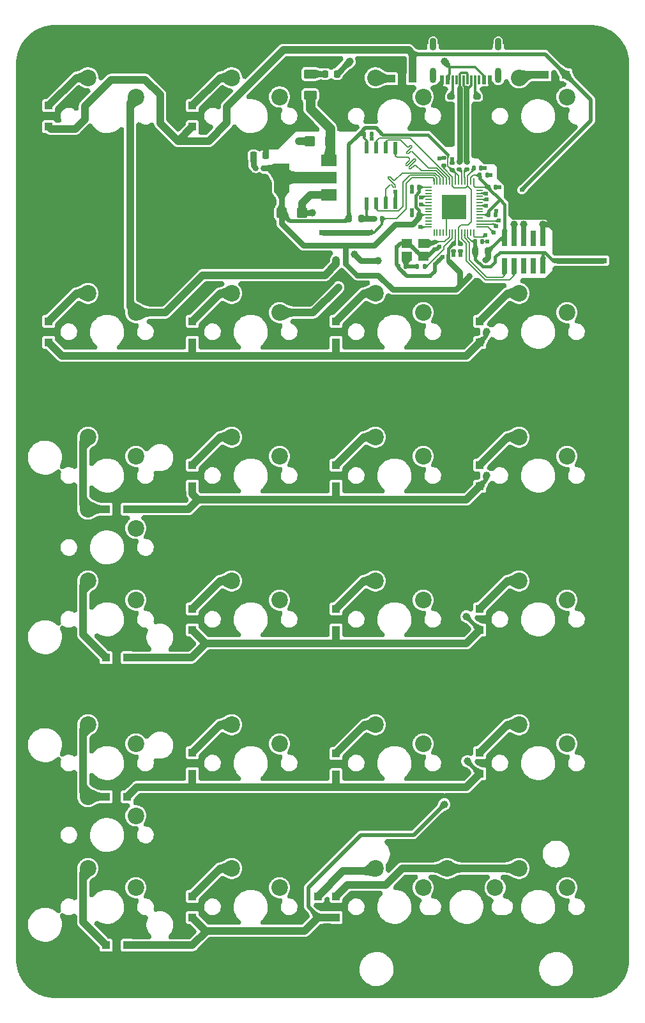
<source format=gtl>
G04 #@! TF.GenerationSoftware,KiCad,Pcbnew,(7.0.0)*
G04 #@! TF.CreationDate,2023-02-27T13:56:59+01:00*
G04 #@! TF.ProjectId,MPad2040_V1,4d506164-3230-4343-905f-56312e6b6963,1.1*
G04 #@! TF.SameCoordinates,Original*
G04 #@! TF.FileFunction,Copper,L1,Top*
G04 #@! TF.FilePolarity,Positive*
%FSLAX46Y46*%
G04 Gerber Fmt 4.6, Leading zero omitted, Abs format (unit mm)*
G04 Created by KiCad (PCBNEW (7.0.0)) date 2023-02-27 13:56:59*
%MOMM*%
%LPD*%
G01*
G04 APERTURE LIST*
G04 Aperture macros list*
%AMRoundRect*
0 Rectangle with rounded corners*
0 $1 Rounding radius*
0 $2 $3 $4 $5 $6 $7 $8 $9 X,Y pos of 4 corners*
0 Add a 4 corners polygon primitive as box body*
4,1,4,$2,$3,$4,$5,$6,$7,$8,$9,$2,$3,0*
0 Add four circle primitives for the rounded corners*
1,1,$1+$1,$2,$3*
1,1,$1+$1,$4,$5*
1,1,$1+$1,$6,$7*
1,1,$1+$1,$8,$9*
0 Add four rect primitives between the rounded corners*
20,1,$1+$1,$2,$3,$4,$5,0*
20,1,$1+$1,$4,$5,$6,$7,0*
20,1,$1+$1,$6,$7,$8,$9,0*
20,1,$1+$1,$8,$9,$2,$3,0*%
G04 Aperture macros list end*
G04 #@! TA.AperFunction,SMDPad,CuDef*
%ADD10R,1.100000X1.100000*%
G04 #@! TD*
G04 #@! TA.AperFunction,SMDPad,CuDef*
%ADD11RoundRect,0.135000X0.135000X0.185000X-0.135000X0.185000X-0.135000X-0.185000X0.135000X-0.185000X0*%
G04 #@! TD*
G04 #@! TA.AperFunction,SMDPad,CuDef*
%ADD12RoundRect,0.200000X-0.275000X0.200000X-0.275000X-0.200000X0.275000X-0.200000X0.275000X0.200000X0*%
G04 #@! TD*
G04 #@! TA.AperFunction,SMDPad,CuDef*
%ADD13RoundRect,0.218750X0.218750X0.256250X-0.218750X0.256250X-0.218750X-0.256250X0.218750X-0.256250X0*%
G04 #@! TD*
G04 #@! TA.AperFunction,SMDPad,CuDef*
%ADD14RoundRect,0.250000X-0.625000X0.375000X-0.625000X-0.375000X0.625000X-0.375000X0.625000X0.375000X0*%
G04 #@! TD*
G04 #@! TA.AperFunction,SMDPad,CuDef*
%ADD15RoundRect,0.140000X-0.140000X-0.170000X0.140000X-0.170000X0.140000X0.170000X-0.140000X0.170000X0*%
G04 #@! TD*
G04 #@! TA.AperFunction,SMDPad,CuDef*
%ADD16RoundRect,0.140000X0.140000X0.170000X-0.140000X0.170000X-0.140000X-0.170000X0.140000X-0.170000X0*%
G04 #@! TD*
G04 #@! TA.AperFunction,SMDPad,CuDef*
%ADD17R,2.000000X1.500000*%
G04 #@! TD*
G04 #@! TA.AperFunction,SMDPad,CuDef*
%ADD18R,2.000000X3.800000*%
G04 #@! TD*
G04 #@! TA.AperFunction,SMDPad,CuDef*
%ADD19R,0.750000X2.100000*%
G04 #@! TD*
G04 #@! TA.AperFunction,SMDPad,CuDef*
%ADD20R,1.000000X0.750000*%
G04 #@! TD*
G04 #@! TA.AperFunction,SMDPad,CuDef*
%ADD21RoundRect,0.140000X0.170000X-0.140000X0.170000X0.140000X-0.170000X0.140000X-0.170000X-0.140000X0*%
G04 #@! TD*
G04 #@! TA.AperFunction,SMDPad,CuDef*
%ADD22R,0.532600X1.487399*%
G04 #@! TD*
G04 #@! TA.AperFunction,SMDPad,CuDef*
%ADD23RoundRect,0.135000X0.185000X-0.135000X0.185000X0.135000X-0.185000X0.135000X-0.185000X-0.135000X0*%
G04 #@! TD*
G04 #@! TA.AperFunction,SMDPad,CuDef*
%ADD24RoundRect,0.250000X0.450000X0.425000X-0.450000X0.425000X-0.450000X-0.425000X0.450000X-0.425000X0*%
G04 #@! TD*
G04 #@! TA.AperFunction,SMDPad,CuDef*
%ADD25R,0.600000X1.160000*%
G04 #@! TD*
G04 #@! TA.AperFunction,SMDPad,CuDef*
%ADD26R,0.300000X1.160000*%
G04 #@! TD*
G04 #@! TA.AperFunction,ComponentPad*
%ADD27O,0.900000X2.000000*%
G04 #@! TD*
G04 #@! TA.AperFunction,ComponentPad*
%ADD28O,0.900000X1.700000*%
G04 #@! TD*
G04 #@! TA.AperFunction,SMDPad,CuDef*
%ADD29RoundRect,0.200000X0.200000X0.275000X-0.200000X0.275000X-0.200000X-0.275000X0.200000X-0.275000X0*%
G04 #@! TD*
G04 #@! TA.AperFunction,SMDPad,CuDef*
%ADD30RoundRect,0.200000X-0.200000X-0.275000X0.200000X-0.275000X0.200000X0.275000X-0.200000X0.275000X0*%
G04 #@! TD*
G04 #@! TA.AperFunction,SMDPad,CuDef*
%ADD31RoundRect,0.140000X-0.170000X0.140000X-0.170000X-0.140000X0.170000X-0.140000X0.170000X0.140000X0*%
G04 #@! TD*
G04 #@! TA.AperFunction,SMDPad,CuDef*
%ADD32R,0.807999X0.178600*%
G04 #@! TD*
G04 #@! TA.AperFunction,SMDPad,CuDef*
%ADD33R,0.178600X0.807999*%
G04 #@! TD*
G04 #@! TA.AperFunction,SMDPad,CuDef*
%ADD34R,3.200400X3.200400*%
G04 #@! TD*
G04 #@! TA.AperFunction,SMDPad,CuDef*
%ADD35RoundRect,0.250000X-0.450000X-0.425000X0.450000X-0.425000X0.450000X0.425000X-0.450000X0.425000X0*%
G04 #@! TD*
G04 #@! TA.AperFunction,SMDPad,CuDef*
%ADD36R,1.400000X1.200000*%
G04 #@! TD*
G04 #@! TA.AperFunction,ComponentPad*
%ADD37C,0.800000*%
G04 #@! TD*
G04 #@! TA.AperFunction,ComponentPad*
%ADD38C,5.400000*%
G04 #@! TD*
G04 #@! TA.AperFunction,ComponentPad*
%ADD39C,2.200000*%
G04 #@! TD*
G04 #@! TA.AperFunction,ViaPad*
%ADD40C,0.800000*%
G04 #@! TD*
G04 #@! TA.AperFunction,ViaPad*
%ADD41C,0.604800*%
G04 #@! TD*
G04 #@! TA.AperFunction,ViaPad*
%ADD42C,1.000000*%
G04 #@! TD*
G04 #@! TA.AperFunction,Conductor*
%ADD43C,0.200000*%
G04 #@! TD*
G04 #@! TA.AperFunction,Conductor*
%ADD44C,0.500000*%
G04 #@! TD*
G04 #@! TA.AperFunction,Conductor*
%ADD45C,1.250000*%
G04 #@! TD*
G04 #@! TA.AperFunction,Conductor*
%ADD46C,1.500000*%
G04 #@! TD*
G04 #@! TA.AperFunction,Conductor*
%ADD47C,0.400000*%
G04 #@! TD*
G04 #@! TA.AperFunction,Conductor*
%ADD48C,0.740000*%
G04 #@! TD*
G04 #@! TA.AperFunction,Conductor*
%ADD49C,0.300000*%
G04 #@! TD*
G04 #@! TA.AperFunction,Conductor*
%ADD50C,0.700000*%
G04 #@! TD*
G04 #@! TA.AperFunction,Conductor*
%ADD51C,0.152400*%
G04 #@! TD*
G04 #@! TA.AperFunction,Conductor*
%ADD52C,0.800000*%
G04 #@! TD*
G04 #@! TA.AperFunction,Conductor*
%ADD53C,1.000000*%
G04 #@! TD*
G04 APERTURE END LIST*
D10*
X130252999Y-130939999D03*
X130252999Y-128139999D03*
D11*
X161038000Y-63754000D03*
X160018000Y-63754000D03*
D12*
X168000000Y-41175000D03*
X168000000Y-42825000D03*
D13*
X139930500Y-49022000D03*
X138355500Y-49022000D03*
D10*
X149302999Y-131066999D03*
X149302999Y-128266999D03*
D14*
X145874000Y-38227000D03*
X145874000Y-41027000D03*
D15*
X168370000Y-51650000D03*
X169330000Y-51650000D03*
D10*
X149302999Y-111889999D03*
X149302999Y-109089999D03*
D16*
X160324000Y-56896000D03*
X159364000Y-56896000D03*
D10*
X168352999Y-92839999D03*
X168352999Y-90039999D03*
D17*
X148388999Y-54242999D03*
X148388999Y-51942999D03*
D18*
X142088999Y-51942999D03*
D17*
X148388999Y-49642999D03*
D15*
X157586000Y-63754000D03*
X158546000Y-63754000D03*
D19*
X171654999Y-60048999D03*
X171654999Y-63648999D03*
X172924999Y-60048999D03*
X172924999Y-63648999D03*
X174194999Y-60048999D03*
X174194999Y-63648999D03*
X175464999Y-60048999D03*
X175464999Y-63648999D03*
X176734999Y-60048999D03*
X176734999Y-63648999D03*
D11*
X139653000Y-50673000D03*
X138633000Y-50673000D03*
D13*
X149430000Y-38227000D03*
X147855000Y-38227000D03*
D10*
X121619999Y-95884999D03*
X118819999Y-95884999D03*
D15*
X167746000Y-60452000D03*
X168706000Y-60452000D03*
D20*
X178687999Y-59211999D03*
X178687999Y-62961999D03*
X184687999Y-59211999D03*
X184687999Y-62961999D03*
D21*
X163550000Y-50330000D03*
X163550000Y-49370000D03*
D10*
X149302999Y-92839999D03*
X149302999Y-90039999D03*
D22*
X153366999Y-55346599D03*
X154636999Y-55346599D03*
X155906999Y-55346599D03*
X157176999Y-55346599D03*
X157176999Y-48031399D03*
X155906999Y-48031399D03*
X154636999Y-48031399D03*
X153366999Y-48031399D03*
D10*
X121619999Y-133984999D03*
X118819999Y-133984999D03*
D23*
X166650000Y-50860000D03*
X166650000Y-49840000D03*
D10*
X146889999Y-149989999D03*
X146889999Y-147189999D03*
X168352999Y-111889999D03*
X168352999Y-109089999D03*
D20*
X153572999Y-62961999D03*
X153572999Y-59211999D03*
X147572999Y-62961999D03*
X147572999Y-59211999D03*
D24*
X148494000Y-47117000D03*
X145794000Y-47117000D03*
D25*
X169699999Y-39009999D03*
X168899999Y-39009999D03*
D26*
X167749999Y-39009999D03*
X166749999Y-39009999D03*
X166249999Y-39009999D03*
X165249999Y-39009999D03*
D25*
X164099999Y-39009999D03*
X163299999Y-39009999D03*
X163299999Y-39009999D03*
X164099999Y-39009999D03*
D26*
X164749999Y-39009999D03*
X165749999Y-39009999D03*
X167249999Y-39009999D03*
X168249999Y-39009999D03*
D25*
X168899999Y-39009999D03*
X169699999Y-39009999D03*
D27*
X170819999Y-38429999D03*
D28*
X170819999Y-34259999D03*
D27*
X162179999Y-38429999D03*
D28*
X162179999Y-34259999D03*
D21*
X162384000Y-61440000D03*
X162384000Y-60480000D03*
D29*
X152668000Y-57404000D03*
X151018000Y-57404000D03*
D10*
X121619999Y-153669999D03*
X118819999Y-153669999D03*
X130252999Y-92839999D03*
X130252999Y-90039999D03*
X130252999Y-111889999D03*
X130252999Y-109089999D03*
D30*
X167782000Y-61722000D03*
X169432000Y-61722000D03*
D31*
X164846000Y-60759400D03*
X164846000Y-61719400D03*
D16*
X160324000Y-53238400D03*
X159364000Y-53238400D03*
D10*
X130252999Y-149989999D03*
X130252999Y-147189999D03*
D23*
X165650000Y-50860000D03*
X165650000Y-49840000D03*
D32*
X161522799Y-53238399D03*
X161522799Y-53644799D03*
X161522799Y-54051199D03*
X161522799Y-54457599D03*
X161522799Y-54863999D03*
X161522799Y-55270399D03*
X161522799Y-55676799D03*
X161522799Y-56083199D03*
X161522799Y-56489599D03*
X161522799Y-56895999D03*
X161522799Y-57302399D03*
X161522799Y-57708799D03*
X161522799Y-58115199D03*
X161522799Y-58521599D03*
D33*
X162282399Y-59281199D03*
X162688799Y-59281199D03*
X163095199Y-59281199D03*
X163501599Y-59281199D03*
X163907999Y-59281199D03*
X164314399Y-59281199D03*
X164720799Y-59281199D03*
X165127199Y-59281199D03*
X165533599Y-59281199D03*
X165939999Y-59281199D03*
X166346399Y-59281199D03*
X166752799Y-59281199D03*
X167159199Y-59281199D03*
X167565599Y-59281199D03*
D32*
X168325199Y-58521599D03*
X168325199Y-58115199D03*
X168325199Y-57708799D03*
X168325199Y-57302399D03*
X168325199Y-56895999D03*
X168325199Y-56489599D03*
X168325199Y-56083199D03*
X168325199Y-55676799D03*
X168325199Y-55270399D03*
X168325199Y-54863999D03*
X168325199Y-54457599D03*
X168325199Y-54051199D03*
X168325199Y-53644799D03*
X168325199Y-53238399D03*
D33*
X167565599Y-52478799D03*
X167159199Y-52478799D03*
X166752799Y-52478799D03*
X166346399Y-52478799D03*
X165939999Y-52478799D03*
X165533599Y-52478799D03*
X165127199Y-52478799D03*
X164720799Y-52478799D03*
X164314399Y-52478799D03*
X163907999Y-52478799D03*
X163501599Y-52478799D03*
X163095199Y-52478799D03*
X162688799Y-52478799D03*
X162282399Y-52478799D03*
D34*
X164923999Y-55879999D03*
D10*
X168352999Y-73789999D03*
X168352999Y-70989999D03*
X179785999Y-38353999D03*
X176985999Y-38353999D03*
X111202999Y-73789999D03*
X111202999Y-70989999D03*
X149302999Y-149989999D03*
X149302999Y-147189999D03*
D15*
X167570000Y-50700000D03*
X168530000Y-50700000D03*
D21*
X164700000Y-50980000D03*
X164700000Y-50020000D03*
D10*
X111202999Y-45214999D03*
X111202999Y-42414999D03*
D15*
X169524000Y-53238400D03*
X170484000Y-53238400D03*
D11*
X155401000Y-57404000D03*
X154381000Y-57404000D03*
D10*
X130252999Y-45214999D03*
X130252999Y-42414999D03*
D15*
X153042000Y-46202600D03*
X154002000Y-46202600D03*
D10*
X168352999Y-130939999D03*
X168352999Y-128139999D03*
X121619999Y-115569999D03*
X118819999Y-115569999D03*
X130252999Y-73789999D03*
X130252999Y-70989999D03*
X159465999Y-38861999D03*
X156665999Y-38861999D03*
D15*
X169524000Y-56896000D03*
X170484000Y-56896000D03*
D31*
X165785800Y-60759400D03*
X165785800Y-61719400D03*
D35*
X142064000Y-56642000D03*
X144764000Y-56642000D03*
D36*
X160866510Y-60656999D03*
X158666510Y-60656999D03*
X158666510Y-62356999D03*
X160866510Y-62356999D03*
D10*
X149302999Y-73789999D03*
X149302999Y-70989999D03*
D12*
X164500000Y-41175000D03*
X164500000Y-42825000D03*
D37*
X186300000Y-35702500D03*
X185706891Y-37134391D03*
X185706891Y-34270609D03*
X184275000Y-37727500D03*
D38*
X184275000Y-35702500D03*
D37*
X184275000Y-33677500D03*
X182843109Y-37134391D03*
X182843109Y-34270609D03*
X182250000Y-35702500D03*
D39*
X173560000Y-67310000D03*
X179910000Y-69850000D03*
X154510000Y-105410000D03*
X160860000Y-107950000D03*
X173560000Y-38735000D03*
X179910000Y-41275000D03*
D37*
X186300000Y-156702500D03*
X185706891Y-158134391D03*
X185706891Y-155270609D03*
X184275000Y-158727500D03*
D38*
X184275000Y-156702500D03*
D37*
X184275000Y-154677500D03*
X182843109Y-158134391D03*
X182843109Y-155270609D03*
X182250000Y-156702500D03*
D39*
X173560000Y-105410000D03*
X179910000Y-107950000D03*
X116410000Y-143510000D03*
X122760000Y-146050000D03*
D37*
X112800000Y-35702500D03*
X112206891Y-37134391D03*
X112206891Y-34270609D03*
X110775000Y-37727500D03*
D38*
X110775000Y-35702500D03*
D37*
X110775000Y-33677500D03*
X109343109Y-37134391D03*
X109343109Y-34270609D03*
X108750000Y-35702500D03*
D39*
X135460000Y-67310000D03*
X141810000Y-69850000D03*
X135460000Y-86360000D03*
X141810000Y-88900000D03*
X116410000Y-105410000D03*
X122760000Y-107950000D03*
X154510000Y-86360000D03*
X160860000Y-88900000D03*
X116410000Y-133985000D03*
X122760000Y-136525000D03*
X173560000Y-86360000D03*
X179910000Y-88900000D03*
X116410000Y-67310000D03*
X122760000Y-69850000D03*
X116410000Y-95885000D03*
X122760000Y-98425000D03*
X116410000Y-124460000D03*
X122760000Y-127000000D03*
X154510000Y-124460000D03*
X160860000Y-127000000D03*
X173560000Y-124460000D03*
X179910000Y-127000000D03*
D37*
X110775000Y-158727500D03*
X109343109Y-158134391D03*
X112206891Y-158134391D03*
X108750000Y-156702500D03*
D38*
X110775000Y-156702500D03*
D37*
X112800000Y-156702500D03*
X109343109Y-155270609D03*
X112206891Y-155270609D03*
X110775000Y-154677500D03*
D39*
X173560000Y-143510000D03*
X179910000Y-146050000D03*
X154510000Y-143510000D03*
X160860000Y-146050000D03*
X154510000Y-38735000D03*
X160860000Y-41275000D03*
X135460000Y-105410000D03*
X141810000Y-107950000D03*
X164035000Y-143510000D03*
X170385000Y-146050000D03*
X135460000Y-143510000D03*
X141810000Y-146050000D03*
X135460000Y-38735000D03*
X141810000Y-41275000D03*
X154510000Y-67310000D03*
X160860000Y-69850000D03*
X116410000Y-86360000D03*
X122760000Y-88900000D03*
X116410000Y-38735000D03*
X122760000Y-41275000D03*
X135460000Y-124460000D03*
X141810000Y-127000000D03*
D40*
X166956000Y-65024000D03*
X169115000Y-62865000D03*
D41*
X169812800Y-51612800D03*
X165785800Y-62179200D03*
D42*
X108155000Y-59690000D03*
X108155000Y-102870000D03*
X186895000Y-105410000D03*
X167800000Y-45700000D03*
X108155000Y-97790000D03*
X186895000Y-46990000D03*
X160225000Y-33020000D03*
X147525000Y-33020000D03*
D41*
X166194000Y-54610000D03*
D42*
X150065000Y-159385000D03*
X186895000Y-69850000D03*
X114505000Y-33020000D03*
X164500000Y-44100000D03*
X108155000Y-77470000D03*
X176735000Y-56896000D03*
X144985000Y-44450000D03*
X173052000Y-56769000D03*
X186895000Y-128270000D03*
X108155000Y-92710000D03*
X186895000Y-39370000D03*
X152605000Y-159385000D03*
X139905000Y-33020000D03*
X147525000Y-159385000D03*
X186895000Y-113030000D03*
X174195000Y-58166000D03*
X150446000Y-45085000D03*
X110695000Y-139065000D03*
X154002000Y-71120000D03*
X172925000Y-33020000D03*
X146178800Y-56642000D03*
X149303000Y-40513000D03*
X108155000Y-95250000D03*
X184355000Y-81915000D03*
D41*
X159361400Y-53873400D03*
D42*
X108155000Y-62230000D03*
X108155000Y-74930000D03*
D41*
X157304000Y-62230000D03*
D42*
X186895000Y-62230000D03*
X157685000Y-33020000D03*
D41*
X163000000Y-49400000D03*
D42*
X186895000Y-59690000D03*
X108155000Y-54610000D03*
X129745000Y-33020000D03*
X124665000Y-159385000D03*
X147525000Y-156845000D03*
X128475000Y-81915000D03*
X163654000Y-70485000D03*
X186895000Y-115570000D03*
X186895000Y-130810000D03*
X108155000Y-90170000D03*
X186895000Y-140970000D03*
X186895000Y-87630000D03*
X108155000Y-120650000D03*
X166575000Y-139065000D03*
X108155000Y-123190000D03*
X108155000Y-57150000D03*
D41*
X161749000Y-65024000D03*
D42*
X175465000Y-33020000D03*
X144985000Y-159385000D03*
X108155000Y-52070000D03*
X108155000Y-44450000D03*
X186895000Y-57150000D03*
X183720000Y-60960000D03*
X108155000Y-148590000D03*
X167845000Y-83820000D03*
X127205000Y-159385000D03*
X110695000Y-120015000D03*
X176354000Y-66675000D03*
D41*
X163019000Y-61087000D03*
D42*
X154840200Y-62966600D03*
X186895000Y-133350000D03*
X180545000Y-159385000D03*
X108155000Y-128270000D03*
X146077200Y-62966600D03*
X114505000Y-159385000D03*
X147525000Y-81915000D03*
X186895000Y-138430000D03*
X160225000Y-44069000D03*
X110695000Y-53340000D03*
X119585000Y-159385000D03*
D41*
X159463000Y-61214000D03*
D42*
X186895000Y-67310000D03*
X108155000Y-135890000D03*
X147525000Y-100965000D03*
X108155000Y-138430000D03*
D41*
X154002000Y-46837600D03*
D42*
X186895000Y-95250000D03*
X128475000Y-120015000D03*
X108155000Y-80010000D03*
X108155000Y-140970000D03*
D41*
X169000000Y-50700000D03*
X170500319Y-56376319D03*
D42*
X132285000Y-33020000D03*
X139850500Y-48000000D03*
X176735000Y-58166000D03*
X186895000Y-102870000D03*
D41*
X164700000Y-49500000D03*
X163406508Y-62490508D03*
D42*
X186895000Y-151130000D03*
X186895000Y-153670000D03*
X186895000Y-85090000D03*
X147525000Y-139065000D03*
X137365000Y-33020000D03*
X108155000Y-107950000D03*
X186895000Y-120650000D03*
X167845000Y-100965000D03*
X184355000Y-139065000D03*
X186895000Y-110490000D03*
X181053000Y-60960000D03*
X186895000Y-52070000D03*
X186895000Y-54610000D03*
X108155000Y-69850000D03*
X160225000Y-159385000D03*
X186895000Y-135890000D03*
D41*
X163654000Y-57150000D03*
D42*
X108155000Y-153670000D03*
D41*
X158242147Y-64593853D03*
D42*
X142445000Y-159385000D03*
X108155000Y-110490000D03*
D41*
X159361400Y-56261000D03*
D42*
X139905000Y-159385000D03*
D41*
X169369000Y-60452000D03*
D42*
X167800000Y-44100000D03*
X147525000Y-36576000D03*
X162765000Y-159385000D03*
X108155000Y-39370000D03*
X128475000Y-72390000D03*
X153875000Y-42799000D03*
X147525000Y-120015000D03*
D41*
X164924000Y-55880000D03*
D42*
X184355000Y-53340000D03*
X127205000Y-33020000D03*
D41*
X159209000Y-65024000D03*
D42*
X172544000Y-81915000D03*
X186895000Y-82550000D03*
X165305000Y-159385000D03*
X122125000Y-159385000D03*
X167800000Y-47300000D03*
X177878000Y-56007000D03*
D41*
X162898508Y-62998508D03*
D42*
X186895000Y-123190000D03*
X186895000Y-143510000D03*
X170385000Y-159385000D03*
X128475000Y-156845000D03*
X186895000Y-92710000D03*
X108155000Y-67310000D03*
X108155000Y-64770000D03*
X186895000Y-100330000D03*
X175465000Y-159385000D03*
D41*
X163654000Y-54610000D03*
D42*
X134825000Y-159385000D03*
X110695000Y-100965000D03*
D41*
X162390508Y-63506508D03*
D42*
X108155000Y-118110000D03*
X167845000Y-120015000D03*
D41*
X166194000Y-57150000D03*
X160034500Y-61785500D03*
D42*
X151716000Y-62103000D03*
X186895000Y-125730000D03*
X180545000Y-33020000D03*
X186895000Y-49530000D03*
D41*
X157177000Y-53848000D03*
D42*
X163654000Y-74041000D03*
X129745000Y-159385000D03*
X108155000Y-72390000D03*
X110695000Y-62865000D03*
X186895000Y-44450000D03*
X144985000Y-33020000D03*
X178005000Y-33020000D03*
X108155000Y-85090000D03*
X186895000Y-90170000D03*
X186895000Y-77470000D03*
X147525000Y-72390000D03*
X108155000Y-146050000D03*
X108155000Y-105410000D03*
X167800000Y-48900000D03*
X108155000Y-125730000D03*
X186895000Y-80010000D03*
X163500000Y-40500000D03*
X119585000Y-33020000D03*
X128475000Y-139065000D03*
D41*
X157304000Y-63246000D03*
D42*
X117045000Y-159385000D03*
X186895000Y-74930000D03*
X117045000Y-33020000D03*
X184355000Y-120015000D03*
X186895000Y-97790000D03*
X166575000Y-156845000D03*
X169000000Y-40500000D03*
X172925000Y-159385000D03*
X155145000Y-33020000D03*
X175592000Y-56007000D03*
X124665000Y-33020000D03*
X128475000Y-100965000D03*
X157685000Y-159385000D03*
X172925000Y-58166000D03*
X186895000Y-146050000D03*
D41*
X164820600Y-62179200D03*
D42*
X144350000Y-47117000D03*
X186895000Y-107950000D03*
D41*
X162384000Y-64262000D03*
D42*
X108155000Y-49530000D03*
X128475000Y-35560000D03*
X108155000Y-100330000D03*
D41*
X170950000Y-53238400D03*
D42*
X108155000Y-143510000D03*
X108155000Y-87630000D03*
X164500000Y-45700000D03*
X108155000Y-82550000D03*
X186895000Y-41910000D03*
X108155000Y-115570000D03*
X152605000Y-33020000D03*
X162257000Y-68072000D03*
D41*
X157304000Y-61214000D03*
D42*
X186895000Y-148590000D03*
X108155000Y-133350000D03*
X137365000Y-159385000D03*
X143080000Y-38100000D03*
X108155000Y-41910000D03*
X164500000Y-47300000D03*
X122125000Y-33020000D03*
X132285000Y-159385000D03*
X158574000Y-68072000D03*
X145366000Y-66929000D03*
X108155000Y-130810000D03*
X108155000Y-46990000D03*
X186895000Y-72390000D03*
X186895000Y-118110000D03*
X186895000Y-64770000D03*
D41*
X160479000Y-65024000D03*
D42*
X142445000Y-33020000D03*
X167845000Y-159385000D03*
X150065000Y-33020000D03*
X134825000Y-33020000D03*
X151105000Y-36600000D03*
X163700000Y-36600000D03*
D41*
X169140400Y-54051200D03*
X173941000Y-53594000D03*
X169140400Y-55676800D03*
D42*
X169242000Y-72390000D03*
D41*
X170893000Y-57658000D03*
D42*
X169242000Y-91440000D03*
X166575000Y-110109000D03*
D41*
X170512000Y-58420000D03*
D42*
X166702000Y-129286000D03*
D41*
X170217829Y-59268829D03*
X169115000Y-59563000D03*
D42*
X163654000Y-135001000D03*
D41*
X169267400Y-54864000D03*
X160580600Y-54635400D03*
D42*
X149607820Y-66497180D03*
D41*
X160479000Y-58521600D03*
D42*
X149303000Y-62865000D03*
D41*
X160580600Y-55499000D03*
D43*
X161291800Y-63754000D02*
X161038000Y-63754000D01*
X163620911Y-61424889D02*
X161291800Y-63754000D01*
X164720800Y-59994800D02*
X163620911Y-61094689D01*
X164720800Y-59281200D02*
X164720800Y-59994800D01*
X163620911Y-61094689D02*
X163620911Y-61424889D01*
D44*
X158546000Y-63754000D02*
X160018000Y-63754000D01*
X158546000Y-63754000D02*
X158546000Y-62477511D01*
X158546000Y-62477511D02*
X158666511Y-62357000D01*
D45*
X148494000Y-47117000D02*
X148494000Y-49538000D01*
X148494000Y-49538000D02*
X148389000Y-49643000D01*
X145874000Y-42799000D02*
X148494000Y-45419000D01*
X145874000Y-41027000D02*
X145874000Y-42799000D01*
X148494000Y-45419000D02*
X148494000Y-47117000D01*
D46*
X148389000Y-51943000D02*
X142089000Y-51943000D01*
D47*
X164162000Y-62660000D02*
X164162000Y-61390000D01*
D43*
X167743400Y-53238400D02*
X167565600Y-53060600D01*
D48*
X165686000Y-66294000D02*
X166956000Y-65024000D01*
D44*
X142064000Y-56642000D02*
X142064000Y-51968000D01*
D47*
X171655000Y-55499000D02*
X171020000Y-54864000D01*
D44*
X152376400Y-46202600D02*
X151970000Y-46609000D01*
X151018000Y-47561000D02*
X151018000Y-57404000D01*
D48*
X160324000Y-56896000D02*
X160324000Y-57249412D01*
X150573000Y-63373000D02*
X150573000Y-60960000D01*
D44*
X142064000Y-51968000D02*
X142089000Y-51943000D01*
D48*
X156796000Y-66802000D02*
X154891000Y-64897000D01*
D44*
X164162000Y-62968400D02*
X164162000Y-62660000D01*
D48*
X150573000Y-60960000D02*
X144985000Y-60960000D01*
D47*
X169432000Y-61722000D02*
X171105000Y-60049000D01*
D43*
X165533600Y-51733600D02*
X164780000Y-50980000D01*
X168325200Y-53238400D02*
X169524000Y-53238400D01*
D47*
X159869400Y-55846531D02*
X159869400Y-54310600D01*
X171105000Y-60049000D02*
X171655000Y-60049000D01*
D44*
X153179000Y-45400000D02*
X154600000Y-45400000D01*
D48*
X142089000Y-58064000D02*
X142089000Y-51943000D01*
X154891000Y-64897000D02*
X152097000Y-64897000D01*
X139653000Y-50673000D02*
X140819000Y-50673000D01*
D43*
X168325200Y-53238400D02*
X167743400Y-53238400D01*
X165127200Y-59281200D02*
X165127200Y-60478200D01*
X164780000Y-50980000D02*
X164700000Y-50980000D01*
D47*
X164792600Y-60759400D02*
X164846000Y-60759400D01*
D44*
X151970000Y-46609000D02*
X153179000Y-45400000D01*
D48*
X159407412Y-58166000D02*
X157177000Y-58166000D01*
D49*
X153367000Y-47040800D02*
X153039400Y-46713200D01*
D48*
X140819000Y-50673000D02*
X142089000Y-51943000D01*
X164287200Y-63093600D02*
X165686000Y-64492400D01*
D47*
X160324000Y-56896000D02*
X160324000Y-56301131D01*
X160324000Y-53856000D02*
X160324000Y-53238400D01*
X155400000Y-46200000D02*
X155471400Y-46271400D01*
D50*
X152097000Y-64897000D02*
X150573000Y-63373000D01*
D44*
X150655480Y-57766520D02*
X143188520Y-57766520D01*
D43*
X167565600Y-53060600D02*
X167565600Y-52478800D01*
D44*
X154600000Y-45400000D02*
X155400000Y-46200000D01*
X151970000Y-46609000D02*
X151018000Y-47561000D01*
D48*
X160324000Y-57249412D02*
X159407412Y-58166000D01*
D43*
X168370000Y-51650000D02*
X167452200Y-51650000D01*
D48*
X165686000Y-66294000D02*
X165178000Y-66802000D01*
X157177000Y-58166000D02*
X154383000Y-60960000D01*
D44*
X143188520Y-57766520D02*
X142064000Y-56642000D01*
D49*
X153367000Y-48031400D02*
X153367000Y-47040800D01*
D47*
X169524000Y-56896000D02*
X169524000Y-56360000D01*
D44*
X164287200Y-63093600D02*
X164162000Y-62968400D01*
D47*
X168370000Y-52084400D02*
X169524000Y-53238400D01*
D48*
X169432000Y-62548000D02*
X169432000Y-61722000D01*
X165686000Y-64492400D02*
X165686000Y-66294000D01*
D44*
X151018000Y-57404000D02*
X150655480Y-57766520D01*
D48*
X169115000Y-62865000D02*
X169432000Y-62548000D01*
D43*
X164140000Y-50420000D02*
X164700000Y-50980000D01*
D47*
X164162000Y-61390000D02*
X164792600Y-60759400D01*
D43*
X161522800Y-53238400D02*
X160324000Y-53238400D01*
D48*
X144985000Y-60960000D02*
X142089000Y-58064000D01*
D43*
X167452200Y-51650000D02*
X167159200Y-51943000D01*
D47*
X169524000Y-53368000D02*
X169524000Y-53238400D01*
X161461400Y-46271400D02*
X164140000Y-48950000D01*
D43*
X161522800Y-56896000D02*
X160324000Y-56896000D01*
D47*
X159869400Y-54310600D02*
X160324000Y-53856000D01*
X160324000Y-56301131D02*
X159869400Y-55846531D01*
X155471400Y-46271400D02*
X161461400Y-46271400D01*
D43*
X165533600Y-52478800D02*
X165533600Y-51733600D01*
D47*
X153042000Y-46202600D02*
X152376400Y-46202600D01*
D43*
X168325200Y-56896000D02*
X169524000Y-56896000D01*
X164140000Y-48950000D02*
X164140000Y-50420000D01*
D49*
X153039400Y-46713200D02*
X153039400Y-46202600D01*
D47*
X171020000Y-54864000D02*
X169524000Y-53368000D01*
D43*
X165127200Y-60478200D02*
X164846000Y-60759400D01*
D48*
X165178000Y-66802000D02*
X156796000Y-66802000D01*
D47*
X169524000Y-56360000D02*
X171020000Y-54864000D01*
D43*
X167159200Y-51943000D02*
X167159200Y-52478800D01*
D47*
X168370000Y-51650000D02*
X168370000Y-52084400D01*
X171655000Y-60049000D02*
X171655000Y-55499000D01*
D48*
X154383000Y-60960000D02*
X150573000Y-60960000D01*
D43*
X165127200Y-52478800D02*
X165127200Y-51327200D01*
D48*
X153573000Y-59212000D02*
X147573000Y-59212000D01*
D49*
X155401000Y-57404000D02*
X155401000Y-58164000D01*
D51*
X159329000Y-51950000D02*
X162181600Y-51950000D01*
D49*
X154353000Y-59212000D02*
X153573000Y-59212000D01*
D51*
X158574000Y-56134000D02*
X158574000Y-52705000D01*
X155401000Y-57404000D02*
X157304000Y-57404000D01*
D49*
X155401000Y-58164000D02*
X154353000Y-59212000D01*
D51*
X162181600Y-51950000D02*
X162282400Y-52050800D01*
X162282400Y-52050800D02*
X162282400Y-52478800D01*
X158574000Y-52705000D02*
X159329000Y-51950000D01*
X157304000Y-57404000D02*
X158574000Y-56134000D01*
D49*
X165750000Y-40103800D02*
X165750000Y-39010000D01*
D48*
X165703800Y-49786200D02*
X165703800Y-40150000D01*
D49*
X166750000Y-38250000D02*
X166600000Y-38100000D01*
X166750000Y-39010000D02*
X166750000Y-38250000D01*
X166600000Y-38100000D02*
X165900000Y-38100000D01*
X165900000Y-38100000D02*
X165750000Y-38250000D01*
D48*
X165650000Y-49840000D02*
X165703800Y-49786200D01*
D49*
X165750000Y-38250000D02*
X165750000Y-39010000D01*
X165703800Y-40150000D02*
X165750000Y-40103800D01*
X166250000Y-39010000D02*
X166250000Y-39748677D01*
X166250000Y-39748677D02*
X166596200Y-40094877D01*
D48*
X166596200Y-49786200D02*
X166596200Y-40150000D01*
D49*
X167250000Y-39750000D02*
X166850000Y-40150000D01*
X167250000Y-39010000D02*
X167250000Y-39750000D01*
X166596200Y-40094877D02*
X166596200Y-40150000D01*
D48*
X166650000Y-49840000D02*
X166596200Y-49786200D01*
D49*
X166850000Y-40150000D02*
X166596200Y-40150000D01*
D48*
X138355500Y-50395500D02*
X138355500Y-49022000D01*
X138633000Y-50673000D02*
X138355500Y-50395500D01*
D44*
X163406508Y-62490508D02*
X162384000Y-63513016D01*
X161749000Y-65024000D02*
X160479000Y-65024000D01*
D52*
X139930500Y-48080000D02*
X139850500Y-48000000D01*
D44*
X157304000Y-61214000D02*
X157861000Y-60657000D01*
X160866511Y-62357000D02*
X160606000Y-62357000D01*
D47*
X163030000Y-49370000D02*
X163000000Y-49400000D01*
D48*
X178688000Y-59212000D02*
X178670000Y-59212000D01*
D44*
X160606000Y-62357000D02*
X160034500Y-61785500D01*
X162384000Y-63513016D02*
X162384000Y-64262000D01*
X162666000Y-61440000D02*
X163019000Y-61087000D01*
X158242147Y-64593853D02*
X157586000Y-63937707D01*
X160034500Y-61785500D02*
X159463000Y-61214000D01*
D47*
X159361400Y-53873400D02*
X159364000Y-53870800D01*
D48*
X153573000Y-62962000D02*
X152575000Y-62962000D01*
D47*
X170484000Y-56392638D02*
X170500319Y-56376319D01*
X163550000Y-49370000D02*
X163030000Y-49370000D01*
X165785800Y-62179200D02*
X165785800Y-61719400D01*
D44*
X157304000Y-63246000D02*
X157304000Y-62230000D01*
D43*
X169812800Y-51612800D02*
X169518800Y-51612800D01*
D44*
X157304000Y-63246000D02*
X157304000Y-63472000D01*
D48*
X146081800Y-62962000D02*
X146077200Y-62966600D01*
D52*
X139930500Y-49022000D02*
X139930500Y-48080000D01*
D47*
X170484000Y-56896000D02*
X170484000Y-56392638D01*
D53*
X144764000Y-55339000D02*
X145860000Y-54243000D01*
D44*
X159209000Y-65024000D02*
X158672293Y-65024000D01*
D48*
X154835600Y-62962000D02*
X154840200Y-62966600D01*
D44*
X157586000Y-63937707D02*
X157586000Y-63754000D01*
X158906000Y-60657000D02*
X158666511Y-60657000D01*
D47*
X168530000Y-50700000D02*
X169000000Y-50700000D01*
D48*
X144764000Y-56642000D02*
X146178800Y-56642000D01*
D44*
X162384000Y-64389000D02*
X161749000Y-65024000D01*
D53*
X145794000Y-47117000D02*
X144350000Y-47117000D01*
D43*
X170484000Y-53238400D02*
X170950000Y-53238400D01*
D53*
X145860000Y-54243000D02*
X148389000Y-54243000D01*
D43*
X163908000Y-59281200D02*
X163908000Y-56896000D01*
X169369000Y-60452000D02*
X168706000Y-60452000D01*
D48*
X152575000Y-62962000D02*
X151716000Y-62103000D01*
D44*
X162384000Y-64262000D02*
X162384000Y-64389000D01*
X158672293Y-65024000D02*
X158242147Y-64593853D01*
D48*
X178670000Y-59212000D02*
X177624000Y-58166000D01*
D50*
X174195000Y-60049000D02*
X174195000Y-58166000D01*
D47*
X159364000Y-56896000D02*
X159364000Y-56263600D01*
D50*
X172925000Y-60049000D02*
X172925000Y-58166000D01*
D44*
X160866511Y-62357000D02*
X160705022Y-62357000D01*
D47*
X164820600Y-62179200D02*
X164846000Y-62153800D01*
X159364000Y-53870800D02*
X159364000Y-53238400D01*
D50*
X176735000Y-60049000D02*
X176735000Y-58166000D01*
D44*
X157304000Y-63472000D02*
X157586000Y-63754000D01*
X160479000Y-65024000D02*
X159209000Y-65024000D01*
D47*
X159364000Y-56263600D02*
X159361400Y-56261000D01*
D48*
X147573000Y-62962000D02*
X146081800Y-62962000D01*
D53*
X144764000Y-56642000D02*
X144764000Y-55339000D01*
D47*
X157177000Y-55346600D02*
X157177000Y-53848000D01*
D44*
X159463000Y-61214000D02*
X158906000Y-60657000D01*
D43*
X163908000Y-56896000D02*
X164924000Y-55880000D01*
D44*
X157304000Y-62230000D02*
X157304000Y-61214000D01*
D47*
X164700000Y-50020000D02*
X164700000Y-49500000D01*
D44*
X162384000Y-61440000D02*
X162666000Y-61440000D01*
D48*
X177624000Y-58166000D02*
X176735000Y-58166000D01*
D44*
X161467000Y-62357000D02*
X162384000Y-61440000D01*
X160866511Y-62357000D02*
X161467000Y-62357000D01*
X157861000Y-60657000D02*
X158666511Y-60657000D01*
D48*
X184688000Y-59212000D02*
X178688000Y-59212000D01*
D47*
X164846000Y-62153800D02*
X164846000Y-61719400D01*
D48*
X153573000Y-62962000D02*
X154835600Y-62962000D01*
D43*
X154002000Y-46202600D02*
X154002000Y-46837600D01*
D48*
X178688000Y-62962000D02*
X184688000Y-62962000D01*
D47*
X170385000Y-63119000D02*
X170385000Y-62484000D01*
X167782000Y-62802000D02*
X168734000Y-63754000D01*
D51*
X166752800Y-59281200D02*
X166752800Y-59867800D01*
D47*
X167782000Y-61722000D02*
X167782000Y-62802000D01*
X170385000Y-62484000D02*
X171020000Y-61849000D01*
X178102000Y-62962000D02*
X178688000Y-62962000D01*
X168734000Y-63754000D02*
X169750000Y-63754000D01*
D51*
X167337000Y-60452000D02*
X167746000Y-60452000D01*
D47*
X169750000Y-63754000D02*
X170385000Y-63119000D01*
D51*
X166752800Y-59867800D02*
X167337000Y-60452000D01*
D47*
X171020000Y-61849000D02*
X176989000Y-61849000D01*
D44*
X167746000Y-60452000D02*
X167746000Y-61686000D01*
D47*
X176989000Y-61849000D02*
X178102000Y-62962000D01*
X176735000Y-61849000D02*
X176735000Y-63649000D01*
D44*
X167746000Y-61686000D02*
X167782000Y-61722000D01*
D53*
X176986000Y-38354000D02*
X173941000Y-38354000D01*
X173941000Y-38354000D02*
X173560000Y-38735000D01*
D51*
X158193000Y-52578000D02*
X158193000Y-55748655D01*
X157541655Y-56400000D02*
X154900000Y-56400000D01*
X159123400Y-51647600D02*
X158193000Y-52578000D01*
X158193000Y-55748655D02*
X157541655Y-56400000D01*
X154637000Y-56137000D02*
X154637000Y-55346600D01*
X162306858Y-51647600D02*
X159123400Y-51647600D01*
X162688800Y-52029542D02*
X162306858Y-51647600D01*
X154900000Y-56400000D02*
X154637000Y-56137000D01*
X162688800Y-52478800D02*
X162688800Y-52029542D01*
X156458513Y-52941489D02*
X155907000Y-53493000D01*
X163095200Y-52478800D02*
X163095200Y-52008284D01*
X157147146Y-53202465D02*
X157147147Y-53202465D01*
X156458512Y-52941491D02*
X156458513Y-52941489D01*
X156886170Y-52300000D02*
X156448441Y-51862271D01*
X156234612Y-51862272D02*
X156234612Y-51862271D01*
X163095200Y-52008284D02*
X162432116Y-51345200D01*
X162432116Y-51345200D02*
X158054800Y-51345200D01*
X156933317Y-53202466D02*
X156672341Y-52941490D01*
X156234612Y-52076099D02*
X156234612Y-52076100D01*
X156933318Y-53202466D02*
X156933317Y-53202466D01*
X158054800Y-51345200D02*
X157100000Y-52300000D01*
X156234612Y-52076100D02*
X157147147Y-52988635D01*
X157147148Y-53202464D02*
X157147146Y-53202465D01*
X155907000Y-53493000D02*
X155907000Y-55346600D01*
X156234627Y-51862286D02*
G75*
G03*
X156234612Y-52076099I106873J-106914D01*
G01*
X156672314Y-52941517D02*
G75*
G03*
X156458512Y-52941491I-106914J-106883D01*
G01*
X156933287Y-53202497D02*
G75*
G03*
X157147146Y-53202464I106913J106897D01*
G01*
X157147097Y-53202413D02*
G75*
G03*
X157147146Y-52988636I-106897J106913D01*
G01*
X156448413Y-51862299D02*
G75*
G03*
X156234613Y-51862273I-106913J-106901D01*
G01*
X156886171Y-52299999D02*
G75*
G03*
X157099999Y-52299999I106914J106913D01*
G01*
X159025261Y-49464089D02*
X159025262Y-49464091D01*
X158563390Y-50353620D02*
X158563391Y-50353622D01*
X163501600Y-52478800D02*
X163501600Y-51987026D01*
X159845740Y-49498936D02*
X159845739Y-49498936D01*
X160603971Y-51042800D02*
X159880585Y-50319414D01*
X158563390Y-50139793D02*
X158563391Y-50139792D01*
X158991114Y-50567388D02*
X159845739Y-49712765D01*
X159666756Y-50319413D02*
X159666755Y-50319414D01*
X157414000Y-49300000D02*
X157177000Y-49063000D01*
X159025262Y-49464091D02*
X158861171Y-49300000D01*
X163501600Y-51987026D02*
X162557374Y-51042800D01*
X158861171Y-49300000D02*
X157414000Y-49300000D01*
X158991118Y-50781221D02*
X158991115Y-50781218D01*
X157177000Y-49063000D02*
X157177000Y-48031400D01*
X159666755Y-50319414D02*
X159204946Y-50781220D01*
X158563391Y-50139792D02*
X159025261Y-49677919D01*
X159631908Y-49498935D02*
X159631908Y-49498934D01*
X159631908Y-49498934D02*
X158777219Y-50353621D01*
X159845739Y-49498936D02*
X159845737Y-49498934D01*
X158991114Y-50567389D02*
X158991114Y-50567388D01*
X162557374Y-51042800D02*
X160603971Y-51042800D01*
X158991117Y-50781221D02*
X158991118Y-50781221D01*
X159845714Y-49498957D02*
G75*
G03*
X159631908Y-49498935I-106914J-106843D01*
G01*
X158991111Y-50567386D02*
G75*
G03*
X158991115Y-50781218I106889J-106914D01*
G01*
X159880615Y-50319384D02*
G75*
G03*
X159666756Y-50319413I-106915J-106916D01*
G01*
X158991086Y-50781252D02*
G75*
G03*
X159204946Y-50781220I106914J106952D01*
G01*
X158563383Y-50139786D02*
G75*
G03*
X158563391Y-50353622I106917J-106914D01*
G01*
X159845788Y-49712814D02*
G75*
G03*
X159845739Y-49498937I-106988J106914D01*
G01*
X159025257Y-49677915D02*
G75*
G03*
X159025261Y-49464089I-106857J106915D01*
G01*
X158563386Y-50353624D02*
G75*
G03*
X158777218Y-50353620I106914J106924D01*
G01*
X157850000Y-47000000D02*
X156151000Y-47000000D01*
X163908000Y-51965768D02*
X162682632Y-50740400D01*
X158683330Y-48575173D02*
X159319140Y-47939365D01*
X158683333Y-48789004D02*
X158683334Y-48789006D01*
X159161170Y-48525000D02*
X158897162Y-48789005D01*
X156151000Y-47000000D02*
X155907000Y-47244000D01*
X155907000Y-47244000D02*
X155907000Y-48031400D01*
X159105311Y-47725535D02*
X159105310Y-47725536D01*
X158683330Y-48575174D02*
X158683330Y-48575173D01*
X163908000Y-52478800D02*
X163908000Y-51965768D01*
X158733507Y-47883509D02*
X157850000Y-47000000D01*
X159161171Y-48524999D02*
X159161170Y-48525000D01*
X159105310Y-47725536D02*
X158947336Y-47883509D01*
X162682632Y-50740400D02*
X161590400Y-50740400D01*
X158683334Y-48789006D02*
X158683331Y-48789003D01*
X159319141Y-47725536D02*
X159319140Y-47725536D01*
X161590400Y-50740400D02*
X159375000Y-48525000D01*
X158733507Y-47883508D02*
X158733507Y-47883509D01*
X159375015Y-48524985D02*
G75*
G03*
X159161171Y-48524999I-106915J-106915D01*
G01*
X159319190Y-47939414D02*
G75*
G03*
X159319141Y-47725536I-106990J106914D01*
G01*
X158683342Y-48575186D02*
G75*
G03*
X158683331Y-48789003I106858J-106914D01*
G01*
X158733485Y-47883530D02*
G75*
G03*
X158947336Y-47883509I106915J106930D01*
G01*
X159319114Y-47725562D02*
G75*
G03*
X159105312Y-47725536I-106914J-106838D01*
G01*
X158683286Y-48789051D02*
G75*
G03*
X158897161Y-48789004I106914J106951D01*
G01*
X155056400Y-46697600D02*
X154637000Y-47117000D01*
X154637000Y-47117000D02*
X154637000Y-48031400D01*
X164314400Y-51944510D02*
X159067490Y-46697600D01*
X159067490Y-46697600D02*
X155056400Y-46697600D01*
X164314400Y-52478800D02*
X164314400Y-51944510D01*
D52*
X151105000Y-36600000D02*
X151057000Y-36600000D01*
D49*
X164400000Y-37300000D02*
X167700000Y-37300000D01*
X164350000Y-38250000D02*
X164350000Y-37250000D01*
D52*
X151057000Y-36600000D02*
X149430000Y-38227000D01*
D49*
X164100000Y-39010000D02*
X164100000Y-38500000D01*
X163700000Y-36600000D02*
X164400000Y-37300000D01*
X164350000Y-37250000D02*
X163700000Y-36600000D01*
X168900000Y-38500000D02*
X168900000Y-39010000D01*
X167700000Y-37300000D02*
X168900000Y-38500000D01*
X164100000Y-38500000D02*
X164350000Y-38250000D01*
D53*
X173560000Y-67310000D02*
X172033000Y-67310000D01*
X172033000Y-67310000D02*
X168353000Y-70990000D01*
D44*
X173941000Y-53594000D02*
X183085000Y-44450000D01*
D53*
X126000000Y-44769000D02*
X126000000Y-41000000D01*
D44*
X183085000Y-44450000D02*
X183085000Y-41653000D01*
D53*
X130250000Y-45215000D02*
X128348000Y-47117000D01*
X111488000Y-45500000D02*
X111203000Y-45215000D01*
X159466000Y-35600000D02*
X158918000Y-35052000D01*
D44*
X177032000Y-35600000D02*
X179786000Y-38354000D01*
D53*
X132412000Y-47117000D02*
X128348000Y-47117000D01*
X116000000Y-44226699D02*
X114726699Y-45500000D01*
X158918000Y-35052000D02*
X142318000Y-35052000D01*
X126000000Y-41000000D02*
X124000000Y-39000000D01*
D44*
X183085000Y-41653000D02*
X179786000Y-38354000D01*
D53*
X130253000Y-45215000D02*
X130250000Y-45215000D01*
D44*
X159466000Y-35600000D02*
X177032000Y-35600000D01*
D53*
X124000000Y-39000000D02*
X119500000Y-39000000D01*
X142318000Y-35052000D02*
X134825000Y-42545000D01*
X134825000Y-42545000D02*
X134825000Y-44704000D01*
X119500000Y-39000000D02*
X116000000Y-42500000D01*
D43*
X169140400Y-54051200D02*
X168325200Y-54051200D01*
D53*
X134825000Y-44704000D02*
X132412000Y-47117000D01*
X116000000Y-42500000D02*
X116000000Y-44226699D01*
X114726699Y-45500000D02*
X111488000Y-45500000D01*
X159466000Y-38862000D02*
X159466000Y-35600000D01*
X128348000Y-47117000D02*
X126000000Y-44769000D01*
X149303000Y-73790000D02*
X149303000Y-75438000D01*
X168350000Y-73790000D02*
X166575000Y-75565000D01*
D43*
X168325200Y-55676800D02*
X169140400Y-55676800D01*
D53*
X130253000Y-75438000D02*
X130380000Y-75565000D01*
X149430000Y-75565000D02*
X130380000Y-75565000D01*
X166575000Y-75565000D02*
X149430000Y-75565000D01*
X168353000Y-73790000D02*
X168350000Y-73790000D01*
D44*
X168353000Y-73787000D02*
X168353000Y-73790000D01*
X169242000Y-72390000D02*
X169242000Y-72898000D01*
D53*
X149303000Y-75438000D02*
X149430000Y-75565000D01*
X112978000Y-75565000D02*
X111203000Y-73790000D01*
X130380000Y-75565000D02*
X112978000Y-75565000D01*
X130253000Y-73790000D02*
X130253000Y-75438000D01*
D44*
X169242000Y-72898000D02*
X168353000Y-73787000D01*
D53*
X121620000Y-95885000D02*
X129745000Y-95885000D01*
D44*
X169242000Y-91951000D02*
X168353000Y-92840000D01*
D53*
X130253000Y-92840000D02*
X130253000Y-93853000D01*
D43*
X170893000Y-57658000D02*
X170835320Y-57715680D01*
D53*
X166575000Y-94615000D02*
X149430000Y-94615000D01*
X149303000Y-92840000D02*
X149303000Y-94488000D01*
D43*
X168325200Y-57708800D02*
X170842200Y-57708800D01*
D53*
X168353000Y-92840000D02*
X168350000Y-92840000D01*
X149303000Y-94488000D02*
X149430000Y-94615000D01*
X130253000Y-93853000D02*
X131015000Y-94615000D01*
D43*
X170842200Y-57708800D02*
X170893000Y-57658000D01*
D53*
X129745000Y-95885000D02*
X131015000Y-94615000D01*
X168350000Y-92840000D02*
X166575000Y-94615000D01*
X131015000Y-94615000D02*
X149430000Y-94615000D01*
D44*
X169242000Y-91440000D02*
X169242000Y-91951000D01*
D53*
X149303000Y-111890000D02*
X149303000Y-113538000D01*
X166575000Y-113665000D02*
X149430000Y-113665000D01*
D44*
X168353000Y-111890000D02*
X168353000Y-111887000D01*
D53*
X121620000Y-115570000D02*
X130123000Y-115570000D01*
X132028000Y-113665000D02*
X130253000Y-111890000D01*
X168353000Y-111890000D02*
X168350000Y-111890000D01*
X168350000Y-111890000D02*
X166575000Y-113665000D01*
D44*
X168353000Y-111887000D02*
X166575000Y-110109000D01*
D53*
X149303000Y-113538000D02*
X149430000Y-113665000D01*
X149430000Y-113665000D02*
X132028000Y-113665000D01*
X130123000Y-115570000D02*
X132028000Y-113665000D01*
D43*
X170512000Y-58420000D02*
X170207200Y-58115200D01*
X170207200Y-58115200D02*
X168325200Y-58115200D01*
D53*
X166575000Y-132715000D02*
X149430000Y-132715000D01*
D44*
X166702000Y-129286000D02*
X166702000Y-129289000D01*
D53*
X130253000Y-130940000D02*
X130253000Y-132588000D01*
X149430000Y-132715000D02*
X130380000Y-132715000D01*
D44*
X166702000Y-129289000D02*
X168353000Y-130940000D01*
D43*
X169470600Y-58521600D02*
X170217829Y-59268829D01*
D53*
X122890000Y-132715000D02*
X121620000Y-133985000D01*
X168353000Y-130940000D02*
X168350000Y-130940000D01*
X149303000Y-132588000D02*
X149430000Y-132715000D01*
X149303000Y-131067000D02*
X149303000Y-132588000D01*
X168350000Y-130940000D02*
X166575000Y-132715000D01*
D43*
X169470600Y-58521600D02*
X168325200Y-58521600D01*
D53*
X130253000Y-132588000D02*
X130380000Y-132715000D01*
X130380000Y-132715000D02*
X122890000Y-132715000D01*
D44*
X152605000Y-139065000D02*
X145620000Y-146050000D01*
D53*
X146890000Y-149990000D02*
X145115000Y-151765000D01*
X132028000Y-151765000D02*
X130253000Y-149990000D01*
D43*
X167565600Y-59740800D02*
X167565600Y-59281200D01*
D53*
X149303000Y-149990000D02*
X146890000Y-149990000D01*
D44*
X145620000Y-146050000D02*
X145620000Y-148590000D01*
X159590000Y-139065000D02*
X152605000Y-139065000D01*
D43*
X168835520Y-59842480D02*
X167667280Y-59842480D01*
X169115000Y-59563000D02*
X168835520Y-59842480D01*
D53*
X130253000Y-153670000D02*
X121620000Y-153670000D01*
D44*
X163654000Y-135001000D02*
X159590000Y-139065000D01*
X146890000Y-149860000D02*
X146890000Y-149990000D01*
X145620000Y-148590000D02*
X146890000Y-149860000D01*
D53*
X145115000Y-151765000D02*
X132158000Y-151765000D01*
X132158000Y-151765000D02*
X130253000Y-153670000D01*
D43*
X167667280Y-59842480D02*
X167565600Y-59740800D01*
D53*
X172033000Y-86360000D02*
X168353000Y-90040000D01*
X173560000Y-86360000D02*
X172033000Y-86360000D01*
D43*
X168325200Y-54864000D02*
X169267400Y-54864000D01*
X160580600Y-54635400D02*
X160758400Y-54457600D01*
X160758400Y-54457600D02*
X161522800Y-54457600D01*
X160479000Y-58521600D02*
X161522800Y-58521600D01*
D53*
X146255000Y-69850000D02*
X141810000Y-69850000D01*
X149607820Y-66497180D02*
X146255000Y-69850000D01*
X122000000Y-69090000D02*
X122760000Y-69850000D01*
X122760000Y-41275000D02*
X122000000Y-42035000D01*
X131603000Y-64897000D02*
X126650000Y-69850000D01*
D43*
X160758400Y-55676800D02*
X161522800Y-55676800D01*
D53*
X149303000Y-62865000D02*
X149303000Y-63406022D01*
X122000000Y-42035000D02*
X122000000Y-69090000D01*
X149303000Y-63406022D02*
X147812022Y-64897000D01*
X147812022Y-64897000D02*
X131603000Y-64897000D01*
X126650000Y-69850000D02*
X122760000Y-69850000D01*
D43*
X160580600Y-55499000D02*
X160758400Y-55676800D01*
D53*
X172033000Y-105410000D02*
X168353000Y-109090000D01*
X173560000Y-105410000D02*
X172033000Y-105410000D01*
X173560000Y-124460000D02*
X172033000Y-124460000D01*
X172033000Y-124460000D02*
X168353000Y-128140000D01*
X149303000Y-147190000D02*
X149306000Y-147190000D01*
X173560000Y-143510000D02*
X164035000Y-143510000D01*
X155907000Y-145669000D02*
X158066000Y-143510000D01*
X149306000Y-147190000D02*
X150827000Y-145669000D01*
X150827000Y-145669000D02*
X155907000Y-145669000D01*
X158066000Y-143510000D02*
X164035000Y-143510000D01*
X154637000Y-38862000D02*
X154510000Y-38735000D01*
X156666000Y-38862000D02*
X154637000Y-38862000D01*
D44*
X162179000Y-60657000D02*
X160866511Y-60657000D01*
D43*
X164314400Y-59817000D02*
X164314400Y-59281200D01*
X162384000Y-60452000D02*
X163679400Y-60452000D01*
X163679400Y-60452000D02*
X164314400Y-59817000D01*
D44*
X162384000Y-60452000D02*
X162179000Y-60657000D01*
D51*
X172925000Y-64897000D02*
X172925000Y-63649000D01*
X165940000Y-60071000D02*
X166575000Y-60706000D01*
X166575000Y-60706000D02*
X166575000Y-62992000D01*
X166575000Y-62992000D02*
X169115000Y-65532000D01*
X169115000Y-65532000D02*
X172290000Y-65532000D01*
X172290000Y-65532000D02*
X172925000Y-64897000D01*
X165940000Y-59281200D02*
X165940000Y-60071000D01*
X166346400Y-59281200D02*
X166346400Y-59969400D01*
X169242000Y-65151000D02*
X171401000Y-65151000D01*
X171655000Y-64897000D02*
X171655000Y-63649000D01*
X171401000Y-65151000D02*
X171655000Y-64897000D01*
X166956000Y-60579000D02*
X166956000Y-62865000D01*
X166346400Y-59969400D02*
X166956000Y-60579000D01*
X166956000Y-62865000D02*
X169242000Y-65151000D01*
D53*
X152983000Y-67310000D02*
X149303000Y-70990000D01*
X154510000Y-67310000D02*
X152983000Y-67310000D01*
X154510000Y-86360000D02*
X152983000Y-86360000D01*
X152983000Y-86360000D02*
X149303000Y-90040000D01*
X154510000Y-105410000D02*
X152983000Y-105410000D01*
X152983000Y-105410000D02*
X149303000Y-109090000D01*
X154510000Y-124460000D02*
X153110000Y-124460000D01*
X153110000Y-124460000D02*
X149303000Y-128267000D01*
X133933000Y-38735000D02*
X130253000Y-42415000D01*
X135460000Y-38735000D02*
X133933000Y-38735000D01*
X135460000Y-67310000D02*
X133933000Y-67310000D01*
X133933000Y-67310000D02*
X130253000Y-70990000D01*
X135460000Y-86360000D02*
X133933000Y-86360000D01*
X133933000Y-86360000D02*
X130253000Y-90040000D01*
X135460000Y-105410000D02*
X133933000Y-105410000D01*
X133933000Y-105410000D02*
X130253000Y-109090000D01*
X133933000Y-124460000D02*
X130253000Y-128140000D01*
X135460000Y-124460000D02*
X133933000Y-124460000D01*
X135460000Y-143510000D02*
X133933000Y-143510000D01*
X133933000Y-143510000D02*
X130253000Y-147190000D01*
X114883000Y-38735000D02*
X111203000Y-42415000D01*
X116410000Y-38735000D02*
X114883000Y-38735000D01*
D52*
X147855000Y-38227000D02*
X145874000Y-38227000D01*
D53*
X114883000Y-67310000D02*
X111203000Y-70990000D01*
X116410000Y-67310000D02*
X114883000Y-67310000D01*
X118820000Y-95885000D02*
X116410000Y-95885000D01*
X116410000Y-86360000D02*
X115775000Y-86995000D01*
X115775000Y-86995000D02*
X115775000Y-95250000D01*
X115775000Y-95250000D02*
X116410000Y-95885000D01*
X118820000Y-133985000D02*
X116410000Y-133985000D01*
X115775000Y-125095000D02*
X115775000Y-133350000D01*
X116410000Y-124460000D02*
X115775000Y-125095000D01*
X115775000Y-133350000D02*
X116410000Y-133985000D01*
X146890000Y-147190000D02*
X146893000Y-147190000D01*
X150214479Y-143868521D02*
X154510000Y-143868521D01*
X146893000Y-147190000D02*
X150214479Y-143868521D01*
X118820000Y-115567000D02*
X118820000Y-115570000D01*
X116410000Y-105410000D02*
X115775000Y-106045000D01*
X115775000Y-112522000D02*
X118820000Y-115567000D01*
X115775000Y-106045000D02*
X115775000Y-112522000D01*
X115775000Y-144145000D02*
X115775000Y-150625000D01*
X116410000Y-143510000D02*
X115775000Y-144145000D01*
X115775000Y-150625000D02*
X118820000Y-153670000D01*
D48*
X152668000Y-57404000D02*
X153367000Y-57404000D01*
X153367000Y-57404000D02*
X154381000Y-57404000D01*
D49*
X153367000Y-55346600D02*
X153367000Y-57404000D01*
D43*
X164720800Y-53037000D02*
X164720800Y-52478800D01*
X166752800Y-51697200D02*
X167570000Y-50880000D01*
X167259000Y-57810400D02*
X167259000Y-53539600D01*
X164973000Y-53289200D02*
X164720800Y-53037000D01*
X166752800Y-53033400D02*
X166497000Y-53289200D01*
X165533600Y-58570600D02*
X165836600Y-58267600D01*
X165533600Y-59281200D02*
X165533600Y-60507200D01*
X166752800Y-52478800D02*
X166752800Y-53033400D01*
X164720800Y-51889594D02*
X163550000Y-50718794D01*
X166801800Y-58267600D02*
X167259000Y-57810400D01*
X166752800Y-52478800D02*
X166752800Y-51697200D01*
X165533600Y-59281200D02*
X165533600Y-58570600D01*
X166497000Y-53289200D02*
X164973000Y-53289200D01*
X167570000Y-50880000D02*
X167570000Y-50700000D01*
X163550000Y-50718794D02*
X163550000Y-50330000D01*
X165836600Y-58267600D02*
X166801800Y-58267600D01*
X165533600Y-60507200D02*
X165785800Y-60759400D01*
X164720800Y-52478800D02*
X164720800Y-51889594D01*
X167259000Y-53539600D02*
X166752800Y-53033400D01*
D49*
X167750000Y-39010000D02*
X167750000Y-40925000D01*
X167750000Y-40925000D02*
X168000000Y-41175000D01*
X164750000Y-40925000D02*
X164500000Y-41175000D01*
X164750000Y-39010000D02*
X164750000Y-40925000D01*
D43*
X166346400Y-52478800D02*
X166346400Y-51872801D01*
X166473390Y-50860000D02*
X166319400Y-51013990D01*
X166319400Y-51845801D02*
X166319400Y-51013990D01*
X166346400Y-51872801D02*
X166319400Y-51845801D01*
X166650000Y-50860000D02*
X166473390Y-50860000D01*
X165813010Y-50860000D02*
X165967000Y-51013990D01*
X165940000Y-51872801D02*
X165967000Y-51845801D01*
X165967000Y-51845801D02*
X165967000Y-51013990D01*
X165940000Y-52478800D02*
X165940000Y-51872801D01*
X165650000Y-50860000D02*
X165813010Y-50860000D01*
G04 #@! TA.AperFunction,Conductor*
G36*
X162490601Y-60225900D02*
G01*
X162544451Y-60249896D01*
X162544945Y-60250130D01*
X162580559Y-60268111D01*
X162595665Y-60275738D01*
X162595893Y-60275856D01*
X162637848Y-60298206D01*
X162637906Y-60298234D01*
X162637918Y-60298241D01*
X162651497Y-60304974D01*
X162675769Y-60317010D01*
X162714447Y-60332002D01*
X162714803Y-60332090D01*
X162714806Y-60332091D01*
X162724253Y-60334428D01*
X162758781Y-60342971D01*
X162813666Y-60349707D01*
X162870469Y-60351558D01*
X162872681Y-60351631D01*
X162880707Y-60355188D01*
X162884000Y-60363325D01*
X162884000Y-60540675D01*
X162880707Y-60548812D01*
X162872681Y-60552368D01*
X162861219Y-60552742D01*
X162813924Y-60554283D01*
X162813910Y-60554284D01*
X162813666Y-60554292D01*
X162813424Y-60554321D01*
X162813407Y-60554323D01*
X162759135Y-60560984D01*
X162759126Y-60560985D01*
X162758781Y-60561028D01*
X162758441Y-60561111D01*
X162758436Y-60561113D01*
X162714802Y-60571909D01*
X162714799Y-60571909D01*
X162714447Y-60571997D01*
X162714106Y-60572128D01*
X162714100Y-60572131D01*
X162676014Y-60586892D01*
X162675994Y-60586900D01*
X162675769Y-60586988D01*
X162675545Y-60587098D01*
X162675536Y-60587103D01*
X162637918Y-60605756D01*
X162637865Y-60605783D01*
X162637848Y-60605792D01*
X162637811Y-60605811D01*
X162637772Y-60605832D01*
X162595893Y-60628141D01*
X162595665Y-60628259D01*
X162544953Y-60653862D01*
X162544442Y-60654105D01*
X162490604Y-60678097D01*
X162484534Y-60679037D01*
X162478825Y-60676772D01*
X162475049Y-60671927D01*
X162433187Y-60571909D01*
X162384889Y-60456515D01*
X162383983Y-60451999D01*
X162384889Y-60447486D01*
X162475050Y-60232068D01*
X162478825Y-60227226D01*
X162484534Y-60224961D01*
X162490601Y-60225900D01*
G37*
G04 #@! TD.AperFunction*
G04 #@! TA.AperFunction,Conductor*
G36*
X172965626Y-104522950D02*
G01*
X173557210Y-105404084D01*
X173559139Y-105409448D01*
X173558304Y-105415087D01*
X173143875Y-106414624D01*
X173139954Y-106419601D01*
X173134014Y-106421805D01*
X173127796Y-106420589D01*
X172975950Y-106343972D01*
X172974921Y-106343385D01*
X172824662Y-106247369D01*
X172824396Y-106247194D01*
X172682823Y-106151210D01*
X172682686Y-106151117D01*
X172682536Y-106151027D01*
X172546667Y-106069592D01*
X172546663Y-106069590D01*
X172546251Y-106069343D01*
X172545806Y-106069167D01*
X172545800Y-106069164D01*
X172412375Y-106016408D01*
X172412372Y-106016407D01*
X172411562Y-106016087D01*
X172410693Y-106016019D01*
X172410691Y-106016019D01*
X172276102Y-106005567D01*
X172276098Y-106005567D01*
X172274959Y-106005479D01*
X172273869Y-106005832D01*
X172273868Y-106005833D01*
X172133745Y-106051337D01*
X172133743Y-106051337D01*
X172132785Y-106051649D01*
X172131989Y-106052264D01*
X172131986Y-106052266D01*
X171989529Y-106162425D01*
X171981629Y-106164845D01*
X171974099Y-106161442D01*
X171282967Y-105470310D01*
X171279890Y-105464879D01*
X171280045Y-105458638D01*
X171283384Y-105453367D01*
X171515532Y-105243111D01*
X171516563Y-105242280D01*
X171733095Y-105087382D01*
X171734270Y-105086645D01*
X171934299Y-104977545D01*
X171935331Y-104977048D01*
X172126831Y-104896365D01*
X172127284Y-104896187D01*
X172318031Y-104826698D01*
X172515347Y-104751270D01*
X172726613Y-104652710D01*
X172949917Y-104519425D01*
X172958473Y-104518056D01*
X172965626Y-104522950D01*
G37*
G04 #@! TD.AperFunction*
G04 #@! TA.AperFunction,Conductor*
G36*
X153049194Y-46208455D02*
G01*
X153302926Y-46419185D01*
X153307058Y-46426717D01*
X153304933Y-46435040D01*
X153297749Y-46444977D01*
X153297731Y-46445003D01*
X153297626Y-46445149D01*
X153297530Y-46445303D01*
X153297520Y-46445318D01*
X153283990Y-46467038D01*
X153283971Y-46467069D01*
X153283909Y-46467170D01*
X153283849Y-46467278D01*
X153283833Y-46467307D01*
X153274043Y-46485201D01*
X153270193Y-46492238D01*
X153270141Y-46492342D01*
X153270134Y-46492358D01*
X153256525Y-46520250D01*
X153256508Y-46520284D01*
X153256476Y-46520352D01*
X153256450Y-46520410D01*
X153256430Y-46520454D01*
X153242812Y-46551391D01*
X153242793Y-46551434D01*
X153242759Y-46551513D01*
X153242737Y-46551567D01*
X153242717Y-46551615D01*
X153229060Y-46585678D01*
X153229022Y-46585777D01*
X153215372Y-46622851D01*
X153215326Y-46622977D01*
X153215300Y-46623052D01*
X153215298Y-46623059D01*
X153202487Y-46660701D01*
X153199684Y-46665204D01*
X153002050Y-46862838D01*
X152995250Y-46866172D01*
X152987832Y-46864642D01*
X152982907Y-46858891D01*
X152963660Y-46810513D01*
X152937841Y-46748663D01*
X152912022Y-46689860D01*
X152886203Y-46634104D01*
X152860384Y-46581394D01*
X152834565Y-46531732D01*
X152808746Y-46485116D01*
X152787740Y-46449669D01*
X152786227Y-46442026D01*
X152789847Y-46435129D01*
X153033763Y-46208877D01*
X153041399Y-46205760D01*
X153049194Y-46208455D01*
G37*
G04 #@! TD.AperFunction*
G04 #@! TA.AperFunction,Conductor*
G36*
X160670270Y-54334055D02*
G01*
X160670453Y-54334060D01*
X160740967Y-54336838D01*
X160741203Y-54336851D01*
X160798997Y-54340776D01*
X160799146Y-54340787D01*
X160850751Y-54345300D01*
X160902411Y-54349816D01*
X160960421Y-54353756D01*
X161031135Y-54356542D01*
X161087272Y-54357203D01*
X161109341Y-54357464D01*
X161117525Y-54360939D01*
X161120903Y-54369163D01*
X161120903Y-54546881D01*
X161117830Y-54554785D01*
X161110225Y-54558536D01*
X161051092Y-54563719D01*
X161051087Y-54563719D01*
X161050380Y-54563782D01*
X161049707Y-54564014D01*
X161049703Y-54564015D01*
X161000170Y-54581106D01*
X161000162Y-54581109D01*
X160999316Y-54581402D01*
X160998596Y-54581938D01*
X160998592Y-54581941D01*
X160962842Y-54608604D01*
X160962839Y-54608606D01*
X160962226Y-54609064D01*
X160961751Y-54609666D01*
X160961750Y-54609668D01*
X160938768Y-54638846D01*
X160933625Y-54645375D01*
X160933430Y-54645705D01*
X160933423Y-54645717D01*
X160908054Y-54688897D01*
X160908002Y-54688989D01*
X160880167Y-54737991D01*
X160879720Y-54738716D01*
X160844324Y-54791648D01*
X160843431Y-54792817D01*
X160802640Y-54839775D01*
X160797369Y-54843247D01*
X160791062Y-54843475D01*
X160785553Y-54840394D01*
X160583062Y-54638846D01*
X160580504Y-54635026D01*
X160579616Y-54630515D01*
X160579687Y-54609064D01*
X160580560Y-54344794D01*
X160582164Y-54338925D01*
X160586501Y-54334653D01*
X160592394Y-54333138D01*
X160670270Y-54334055D01*
G37*
G04 #@! TD.AperFunction*
G04 #@! TA.AperFunction,Conductor*
G36*
X163590689Y-142516149D02*
G01*
X163594566Y-142520897D01*
X163808600Y-143000474D01*
X164033872Y-143505232D01*
X164034888Y-143510000D01*
X164033872Y-143514768D01*
X163594567Y-144499100D01*
X163590689Y-144503849D01*
X163584941Y-144505984D01*
X163578903Y-144504919D01*
X163366224Y-144404879D01*
X163365922Y-144404732D01*
X163176465Y-144308869D01*
X163176464Y-144308868D01*
X163006294Y-144223666D01*
X163006158Y-144223606D01*
X163006137Y-144223596D01*
X162841171Y-144150771D01*
X162841161Y-144150767D01*
X162840923Y-144150662D01*
X162840679Y-144150579D01*
X162840673Y-144150577D01*
X162666034Y-144091426D01*
X162666023Y-144091423D01*
X162665731Y-144091324D01*
X162665418Y-144091254D01*
X162665412Y-144091253D01*
X162466394Y-144047189D01*
X162466390Y-144047188D01*
X162466095Y-144047123D01*
X162465810Y-144047090D01*
X162465798Y-144047088D01*
X162227614Y-144019550D01*
X162227598Y-144019548D01*
X162227392Y-144019525D01*
X162227179Y-144019518D01*
X162227165Y-144019517D01*
X162033130Y-144013196D01*
X161946318Y-144010368D01*
X161938293Y-144006812D01*
X161935000Y-143998675D01*
X161935000Y-143021325D01*
X161938293Y-143013188D01*
X161946318Y-143009631D01*
X162227392Y-143000474D01*
X162466095Y-142972876D01*
X162665731Y-142928674D01*
X162840923Y-142869337D01*
X163006294Y-142796333D01*
X163176465Y-142711129D01*
X163365939Y-142615256D01*
X163366203Y-142615127D01*
X163578906Y-142515078D01*
X163584941Y-142514014D01*
X163590689Y-142516149D01*
G37*
G04 #@! TD.AperFunction*
G04 #@! TA.AperFunction,Conductor*
G36*
X159668204Y-35142712D02*
G01*
X159785724Y-35193051D01*
X159785873Y-35193116D01*
X159887829Y-35238657D01*
X159972697Y-35275412D01*
X160049739Y-35304013D01*
X160128272Y-35325116D01*
X160217614Y-35339378D01*
X160327084Y-35347453D01*
X160454514Y-35349789D01*
X160462649Y-35353290D01*
X160466000Y-35361487D01*
X160466000Y-35838513D01*
X160462649Y-35846710D01*
X160454515Y-35850210D01*
X160370393Y-35851752D01*
X160327234Y-35852543D01*
X160327224Y-35852543D01*
X160327084Y-35852546D01*
X160326942Y-35852556D01*
X160326930Y-35852557D01*
X160217862Y-35860602D01*
X160217845Y-35860603D01*
X160217614Y-35860621D01*
X160217383Y-35860657D01*
X160217373Y-35860659D01*
X160128570Y-35874834D01*
X160128562Y-35874835D01*
X160128272Y-35874882D01*
X160127985Y-35874958D01*
X160127976Y-35874961D01*
X160050000Y-35895915D01*
X160049982Y-35895920D01*
X160049739Y-35895986D01*
X160049511Y-35896070D01*
X160049491Y-35896077D01*
X159972814Y-35924543D01*
X159972797Y-35924549D01*
X159972697Y-35924587D01*
X159972576Y-35924639D01*
X159972572Y-35924641D01*
X159887840Y-35961336D01*
X159887841Y-35961337D01*
X159887829Y-35961342D01*
X159785889Y-36006875D01*
X159785724Y-36006947D01*
X159668206Y-36057286D01*
X159662172Y-36058144D01*
X159656525Y-36055850D01*
X159652798Y-36051028D01*
X159634427Y-36006908D01*
X159466871Y-35604494D01*
X159465973Y-35600000D01*
X159466872Y-35595503D01*
X159652799Y-35148968D01*
X159656525Y-35144149D01*
X159662172Y-35141855D01*
X159668204Y-35142712D01*
G37*
G04 #@! TD.AperFunction*
G04 #@! TA.AperFunction,Conductor*
G36*
X116409590Y-86360104D02*
G01*
X116413801Y-86362806D01*
X117178940Y-87128929D01*
X117182034Y-87134443D01*
X117181805Y-87140762D01*
X117178322Y-87146040D01*
X117028472Y-87275831D01*
X117027427Y-87276637D01*
X116868185Y-87385794D01*
X116867730Y-87386091D01*
X116714466Y-87480994D01*
X116714433Y-87481014D01*
X116714377Y-87481050D01*
X116714319Y-87481088D01*
X116714282Y-87481113D01*
X116574205Y-87575485D01*
X116574192Y-87575494D01*
X116573867Y-87575714D01*
X116573579Y-87575971D01*
X116573564Y-87575984D01*
X116453561Y-87683646D01*
X116453558Y-87683649D01*
X116453049Y-87684106D01*
X116452661Y-87684665D01*
X116452657Y-87684670D01*
X116359005Y-87819726D01*
X116359002Y-87819731D01*
X116358549Y-87820385D01*
X116358290Y-87821134D01*
X116358287Y-87821141D01*
X116297218Y-87998052D01*
X116296991Y-87998710D01*
X116296926Y-87999396D01*
X116296925Y-87999404D01*
X116281664Y-88162166D01*
X116276114Y-88221372D01*
X116275995Y-88222636D01*
X116272224Y-88230195D01*
X116264346Y-88233244D01*
X115286873Y-88233244D01*
X115280973Y-88231648D01*
X115276684Y-88227294D01*
X115275174Y-88221372D01*
X115279468Y-87929249D01*
X115279476Y-87928968D01*
X115290778Y-87678754D01*
X115290788Y-87678585D01*
X115305794Y-87466496D01*
X115321357Y-87277230D01*
X115334326Y-87095482D01*
X115341555Y-86905868D01*
X115339899Y-86693003D01*
X115326834Y-86452934D01*
X115329723Y-86444582D01*
X115337626Y-86440634D01*
X116404636Y-86359408D01*
X116409590Y-86360104D01*
G37*
G04 #@! TD.AperFunction*
G04 #@! TA.AperFunction,Conductor*
G36*
X154080074Y-58845946D02*
G01*
X154103138Y-58875114D01*
X154133277Y-58909544D01*
X154163416Y-58940291D01*
X154163552Y-58940413D01*
X154163554Y-58940415D01*
X154193394Y-58967209D01*
X154193402Y-58967216D01*
X154193555Y-58967353D01*
X154223693Y-58990730D01*
X154253832Y-59010424D01*
X154283971Y-59026433D01*
X154311931Y-59037868D01*
X154315774Y-59040423D01*
X154512830Y-59237479D01*
X154516190Y-59244506D01*
X154514395Y-59252085D01*
X154508239Y-59256857D01*
X154469817Y-59269595D01*
X154469773Y-59269611D01*
X154469585Y-59269674D01*
X154469381Y-59269760D01*
X154469372Y-59269764D01*
X154413147Y-59293638D01*
X154413128Y-59293646D01*
X154412930Y-59293731D01*
X154412725Y-59293836D01*
X154412721Y-59293839D01*
X154356449Y-59322971D01*
X154356428Y-59322982D01*
X154356275Y-59323062D01*
X154356132Y-59323148D01*
X154356113Y-59323160D01*
X154299774Y-59357572D01*
X154299754Y-59357584D01*
X154299620Y-59357667D01*
X154299475Y-59357768D01*
X154299469Y-59357773D01*
X154243108Y-59397443D01*
X154243080Y-59397463D01*
X154242965Y-59397545D01*
X154242837Y-59397646D01*
X154242829Y-59397653D01*
X154186411Y-59442614D01*
X154186377Y-59442641D01*
X154186310Y-59442696D01*
X154186244Y-59442754D01*
X154186214Y-59442780D01*
X154129757Y-59493029D01*
X154129732Y-59493052D01*
X154129655Y-59493121D01*
X154129568Y-59493206D01*
X154129543Y-59493230D01*
X154079802Y-59542132D01*
X154072685Y-59545439D01*
X154065079Y-59543503D01*
X153990187Y-59493230D01*
X153585973Y-59221890D01*
X153581480Y-59216122D01*
X153581288Y-59208813D01*
X153585472Y-59202818D01*
X154063876Y-58843845D01*
X154072402Y-58841601D01*
X154080074Y-58845946D01*
G37*
G04 #@! TD.AperFunction*
G04 #@! TA.AperFunction,Conductor*
G36*
X167899305Y-40376330D02*
G01*
X167903491Y-40380019D01*
X167949390Y-40446007D01*
X167998780Y-40511156D01*
X168048170Y-40570446D01*
X168097561Y-40623876D01*
X168118366Y-40643914D01*
X168146806Y-40671307D01*
X168146816Y-40671316D01*
X168146951Y-40671446D01*
X168196341Y-40713157D01*
X168196512Y-40713281D01*
X168245532Y-40748865D01*
X168245539Y-40748869D01*
X168245731Y-40749009D01*
X168284140Y-40772333D01*
X168288496Y-40777031D01*
X168289724Y-40783320D01*
X168287456Y-40789313D01*
X168005484Y-41168622D01*
X167999165Y-41172932D01*
X167991534Y-41172417D01*
X167533544Y-40978615D01*
X167527837Y-40973450D01*
X167526573Y-40965856D01*
X167534375Y-40920507D01*
X167543750Y-40860156D01*
X167553125Y-40793945D01*
X167562500Y-40721875D01*
X167571875Y-40643945D01*
X167581250Y-40560156D01*
X167590625Y-40470507D01*
X167590625Y-40470506D01*
X167598964Y-40385557D01*
X167602749Y-40378032D01*
X167610608Y-40375000D01*
X167893886Y-40375000D01*
X167899305Y-40376330D01*
G37*
G04 #@! TD.AperFunction*
G04 #@! TA.AperFunction,Conductor*
G36*
X155469211Y-57270032D02*
G01*
X155496911Y-57281859D01*
X155527511Y-57295385D01*
X155552987Y-57306218D01*
X155576125Y-57314582D01*
X155599710Y-57320699D01*
X155626528Y-57324792D01*
X155659362Y-57327085D01*
X155660923Y-57327111D01*
X155689501Y-57327603D01*
X155697644Y-57331099D01*
X155701000Y-57339301D01*
X155701000Y-57468699D01*
X155697644Y-57476901D01*
X155689501Y-57480397D01*
X155659538Y-57480910D01*
X155659501Y-57480911D01*
X155659362Y-57480914D01*
X155659212Y-57480924D01*
X155659200Y-57480925D01*
X155626762Y-57483190D01*
X155626746Y-57483191D01*
X155626528Y-57483207D01*
X155626300Y-57483241D01*
X155626289Y-57483243D01*
X155600006Y-57487254D01*
X155599990Y-57487257D01*
X155599710Y-57487300D01*
X155599435Y-57487371D01*
X155599417Y-57487375D01*
X155576402Y-57493345D01*
X155576398Y-57493345D01*
X155576125Y-57493417D01*
X155575860Y-57493512D01*
X155575856Y-57493514D01*
X155553146Y-57501722D01*
X155553128Y-57501728D01*
X155552987Y-57501780D01*
X155552855Y-57501835D01*
X155552840Y-57501842D01*
X155527575Y-57512586D01*
X155527534Y-57512604D01*
X155527511Y-57512614D01*
X155527466Y-57512633D01*
X155496972Y-57526112D01*
X155496836Y-57526171D01*
X155469214Y-57537965D01*
X155463201Y-57538819D01*
X155457569Y-57536542D01*
X155453838Y-57531749D01*
X155427266Y-57468699D01*
X155401913Y-57408540D01*
X155400996Y-57403999D01*
X155401912Y-57399461D01*
X155453839Y-57276247D01*
X155457569Y-57271456D01*
X155463200Y-57269179D01*
X155469211Y-57270032D01*
G37*
G04 #@! TD.AperFunction*
G04 #@! TA.AperFunction,Conductor*
G36*
X161574163Y-60064371D02*
G01*
X161641403Y-60129136D01*
X161641511Y-60129240D01*
X161641613Y-60129327D01*
X161641626Y-60129339D01*
X161706526Y-60184806D01*
X161716511Y-60193340D01*
X161716678Y-60193464D01*
X161716681Y-60193467D01*
X161791336Y-60249170D01*
X161791345Y-60249176D01*
X161791511Y-60249300D01*
X161866511Y-60297120D01*
X161941511Y-60336800D01*
X162016511Y-60368340D01*
X162091511Y-60391740D01*
X162091801Y-60391799D01*
X162091805Y-60391800D01*
X162130093Y-60399590D01*
X162157144Y-60405094D01*
X162163871Y-60409156D01*
X162166511Y-60416559D01*
X162166511Y-60897441D01*
X162163871Y-60904844D01*
X162157144Y-60908905D01*
X162119401Y-60916584D01*
X162091805Y-60922199D01*
X162091801Y-60922199D01*
X162091511Y-60922259D01*
X162091233Y-60922345D01*
X162091224Y-60922348D01*
X162016766Y-60945579D01*
X162016757Y-60945581D01*
X162016511Y-60945659D01*
X162016268Y-60945761D01*
X162016263Y-60945763D01*
X161941747Y-60977099D01*
X161941732Y-60977105D01*
X161941511Y-60977199D01*
X161941294Y-60977313D01*
X161941283Y-60977319D01*
X161866714Y-61016771D01*
X161866702Y-61016777D01*
X161866511Y-61016879D01*
X161866325Y-61016997D01*
X161866314Y-61017004D01*
X161791695Y-61064581D01*
X161791681Y-61064590D01*
X161791511Y-61064699D01*
X161791363Y-61064809D01*
X161791336Y-61064828D01*
X161716681Y-61120531D01*
X161716659Y-61120548D01*
X161716511Y-61120659D01*
X161716368Y-61120781D01*
X161716352Y-61120794D01*
X161641626Y-61184659D01*
X161641595Y-61184687D01*
X161641511Y-61184759D01*
X161641422Y-61184844D01*
X161641403Y-61184862D01*
X161574163Y-61249628D01*
X161566390Y-61252896D01*
X161558438Y-61250090D01*
X160875896Y-60665889D01*
X160872285Y-60660319D01*
X160872285Y-60653681D01*
X160875896Y-60648111D01*
X161159821Y-60405094D01*
X161558439Y-60063908D01*
X161566390Y-60061103D01*
X161574163Y-60064371D01*
G37*
G04 #@! TD.AperFunction*
G04 #@! TA.AperFunction,Conductor*
G36*
X164491094Y-142515078D02*
G01*
X164661684Y-142595319D01*
X164703774Y-142615118D01*
X164704076Y-142615265D01*
X164893533Y-142711129D01*
X165063705Y-142796333D01*
X165229075Y-142869337D01*
X165404267Y-142928674D01*
X165603903Y-142972876D01*
X165842607Y-143000474D01*
X166123681Y-143009631D01*
X166131707Y-143013188D01*
X166135000Y-143021325D01*
X166135000Y-143998675D01*
X166131707Y-144006812D01*
X166123681Y-144010368D01*
X166039710Y-144013104D01*
X165842833Y-144019517D01*
X165842817Y-144019518D01*
X165842607Y-144019525D01*
X165842402Y-144019548D01*
X165842384Y-144019550D01*
X165604199Y-144047088D01*
X165604184Y-144047090D01*
X165603903Y-144047123D01*
X165603611Y-144047187D01*
X165603603Y-144047189D01*
X165404585Y-144091253D01*
X165404574Y-144091255D01*
X165404267Y-144091324D01*
X165403978Y-144091421D01*
X165403963Y-144091426D01*
X165229324Y-144150577D01*
X165229310Y-144150582D01*
X165229075Y-144150662D01*
X165228843Y-144150764D01*
X165228826Y-144150771D01*
X165063861Y-144223596D01*
X165063825Y-144223612D01*
X165063705Y-144223666D01*
X165063564Y-144223736D01*
X165063561Y-144223738D01*
X164893533Y-144308869D01*
X164704076Y-144404732D01*
X164703774Y-144404879D01*
X164491096Y-144504919D01*
X164485058Y-144505984D01*
X164479310Y-144503849D01*
X164475432Y-144499100D01*
X164036126Y-143514763D01*
X164035111Y-143510000D01*
X164036126Y-143505236D01*
X164475434Y-142520894D01*
X164479310Y-142516149D01*
X164485058Y-142514014D01*
X164491094Y-142515078D01*
G37*
G04 #@! TD.AperFunction*
G04 #@! TA.AperFunction,Conductor*
G36*
X166760129Y-59325419D02*
G01*
X166764226Y-59332020D01*
X166841618Y-59683015D01*
X166841741Y-59687409D01*
X166840462Y-59695287D01*
X166838830Y-59705639D01*
X166838824Y-59705682D01*
X166837187Y-59716384D01*
X166835550Y-59727393D01*
X166833912Y-59738709D01*
X166832275Y-59750332D01*
X166830637Y-59762262D01*
X166830628Y-59762323D01*
X166830358Y-59764349D01*
X166826467Y-59771604D01*
X166818761Y-59774500D01*
X166686839Y-59774500D01*
X166679135Y-59771605D01*
X166675243Y-59764354D01*
X166674972Y-59762337D01*
X166674962Y-59762262D01*
X166673324Y-59750332D01*
X166671687Y-59738709D01*
X166671687Y-59738708D01*
X166670050Y-59727393D01*
X166668412Y-59716384D01*
X166668412Y-59716383D01*
X166666775Y-59705682D01*
X166665137Y-59695287D01*
X166663858Y-59687406D01*
X166663980Y-59683018D01*
X166741374Y-59332019D01*
X166745471Y-59325419D01*
X166752800Y-59322839D01*
X166760129Y-59325419D01*
G37*
G04 #@! TD.AperFunction*
G04 #@! TA.AperFunction,Conductor*
G36*
X168150091Y-51375947D02*
G01*
X168155146Y-51379610D01*
X168262614Y-51514230D01*
X168365173Y-51642701D01*
X168367729Y-51650000D01*
X168365173Y-51657299D01*
X168155148Y-51920388D01*
X168150091Y-51924052D01*
X168143871Y-51924593D01*
X168138258Y-51921858D01*
X168105421Y-51892849D01*
X168105407Y-51892838D01*
X168105290Y-51892734D01*
X168105142Y-51892618D01*
X168063261Y-51859808D01*
X168063252Y-51859801D01*
X168063106Y-51859687D01*
X168062954Y-51859583D01*
X168062947Y-51859578D01*
X168021100Y-51830981D01*
X168021093Y-51830977D01*
X168020921Y-51830859D01*
X167999844Y-51818563D01*
X167978935Y-51806365D01*
X167978924Y-51806359D01*
X167978737Y-51806250D01*
X167978548Y-51806159D01*
X167978530Y-51806149D01*
X167936782Y-51785969D01*
X167936768Y-51785963D01*
X167936553Y-51785859D01*
X167894368Y-51769687D01*
X167887721Y-51767803D01*
X167852444Y-51757807D01*
X167852431Y-51757803D01*
X167852184Y-51757734D01*
X167851919Y-51757685D01*
X167851913Y-51757684D01*
X167819590Y-51751758D01*
X167812712Y-51747740D01*
X167810000Y-51740250D01*
X167810000Y-51559750D01*
X167812712Y-51552260D01*
X167819590Y-51548242D01*
X167832411Y-51545890D01*
X167852184Y-51542265D01*
X167894368Y-51530312D01*
X167936553Y-51514140D01*
X167978737Y-51493750D01*
X168020921Y-51469140D01*
X168063106Y-51440312D01*
X168105290Y-51407265D01*
X168138260Y-51378139D01*
X168143871Y-51375406D01*
X168150091Y-51375947D01*
G37*
G04 #@! TD.AperFunction*
G04 #@! TA.AperFunction,Conductor*
G36*
X169304091Y-52964347D02*
G01*
X169309146Y-52968010D01*
X169416614Y-53102630D01*
X169519173Y-53231101D01*
X169521729Y-53238400D01*
X169519173Y-53245699D01*
X169309148Y-53508788D01*
X169304091Y-53512452D01*
X169297871Y-53512993D01*
X169292258Y-53510258D01*
X169259421Y-53481249D01*
X169259407Y-53481238D01*
X169259290Y-53481134D01*
X169259142Y-53481018D01*
X169217261Y-53448208D01*
X169217252Y-53448201D01*
X169217106Y-53448087D01*
X169216954Y-53447983D01*
X169216947Y-53447978D01*
X169175100Y-53419381D01*
X169175093Y-53419377D01*
X169174921Y-53419259D01*
X169153844Y-53406963D01*
X169132935Y-53394765D01*
X169132924Y-53394759D01*
X169132737Y-53394650D01*
X169132548Y-53394559D01*
X169132530Y-53394549D01*
X169090782Y-53374369D01*
X169090768Y-53374363D01*
X169090553Y-53374259D01*
X169048368Y-53358087D01*
X169041721Y-53356203D01*
X169006444Y-53346207D01*
X169006431Y-53346203D01*
X169006184Y-53346134D01*
X169005919Y-53346085D01*
X169005913Y-53346084D01*
X168973590Y-53340158D01*
X168966712Y-53336140D01*
X168964000Y-53328650D01*
X168964000Y-53148150D01*
X168966712Y-53140660D01*
X168973590Y-53136642D01*
X168986411Y-53134290D01*
X169006184Y-53130665D01*
X169048368Y-53118712D01*
X169090553Y-53102540D01*
X169132737Y-53082150D01*
X169174921Y-53057540D01*
X169217106Y-53028712D01*
X169259290Y-52995665D01*
X169292260Y-52966539D01*
X169297871Y-52963806D01*
X169304091Y-52964347D01*
G37*
G04 #@! TD.AperFunction*
G04 #@! TA.AperFunction,Conductor*
G36*
X167302399Y-50621395D02*
G01*
X167565384Y-50697747D01*
X167569880Y-50700225D01*
X167572882Y-50704390D01*
X167698551Y-50998850D01*
X167699388Y-51004983D01*
X167696979Y-51010685D01*
X167691998Y-51014360D01*
X167654685Y-51028743D01*
X167654656Y-51028755D01*
X167654486Y-51028821D01*
X167654305Y-51028906D01*
X167654292Y-51028912D01*
X167605847Y-51051774D01*
X167605830Y-51051782D01*
X167605662Y-51051862D01*
X167605501Y-51051951D01*
X167605491Y-51051957D01*
X167556996Y-51079032D01*
X167556967Y-51079048D01*
X167556839Y-51079121D01*
X167556678Y-51079224D01*
X167556676Y-51079226D01*
X167508166Y-51110502D01*
X167508150Y-51110512D01*
X167508015Y-51110600D01*
X167507884Y-51110695D01*
X167507872Y-51110704D01*
X167471524Y-51137279D01*
X167459191Y-51146296D01*
X167459113Y-51146359D01*
X167459084Y-51146382D01*
X167410471Y-51186127D01*
X167410452Y-51186143D01*
X167410368Y-51186212D01*
X167410289Y-51186283D01*
X167410272Y-51186298D01*
X167361643Y-51230256D01*
X167361630Y-51230267D01*
X167361544Y-51230346D01*
X167361461Y-51230427D01*
X167361439Y-51230449D01*
X167320993Y-51270506D01*
X167312732Y-51273893D01*
X167304487Y-51270466D01*
X167176219Y-51142198D01*
X167173153Y-51136807D01*
X167173271Y-51130611D01*
X167186137Y-51087109D01*
X167200975Y-51032720D01*
X167215812Y-50974113D01*
X167230650Y-50911287D01*
X167245487Y-50844242D01*
X167260324Y-50772979D01*
X167275162Y-50697497D01*
X167287636Y-50630489D01*
X167290502Y-50624739D01*
X167295974Y-50621368D01*
X167302399Y-50621395D01*
G37*
G04 #@! TD.AperFunction*
G04 #@! TA.AperFunction,Conductor*
G36*
X167832737Y-111012895D02*
G01*
X167924342Y-111101305D01*
X168007254Y-111173111D01*
X168080272Y-111226410D01*
X168150465Y-111267281D01*
X168150703Y-111267391D01*
X168150708Y-111267394D01*
X168224763Y-111301739D01*
X168224901Y-111301803D01*
X168310647Y-111336054D01*
X168390405Y-111366739D01*
X168414688Y-111376081D01*
X168414841Y-111376141D01*
X168533377Y-111423664D01*
X168538246Y-111427325D01*
X168540615Y-111432938D01*
X168539841Y-111438981D01*
X168355563Y-111886202D01*
X168353018Y-111890018D01*
X168349202Y-111892563D01*
X167901994Y-112076836D01*
X167895947Y-112077609D01*
X167890331Y-112075235D01*
X167886672Y-112070358D01*
X167839241Y-111951621D01*
X167839169Y-111951437D01*
X167815828Y-111890018D01*
X167799489Y-111847022D01*
X167765761Y-111760833D01*
X167731846Y-111685921D01*
X167731720Y-111685700D01*
X167731716Y-111685692D01*
X167691727Y-111615528D01*
X167691573Y-111615257D01*
X167638773Y-111541813D01*
X167567277Y-111458559D01*
X167478875Y-111366737D01*
X167475606Y-111358513D01*
X167479031Y-111350352D01*
X167816342Y-111013041D01*
X167824510Y-111009615D01*
X167832737Y-111012895D01*
G37*
G04 #@! TD.AperFunction*
G04 #@! TA.AperFunction,Conductor*
G36*
X116409590Y-143510104D02*
G01*
X116413801Y-143512806D01*
X117178940Y-144278929D01*
X117182034Y-144284443D01*
X117181805Y-144290762D01*
X117178322Y-144296040D01*
X117028472Y-144425831D01*
X117027427Y-144426637D01*
X116868185Y-144535794D01*
X116867730Y-144536091D01*
X116714466Y-144630994D01*
X116714433Y-144631014D01*
X116714377Y-144631050D01*
X116714319Y-144631088D01*
X116714282Y-144631113D01*
X116574205Y-144725485D01*
X116574192Y-144725494D01*
X116573867Y-144725714D01*
X116573579Y-144725971D01*
X116573564Y-144725984D01*
X116453561Y-144833646D01*
X116453558Y-144833649D01*
X116453049Y-144834106D01*
X116452661Y-144834665D01*
X116452657Y-144834670D01*
X116359005Y-144969726D01*
X116359002Y-144969731D01*
X116358549Y-144970385D01*
X116358290Y-144971134D01*
X116358287Y-144971141D01*
X116297218Y-145148052D01*
X116296991Y-145148710D01*
X116296926Y-145149396D01*
X116296925Y-145149404D01*
X116281664Y-145312166D01*
X116276114Y-145371372D01*
X116275995Y-145372636D01*
X116272224Y-145380195D01*
X116264346Y-145383244D01*
X115286873Y-145383244D01*
X115280973Y-145381648D01*
X115276684Y-145377294D01*
X115275174Y-145371372D01*
X115279468Y-145079249D01*
X115279476Y-145078968D01*
X115290778Y-144828754D01*
X115290788Y-144828585D01*
X115305794Y-144616496D01*
X115321357Y-144427230D01*
X115334326Y-144245482D01*
X115341555Y-144055868D01*
X115339899Y-143843003D01*
X115326834Y-143602934D01*
X115329723Y-143594582D01*
X115337626Y-143590634D01*
X116404636Y-143509408D01*
X116409590Y-143510104D01*
G37*
G04 #@! TD.AperFunction*
G04 #@! TA.AperFunction,Conductor*
G36*
X152459366Y-45954739D02*
G01*
X152460072Y-45954779D01*
X152524846Y-45960382D01*
X152525521Y-45960462D01*
X152578521Y-45968383D01*
X152578977Y-45968460D01*
X152626399Y-45977600D01*
X152674032Y-45986779D01*
X152727611Y-45994787D01*
X152793085Y-46000451D01*
X152865002Y-46002306D01*
X152873079Y-46005836D01*
X152876400Y-46014002D01*
X152876400Y-46391198D01*
X152873079Y-46399364D01*
X152865002Y-46402893D01*
X152849600Y-46403290D01*
X152793259Y-46404743D01*
X152793242Y-46404743D01*
X152793085Y-46404748D01*
X152792925Y-46404761D01*
X152792904Y-46404763D01*
X152727823Y-46410393D01*
X152727801Y-46410395D01*
X152727611Y-46410412D01*
X152727420Y-46410440D01*
X152727399Y-46410443D01*
X152674152Y-46418401D01*
X152674106Y-46418408D01*
X152674032Y-46418420D01*
X152673945Y-46418436D01*
X152673932Y-46418439D01*
X152626399Y-46427600D01*
X152578986Y-46436736D01*
X152578502Y-46436818D01*
X152525547Y-46444733D01*
X152524825Y-46444818D01*
X152460072Y-46450419D01*
X152459366Y-46450459D01*
X152388354Y-46452291D01*
X152382391Y-46450834D01*
X152377986Y-46446559D01*
X152376352Y-46440642D01*
X152376337Y-46436779D01*
X152375400Y-46202600D01*
X152376352Y-45964556D01*
X152377986Y-45958640D01*
X152382391Y-45954365D01*
X152388353Y-45952908D01*
X152459366Y-45954739D01*
G37*
G04 #@! TD.AperFunction*
G04 #@! TA.AperFunction,Conductor*
G36*
X169025534Y-53778107D02*
G01*
X169029339Y-53782979D01*
X169139515Y-54046689D01*
X169140419Y-54051199D01*
X169139515Y-54055709D01*
X169029339Y-54319420D01*
X169025534Y-54324292D01*
X169019777Y-54326545D01*
X169013677Y-54325550D01*
X168945633Y-54294428D01*
X168944897Y-54294060D01*
X168883578Y-54260616D01*
X168883135Y-54260361D01*
X168832904Y-54230048D01*
X168832857Y-54230020D01*
X168787573Y-54203511D01*
X168787346Y-54203404D01*
X168787339Y-54203400D01*
X168741728Y-54181849D01*
X168741723Y-54181847D01*
X168741359Y-54181675D01*
X168723224Y-54176073D01*
X168688464Y-54165335D01*
X168688461Y-54165334D01*
X168688062Y-54165211D01*
X168687646Y-54165146D01*
X168621846Y-54154868D01*
X168621831Y-54154866D01*
X168621527Y-54154819D01*
X168621211Y-54154805D01*
X168621204Y-54154805D01*
X168546808Y-54151672D01*
X168538855Y-54148079D01*
X168535600Y-54139982D01*
X168535600Y-53962418D01*
X168538855Y-53954321D01*
X168546808Y-53950728D01*
X168563767Y-53950013D01*
X168621527Y-53947580D01*
X168688062Y-53937188D01*
X168741359Y-53920724D01*
X168787573Y-53898888D01*
X168832857Y-53872379D01*
X168883149Y-53842028D01*
X168883565Y-53841789D01*
X168944912Y-53808330D01*
X168945617Y-53807977D01*
X169013680Y-53776848D01*
X169019777Y-53775854D01*
X169025534Y-53778107D01*
G37*
G04 #@! TD.AperFunction*
G04 #@! TA.AperFunction,Conductor*
G36*
X150759862Y-36254828D02*
G01*
X151105707Y-36599293D01*
X151202601Y-36696575D01*
X151450022Y-36944988D01*
X151453071Y-36950363D01*
X151452958Y-36956541D01*
X151449713Y-36961800D01*
X151337454Y-37066535D01*
X151336732Y-37067156D01*
X151234736Y-37147850D01*
X151233949Y-37148421D01*
X151144341Y-37207917D01*
X151143786Y-37208263D01*
X151060032Y-37257363D01*
X150976136Y-37306543D01*
X150976118Y-37306553D01*
X150975987Y-37306631D01*
X150975867Y-37306710D01*
X150975836Y-37306730D01*
X150885910Y-37366439D01*
X150885895Y-37366449D01*
X150885708Y-37366574D01*
X150885533Y-37366711D01*
X150885517Y-37366724D01*
X150783131Y-37447728D01*
X150783120Y-37447737D01*
X150782960Y-37447864D01*
X150782820Y-37447994D01*
X150782802Y-37448010D01*
X150669774Y-37553465D01*
X150661589Y-37556608D01*
X150653519Y-37553183D01*
X150103957Y-37003621D01*
X150100530Y-36995449D01*
X150103816Y-36987218D01*
X150144619Y-36944988D01*
X150210606Y-36876692D01*
X150297249Y-36779467D01*
X150365132Y-36696622D01*
X150423635Y-36620967D01*
X150482101Y-36545360D01*
X150482175Y-36545267D01*
X150549885Y-36462634D01*
X150550175Y-36462295D01*
X150636537Y-36365384D01*
X150636794Y-36365106D01*
X150743195Y-36254986D01*
X150748441Y-36251855D01*
X150754554Y-36251797D01*
X150759862Y-36254828D01*
G37*
G04 #@! TD.AperFunction*
G04 #@! TA.AperFunction,Conductor*
G36*
X169025534Y-55403707D02*
G01*
X169029339Y-55408579D01*
X169139515Y-55672290D01*
X169140419Y-55676800D01*
X169139515Y-55681310D01*
X169029339Y-55945020D01*
X169025534Y-55949892D01*
X169019777Y-55952145D01*
X169013677Y-55951150D01*
X168945633Y-55920028D01*
X168944897Y-55919660D01*
X168883578Y-55886216D01*
X168883135Y-55885961D01*
X168832904Y-55855648D01*
X168832857Y-55855620D01*
X168787573Y-55829111D01*
X168787346Y-55829004D01*
X168787339Y-55829000D01*
X168741728Y-55807449D01*
X168741723Y-55807447D01*
X168741359Y-55807275D01*
X168723224Y-55801673D01*
X168688464Y-55790935D01*
X168688461Y-55790934D01*
X168688062Y-55790811D01*
X168687646Y-55790746D01*
X168621846Y-55780468D01*
X168621831Y-55780466D01*
X168621527Y-55780419D01*
X168621211Y-55780405D01*
X168621204Y-55780405D01*
X168546808Y-55777272D01*
X168538855Y-55773679D01*
X168535600Y-55765582D01*
X168535600Y-55588018D01*
X168538855Y-55579921D01*
X168546808Y-55576328D01*
X168563767Y-55575613D01*
X168621527Y-55573180D01*
X168688062Y-55562788D01*
X168741359Y-55546324D01*
X168787573Y-55524488D01*
X168832857Y-55497979D01*
X168883149Y-55467628D01*
X168883565Y-55467389D01*
X168944912Y-55433930D01*
X168945617Y-55433577D01*
X169013680Y-55402448D01*
X169019777Y-55401454D01*
X169025534Y-55403707D01*
G37*
G04 #@! TD.AperFunction*
G04 #@! TA.AperFunction,Conductor*
G36*
X164492935Y-38206393D02*
G01*
X164497252Y-38211321D01*
X164498243Y-38217797D01*
X164487504Y-38298701D01*
X164487505Y-38298702D01*
X164487498Y-38298756D01*
X164483300Y-38331554D01*
X164481423Y-38336569D01*
X164458873Y-38370319D01*
X164458871Y-38370322D01*
X164458233Y-38371278D01*
X164449500Y-38415180D01*
X164449500Y-38415760D01*
X164449500Y-38606025D01*
X164449423Y-38607367D01*
X164437499Y-38710613D01*
X164424999Y-38822370D01*
X164424999Y-38822371D01*
X164412499Y-38937644D01*
X164401281Y-39044256D01*
X164399004Y-39050053D01*
X164394076Y-39053860D01*
X164387893Y-39054600D01*
X164107862Y-39012190D01*
X164101663Y-39009205D01*
X164098213Y-39003251D01*
X164056504Y-38822371D01*
X163968025Y-38438665D01*
X163968759Y-38431232D01*
X163973842Y-38425757D01*
X163995273Y-38414124D01*
X164024520Y-38394733D01*
X164053766Y-38371826D01*
X164083013Y-38345404D01*
X164112260Y-38315465D01*
X164141506Y-38282012D01*
X164170753Y-38245042D01*
X164196497Y-38209406D01*
X164200656Y-38205840D01*
X164205982Y-38204558D01*
X164486645Y-38204558D01*
X164492935Y-38206393D01*
G37*
G04 #@! TD.AperFunction*
G04 #@! TA.AperFunction,Conductor*
G36*
X142099355Y-51961684D02*
G01*
X143084927Y-53835258D01*
X143086127Y-53842543D01*
X143082726Y-53849096D01*
X143010421Y-53919355D01*
X143010400Y-53919377D01*
X143010250Y-53919523D01*
X143010098Y-53919696D01*
X143010088Y-53919708D01*
X142931638Y-54009737D01*
X142931619Y-54009760D01*
X142931500Y-54009897D01*
X142931385Y-54010049D01*
X142931373Y-54010064D01*
X142852844Y-54113995D01*
X142852825Y-54114020D01*
X142852750Y-54114121D01*
X142852676Y-54114231D01*
X142852666Y-54114246D01*
X142774082Y-54232072D01*
X142774068Y-54232092D01*
X142774000Y-54232196D01*
X142773942Y-54232292D01*
X142773918Y-54232331D01*
X142695322Y-54363999D01*
X142695305Y-54364027D01*
X142695250Y-54364121D01*
X142695199Y-54364214D01*
X142695185Y-54364240D01*
X142616553Y-54509798D01*
X142616500Y-54509897D01*
X142616464Y-54509968D01*
X142616451Y-54509995D01*
X142537774Y-54669473D01*
X142537727Y-54669572D01*
X142462116Y-54836136D01*
X142457799Y-54841135D01*
X142451462Y-54843000D01*
X141726538Y-54843000D01*
X141720201Y-54841135D01*
X141715884Y-54836136D01*
X141640272Y-54669572D01*
X141640250Y-54669523D01*
X141561500Y-54509897D01*
X141482750Y-54364121D01*
X141404000Y-54232196D01*
X141325250Y-54114121D01*
X141246500Y-54009897D01*
X141167750Y-53919523D01*
X141167587Y-53919365D01*
X141167578Y-53919355D01*
X141095273Y-53849096D01*
X141091872Y-53842543D01*
X141093071Y-53835259D01*
X142078645Y-51961683D01*
X142084855Y-51956190D01*
X142093145Y-51956190D01*
X142099355Y-51961684D01*
G37*
G04 #@! TD.AperFunction*
G04 #@! TA.AperFunction,Conductor*
G36*
X153725533Y-58875029D02*
G01*
X153728538Y-58876366D01*
X153810509Y-58912817D01*
X153811002Y-58913050D01*
X153886291Y-58950823D01*
X153886452Y-58950906D01*
X153919448Y-58968304D01*
X153948587Y-58983668D01*
X153948598Y-58983673D01*
X153948652Y-58983702D01*
X154004827Y-59011172D01*
X154062122Y-59033006D01*
X154127766Y-59048934D01*
X154208983Y-59058688D01*
X154301672Y-59061639D01*
X154309704Y-59065193D01*
X154313000Y-59073333D01*
X154313000Y-59350667D01*
X154309704Y-59358807D01*
X154301673Y-59362360D01*
X154272136Y-59363300D01*
X154209238Y-59365302D01*
X154209217Y-59365303D01*
X154208983Y-59365311D01*
X154208752Y-59365338D01*
X154208735Y-59365340D01*
X154128109Y-59375023D01*
X154128095Y-59375025D01*
X154127766Y-59375065D01*
X154127437Y-59375144D01*
X154127425Y-59375147D01*
X154062472Y-59390907D01*
X154062456Y-59390911D01*
X154062122Y-59390993D01*
X154061799Y-59391115D01*
X154061783Y-59391121D01*
X154005078Y-59412731D01*
X154005071Y-59412733D01*
X154004827Y-59412827D01*
X154004598Y-59412938D01*
X154004591Y-59412942D01*
X153948698Y-59440273D01*
X153948682Y-59440281D01*
X153948652Y-59440296D01*
X153893532Y-59469358D01*
X153886515Y-59473059D01*
X153886305Y-59473167D01*
X153811002Y-59510947D01*
X153810509Y-59511180D01*
X153725534Y-59548969D01*
X153719462Y-59549904D01*
X153713753Y-59547633D01*
X153709982Y-59542782D01*
X153696800Y-59511180D01*
X153573877Y-59216500D01*
X153572976Y-59212000D01*
X153573877Y-59207499D01*
X153709983Y-58881214D01*
X153713753Y-58876366D01*
X153719462Y-58874096D01*
X153725533Y-58875029D01*
G37*
G04 #@! TD.AperFunction*
G04 #@! TA.AperFunction,Conductor*
G36*
X134865626Y-123572950D02*
G01*
X135457210Y-124454084D01*
X135459139Y-124459448D01*
X135458304Y-124465087D01*
X135043875Y-125464624D01*
X135039954Y-125469601D01*
X135034014Y-125471805D01*
X135027796Y-125470589D01*
X134875950Y-125393972D01*
X134874921Y-125393385D01*
X134724662Y-125297369D01*
X134724396Y-125297194D01*
X134582823Y-125201210D01*
X134582686Y-125201117D01*
X134582536Y-125201027D01*
X134446667Y-125119592D01*
X134446663Y-125119590D01*
X134446251Y-125119343D01*
X134445806Y-125119167D01*
X134445800Y-125119164D01*
X134312375Y-125066408D01*
X134312372Y-125066407D01*
X134311562Y-125066087D01*
X134310693Y-125066019D01*
X134310691Y-125066019D01*
X134176102Y-125055567D01*
X134176098Y-125055567D01*
X134174959Y-125055479D01*
X134173869Y-125055832D01*
X134173868Y-125055833D01*
X134033745Y-125101337D01*
X134033743Y-125101337D01*
X134032785Y-125101649D01*
X134031989Y-125102264D01*
X134031986Y-125102266D01*
X133889529Y-125212425D01*
X133881629Y-125214845D01*
X133874099Y-125211442D01*
X133182967Y-124520310D01*
X133179890Y-124514879D01*
X133180045Y-124508638D01*
X133183384Y-124503367D01*
X133415532Y-124293111D01*
X133416563Y-124292280D01*
X133633095Y-124137382D01*
X133634270Y-124136645D01*
X133834299Y-124027545D01*
X133835331Y-124027048D01*
X134026831Y-123946365D01*
X134027284Y-123946187D01*
X134218031Y-123876698D01*
X134415347Y-123801270D01*
X134626613Y-123702710D01*
X134849917Y-123569425D01*
X134858473Y-123568056D01*
X134865626Y-123572950D01*
G37*
G04 #@! TD.AperFunction*
G04 #@! TA.AperFunction,Conductor*
G36*
X165947329Y-59325419D02*
G01*
X165951426Y-59332020D01*
X166028818Y-59683015D01*
X166028941Y-59687409D01*
X166027662Y-59695287D01*
X166026030Y-59705639D01*
X166026024Y-59705682D01*
X166024387Y-59716384D01*
X166022750Y-59727393D01*
X166021112Y-59738709D01*
X166019475Y-59750332D01*
X166017837Y-59762262D01*
X166017828Y-59762323D01*
X166017558Y-59764349D01*
X166013667Y-59771604D01*
X166005961Y-59774500D01*
X165874039Y-59774500D01*
X165866335Y-59771605D01*
X165862443Y-59764354D01*
X165862172Y-59762337D01*
X165862162Y-59762262D01*
X165860524Y-59750332D01*
X165858887Y-59738709D01*
X165858887Y-59738708D01*
X165857250Y-59727393D01*
X165855612Y-59716384D01*
X165855612Y-59716383D01*
X165853975Y-59705682D01*
X165852337Y-59695287D01*
X165851058Y-59687406D01*
X165851180Y-59683018D01*
X165928574Y-59332019D01*
X165932671Y-59325419D01*
X165940000Y-59322839D01*
X165947329Y-59325419D01*
G37*
G04 #@! TD.AperFunction*
G04 #@! TA.AperFunction,Conductor*
G36*
X169822009Y-61065491D02*
G01*
X170088508Y-61331990D01*
X170091935Y-61340191D01*
X170088610Y-61348433D01*
X170025296Y-61413334D01*
X170025257Y-61413375D01*
X170025207Y-61413427D01*
X170025152Y-61413487D01*
X170025127Y-61413515D01*
X169971176Y-61473589D01*
X169971162Y-61473605D01*
X169971054Y-61473726D01*
X169970950Y-61473858D01*
X169970937Y-61473875D01*
X169930171Y-61526209D01*
X169930164Y-61526218D01*
X169930005Y-61526423D01*
X169929867Y-61526639D01*
X169929861Y-61526648D01*
X169897997Y-61576644D01*
X169897987Y-61576659D01*
X169897847Y-61576881D01*
X169897720Y-61577127D01*
X169897718Y-61577132D01*
X169870446Y-61630306D01*
X169870439Y-61630319D01*
X169870366Y-61630463D01*
X169870299Y-61630615D01*
X169870297Y-61630621D01*
X169843365Y-61692488D01*
X169843321Y-61692592D01*
X169812580Y-61768438D01*
X169812573Y-61768455D01*
X169778262Y-61852718D01*
X169774593Y-61857554D01*
X169768996Y-61859900D01*
X169762976Y-61859127D01*
X169663114Y-61818054D01*
X169435807Y-61724563D01*
X169431984Y-61722015D01*
X169429436Y-61718192D01*
X169393289Y-61630306D01*
X169294871Y-61391020D01*
X169294099Y-61385003D01*
X169296445Y-61379406D01*
X169301281Y-61375737D01*
X169385544Y-61341425D01*
X169385545Y-61341429D01*
X169385557Y-61341419D01*
X169461465Y-61310653D01*
X169523535Y-61283633D01*
X169577118Y-61256151D01*
X169627575Y-61223993D01*
X169680272Y-61182945D01*
X169740572Y-61128792D01*
X169805566Y-61065388D01*
X169813808Y-61062064D01*
X169822009Y-61065491D01*
G37*
G04 #@! TD.AperFunction*
G04 #@! TA.AperFunction,Conductor*
G36*
X134865626Y-85472950D02*
G01*
X135457210Y-86354084D01*
X135459139Y-86359448D01*
X135458304Y-86365087D01*
X135043875Y-87364624D01*
X135039954Y-87369601D01*
X135034014Y-87371805D01*
X135027796Y-87370589D01*
X134875950Y-87293972D01*
X134874921Y-87293385D01*
X134724662Y-87197369D01*
X134724396Y-87197194D01*
X134582823Y-87101210D01*
X134582686Y-87101117D01*
X134582536Y-87101027D01*
X134446667Y-87019592D01*
X134446663Y-87019590D01*
X134446251Y-87019343D01*
X134445806Y-87019167D01*
X134445800Y-87019164D01*
X134312375Y-86966408D01*
X134312372Y-86966407D01*
X134311562Y-86966087D01*
X134310693Y-86966019D01*
X134310691Y-86966019D01*
X134176102Y-86955567D01*
X134176098Y-86955567D01*
X134174959Y-86955479D01*
X134173869Y-86955832D01*
X134173868Y-86955833D01*
X134033745Y-87001337D01*
X134033743Y-87001337D01*
X134032785Y-87001649D01*
X134031989Y-87002264D01*
X134031986Y-87002266D01*
X133889529Y-87112425D01*
X133881629Y-87114845D01*
X133874099Y-87111442D01*
X133182967Y-86420310D01*
X133179890Y-86414879D01*
X133180045Y-86408638D01*
X133183384Y-86403367D01*
X133415532Y-86193111D01*
X133416563Y-86192280D01*
X133633095Y-86037382D01*
X133634270Y-86036645D01*
X133834299Y-85927545D01*
X133835331Y-85927048D01*
X134026831Y-85846365D01*
X134027284Y-85846187D01*
X134218031Y-85776698D01*
X134415347Y-85701270D01*
X134626613Y-85602710D01*
X134849917Y-85469425D01*
X134858473Y-85468056D01*
X134865626Y-85472950D01*
G37*
G04 #@! TD.AperFunction*
G04 #@! TA.AperFunction,Conductor*
G36*
X153513807Y-56667296D02*
G01*
X153517361Y-56675328D01*
X153520302Y-56767760D01*
X153520303Y-56767779D01*
X153520311Y-56768016D01*
X153520338Y-56768248D01*
X153520340Y-56768263D01*
X153530023Y-56848889D01*
X153530025Y-56848900D01*
X153530065Y-56849233D01*
X153530145Y-56849564D01*
X153530147Y-56849573D01*
X153545907Y-56914525D01*
X153545910Y-56914537D01*
X153545993Y-56914876D01*
X153546117Y-56915202D01*
X153546121Y-56915214D01*
X153566938Y-56969839D01*
X153567827Y-56972172D01*
X153595296Y-57028346D01*
X153628059Y-57090483D01*
X153628167Y-57090693D01*
X153665947Y-57165995D01*
X153666180Y-57166488D01*
X153703969Y-57251465D01*
X153704903Y-57257537D01*
X153702633Y-57263246D01*
X153697782Y-57267017D01*
X153371504Y-57403121D01*
X153367000Y-57404023D01*
X153362496Y-57403121D01*
X153036217Y-57267017D01*
X153031366Y-57263246D01*
X153029096Y-57257537D01*
X153030029Y-57251467D01*
X153067823Y-57166474D01*
X153068050Y-57165995D01*
X153105844Y-57090666D01*
X153105885Y-57090586D01*
X153138702Y-57028346D01*
X153166172Y-56972172D01*
X153188006Y-56914876D01*
X153203934Y-56849233D01*
X153213688Y-56768016D01*
X153216639Y-56675327D01*
X153220193Y-56667296D01*
X153228333Y-56664000D01*
X153505667Y-56664000D01*
X153513807Y-56667296D01*
G37*
G04 #@! TD.AperFunction*
G04 #@! TA.AperFunction,Conductor*
G36*
X168020042Y-61721952D02*
G01*
X168025959Y-61723586D01*
X168030234Y-61727991D01*
X168031691Y-61733954D01*
X168029859Y-61804966D01*
X168029819Y-61805672D01*
X168024218Y-61870425D01*
X168024133Y-61871147D01*
X168016218Y-61924102D01*
X168016136Y-61924586D01*
X168006999Y-61971999D01*
X168007000Y-61971999D01*
X167997820Y-62019632D01*
X167997808Y-62019706D01*
X167997801Y-62019752D01*
X167989843Y-62072999D01*
X167989840Y-62073020D01*
X167989812Y-62073211D01*
X167989795Y-62073401D01*
X167989793Y-62073423D01*
X167984163Y-62138504D01*
X167984161Y-62138525D01*
X167984148Y-62138685D01*
X167984143Y-62138842D01*
X167984143Y-62138859D01*
X167982294Y-62210602D01*
X167978764Y-62218679D01*
X167970598Y-62222000D01*
X167593402Y-62222000D01*
X167585236Y-62218679D01*
X167581706Y-62210602D01*
X167579855Y-62138859D01*
X167579851Y-62138685D01*
X167574187Y-62073211D01*
X167566179Y-62019632D01*
X167557000Y-61971999D01*
X167547860Y-61924577D01*
X167547780Y-61924102D01*
X167539862Y-61871121D01*
X167539782Y-61870446D01*
X167534179Y-61805672D01*
X167534139Y-61804966D01*
X167532308Y-61733954D01*
X167533765Y-61727991D01*
X167538040Y-61723586D01*
X167543956Y-61721952D01*
X167782000Y-61721000D01*
X168020042Y-61721952D01*
G37*
G04 #@! TD.AperFunction*
G04 #@! TA.AperFunction,Conductor*
G36*
X167789902Y-61728240D02*
G01*
X168160424Y-62067717D01*
X168164000Y-62074084D01*
X168163104Y-62081330D01*
X168143722Y-62122470D01*
X168143705Y-62122506D01*
X168143679Y-62122563D01*
X168143649Y-62122631D01*
X168143639Y-62122655D01*
X168120628Y-62176168D01*
X168120610Y-62176210D01*
X168120582Y-62176277D01*
X168120544Y-62176370D01*
X168120544Y-62176373D01*
X168097513Y-62234606D01*
X168097458Y-62234751D01*
X168074388Y-62297768D01*
X168051316Y-62365469D01*
X168051302Y-62365511D01*
X168051291Y-62365545D01*
X168051268Y-62365615D01*
X168028223Y-62437917D01*
X168028179Y-62438058D01*
X168005119Y-62515084D01*
X168005097Y-62515160D01*
X168005068Y-62515263D01*
X167984405Y-62588478D01*
X167980206Y-62594629D01*
X167973145Y-62597000D01*
X167590855Y-62597000D01*
X167583794Y-62594629D01*
X167579595Y-62588478D01*
X167558932Y-62515263D01*
X167558903Y-62515160D01*
X167535806Y-62438009D01*
X167512709Y-62365545D01*
X167489612Y-62297768D01*
X167466515Y-62234679D01*
X167443418Y-62176277D01*
X167420321Y-62122563D01*
X167400894Y-62081328D01*
X167399999Y-62074084D01*
X167403573Y-62067719D01*
X167774097Y-61728240D01*
X167782000Y-61725168D01*
X167789902Y-61728240D01*
G37*
G04 #@! TD.AperFunction*
G04 #@! TA.AperFunction,Conductor*
G36*
X155408898Y-57410227D02*
G01*
X155654755Y-57635200D01*
X155658263Y-57641224D01*
X155657722Y-57648174D01*
X155647035Y-57674916D01*
X155647032Y-57674925D01*
X155647008Y-57674985D01*
X155633292Y-57712121D01*
X155619577Y-57752069D01*
X155605862Y-57794831D01*
X155592146Y-57840404D01*
X155578431Y-57888790D01*
X155578425Y-57888810D01*
X155564727Y-57939941D01*
X155564715Y-57939989D01*
X155564698Y-57940053D01*
X155564689Y-57940090D01*
X155553240Y-57985180D01*
X155549083Y-57991535D01*
X155541900Y-57994000D01*
X155260100Y-57994000D01*
X155252917Y-57991535D01*
X155248760Y-57985180D01*
X155237310Y-57940090D01*
X155237300Y-57940053D01*
X155237284Y-57939989D01*
X155223568Y-57888790D01*
X155209853Y-57840404D01*
X155196138Y-57794831D01*
X155182422Y-57752069D01*
X155168707Y-57712121D01*
X155154991Y-57674985D01*
X155144276Y-57648172D01*
X155143736Y-57641224D01*
X155147242Y-57635202D01*
X155393102Y-57410226D01*
X155401000Y-57407159D01*
X155408898Y-57410227D01*
G37*
G04 #@! TD.AperFunction*
G04 #@! TA.AperFunction,Conductor*
G36*
X169952052Y-60933443D02*
G01*
X170220676Y-61202067D01*
X170224066Y-61209409D01*
X170221884Y-61217195D01*
X170178323Y-61277442D01*
X170178284Y-61277497D01*
X170178260Y-61277531D01*
X170178235Y-61277567D01*
X170178207Y-61277608D01*
X170128832Y-61350577D01*
X170128756Y-61350692D01*
X170079363Y-61428368D01*
X170079299Y-61428471D01*
X170029894Y-61510849D01*
X170029863Y-61510901D01*
X170029846Y-61510930D01*
X170029836Y-61510948D01*
X169980426Y-61598014D01*
X169980412Y-61598039D01*
X169980397Y-61598066D01*
X169980363Y-61598127D01*
X169980345Y-61598162D01*
X169930986Y-61689815D01*
X169930898Y-61689980D01*
X169881485Y-61786417D01*
X169881443Y-61786502D01*
X169836818Y-61877825D01*
X169830459Y-61883626D01*
X169821852Y-61883507D01*
X169437156Y-61725121D01*
X169432539Y-61721691D01*
X169430114Y-61716476D01*
X169425102Y-61689980D01*
X169343248Y-61257220D01*
X169344708Y-61249033D01*
X169351239Y-61243884D01*
X169416760Y-61223315D01*
X169492206Y-61194943D01*
X169567652Y-61161883D01*
X169643099Y-61124137D01*
X169718545Y-61081702D01*
X169793991Y-61034580D01*
X169869437Y-60982771D01*
X169936768Y-60932350D01*
X169944613Y-60930046D01*
X169952052Y-60933443D01*
G37*
G04 #@! TD.AperFunction*
G04 #@! TA.AperFunction,Conductor*
G36*
X167829737Y-130062895D02*
G01*
X167921342Y-130151305D01*
X168004254Y-130223111D01*
X168077272Y-130276410D01*
X168147465Y-130317281D01*
X168147703Y-130317391D01*
X168147708Y-130317394D01*
X168221763Y-130351739D01*
X168221901Y-130351803D01*
X168307647Y-130386054D01*
X168387405Y-130416739D01*
X168411688Y-130426081D01*
X168411841Y-130426141D01*
X168530377Y-130473664D01*
X168535246Y-130477325D01*
X168537615Y-130482938D01*
X168536841Y-130488981D01*
X168352563Y-130936202D01*
X168350018Y-130940018D01*
X168346202Y-130942563D01*
X167898994Y-131126836D01*
X167892947Y-131127609D01*
X167887331Y-131125235D01*
X167883672Y-131120358D01*
X167836241Y-131001621D01*
X167836169Y-131001437D01*
X167812828Y-130940018D01*
X167796489Y-130897022D01*
X167762761Y-130810833D01*
X167728846Y-130735921D01*
X167728720Y-130735700D01*
X167728716Y-130735692D01*
X167688727Y-130665528D01*
X167688573Y-130665257D01*
X167635773Y-130591813D01*
X167564277Y-130508559D01*
X167475875Y-130416737D01*
X167472606Y-130408513D01*
X167476031Y-130400352D01*
X167813342Y-130063041D01*
X167821510Y-130059615D01*
X167829737Y-130062895D01*
G37*
G04 #@! TD.AperFunction*
G04 #@! TA.AperFunction,Conductor*
G36*
X169304091Y-56621947D02*
G01*
X169309146Y-56625610D01*
X169416614Y-56760230D01*
X169519173Y-56888701D01*
X169521729Y-56896000D01*
X169519173Y-56903299D01*
X169309148Y-57166388D01*
X169304091Y-57170052D01*
X169297871Y-57170593D01*
X169292258Y-57167858D01*
X169259421Y-57138849D01*
X169259407Y-57138838D01*
X169259290Y-57138734D01*
X169259142Y-57138618D01*
X169217261Y-57105808D01*
X169217252Y-57105801D01*
X169217106Y-57105687D01*
X169216954Y-57105583D01*
X169216947Y-57105578D01*
X169175100Y-57076981D01*
X169175093Y-57076977D01*
X169174921Y-57076859D01*
X169153844Y-57064563D01*
X169132935Y-57052365D01*
X169132924Y-57052359D01*
X169132737Y-57052250D01*
X169132548Y-57052159D01*
X169132530Y-57052149D01*
X169090782Y-57031969D01*
X169090768Y-57031963D01*
X169090553Y-57031859D01*
X169048368Y-57015687D01*
X169041721Y-57013803D01*
X169006444Y-57003807D01*
X169006431Y-57003803D01*
X169006184Y-57003734D01*
X169005919Y-57003685D01*
X169005913Y-57003684D01*
X168973590Y-56997758D01*
X168966712Y-56993740D01*
X168964000Y-56986250D01*
X168964000Y-56805750D01*
X168966712Y-56798260D01*
X168973590Y-56794242D01*
X168986411Y-56791890D01*
X169006184Y-56788265D01*
X169048368Y-56776312D01*
X169090553Y-56760140D01*
X169132737Y-56739750D01*
X169174921Y-56715140D01*
X169217106Y-56686312D01*
X169259290Y-56653265D01*
X169292260Y-56624139D01*
X169297871Y-56621406D01*
X169304091Y-56621947D01*
G37*
G04 #@! TD.AperFunction*
G04 #@! TA.AperFunction,Conductor*
G36*
X162097092Y-60280486D02*
G01*
X162380834Y-60477113D01*
X162384108Y-60480555D01*
X162385743Y-60485014D01*
X162424897Y-60749031D01*
X162422905Y-60757462D01*
X162415659Y-60762212D01*
X162348378Y-60775914D01*
X162348377Y-60775913D01*
X162348372Y-60775915D01*
X162348378Y-60775914D01*
X162270233Y-60792531D01*
X162192087Y-60809851D01*
X162113942Y-60827875D01*
X162035879Y-60846580D01*
X162035796Y-60846601D01*
X162035782Y-60846604D01*
X161957665Y-60866027D01*
X161957651Y-60866031D01*
X161957569Y-60866051D01*
X161879563Y-60886148D01*
X161879505Y-60886164D01*
X161879468Y-60886173D01*
X161833318Y-60898479D01*
X161816073Y-60903076D01*
X161809049Y-60902763D01*
X161803473Y-60898479D01*
X161801360Y-60891772D01*
X161801360Y-60415053D01*
X161803422Y-60408419D01*
X161808880Y-60404124D01*
X161837603Y-60393145D01*
X161873846Y-60378587D01*
X161910089Y-60363326D01*
X161946332Y-60347362D01*
X161982575Y-60330695D01*
X162018818Y-60313324D01*
X162055061Y-60295251D01*
X162085051Y-60279714D01*
X162091178Y-60278428D01*
X162097092Y-60280486D01*
G37*
G04 #@! TD.AperFunction*
G04 #@! TA.AperFunction,Conductor*
G36*
X171853495Y-58626136D02*
G01*
X171857773Y-58631763D01*
X171876874Y-58685230D01*
X171876895Y-58685285D01*
X171876916Y-58685342D01*
X171898722Y-58742290D01*
X171898738Y-58742332D01*
X171898749Y-58742359D01*
X171920624Y-58795386D01*
X171920650Y-58795445D01*
X171920659Y-58795465D01*
X171942452Y-58844206D01*
X171942466Y-58844236D01*
X171942500Y-58844312D01*
X171942530Y-58844373D01*
X171942551Y-58844418D01*
X171964324Y-58889032D01*
X171964375Y-58889136D01*
X171986250Y-58929859D01*
X172008125Y-58966480D01*
X172008224Y-58966628D01*
X172008229Y-58966635D01*
X172026703Y-58994099D01*
X172028604Y-58999174D01*
X172028015Y-59004561D01*
X171666020Y-60019114D01*
X171661741Y-60024745D01*
X171655000Y-60026882D01*
X171648259Y-60024745D01*
X171643980Y-60019114D01*
X171281984Y-59004561D01*
X171281395Y-58999174D01*
X171283295Y-58994100D01*
X171301874Y-58966480D01*
X171323749Y-58929859D01*
X171345624Y-58889136D01*
X171367500Y-58844312D01*
X171389375Y-58795386D01*
X171411250Y-58742359D01*
X171433125Y-58685230D01*
X171452226Y-58631763D01*
X171456505Y-58626136D01*
X171463244Y-58624000D01*
X171846756Y-58624000D01*
X171853495Y-58626136D01*
G37*
G04 #@! TD.AperFunction*
G04 #@! TA.AperFunction,Conductor*
G36*
X123216094Y-68855078D02*
G01*
X123386684Y-68935319D01*
X123428774Y-68955118D01*
X123429076Y-68955265D01*
X123618533Y-69051129D01*
X123788705Y-69136333D01*
X123954075Y-69209337D01*
X124129267Y-69268674D01*
X124328903Y-69312876D01*
X124567607Y-69340474D01*
X124848681Y-69349631D01*
X124856707Y-69353188D01*
X124860000Y-69361325D01*
X124860000Y-70338675D01*
X124856707Y-70346812D01*
X124848681Y-70350368D01*
X124764710Y-70353104D01*
X124567833Y-70359517D01*
X124567817Y-70359518D01*
X124567607Y-70359525D01*
X124567402Y-70359548D01*
X124567384Y-70359550D01*
X124329199Y-70387088D01*
X124329184Y-70387090D01*
X124328903Y-70387123D01*
X124328611Y-70387187D01*
X124328603Y-70387189D01*
X124129585Y-70431253D01*
X124129574Y-70431255D01*
X124129267Y-70431324D01*
X124128978Y-70431421D01*
X124128963Y-70431426D01*
X123954324Y-70490577D01*
X123954310Y-70490582D01*
X123954075Y-70490662D01*
X123953843Y-70490764D01*
X123953826Y-70490771D01*
X123788861Y-70563596D01*
X123788825Y-70563612D01*
X123788705Y-70563666D01*
X123788564Y-70563736D01*
X123788561Y-70563738D01*
X123618533Y-70648869D01*
X123429076Y-70744732D01*
X123428774Y-70744879D01*
X123216096Y-70844919D01*
X123210058Y-70845984D01*
X123204310Y-70843849D01*
X123200432Y-70839100D01*
X122761126Y-69854764D01*
X122760111Y-69849999D01*
X122761125Y-69845236D01*
X123200434Y-68860894D01*
X123204310Y-68856149D01*
X123210058Y-68854014D01*
X123216094Y-68855078D01*
G37*
G04 #@! TD.AperFunction*
G04 #@! TA.AperFunction,Conductor*
G36*
X153513807Y-56667296D02*
G01*
X153517361Y-56675328D01*
X153520302Y-56767760D01*
X153520303Y-56767779D01*
X153520311Y-56768016D01*
X153520338Y-56768248D01*
X153520340Y-56768263D01*
X153530023Y-56848889D01*
X153530025Y-56848900D01*
X153530065Y-56849233D01*
X153530145Y-56849564D01*
X153530147Y-56849573D01*
X153545907Y-56914525D01*
X153545910Y-56914537D01*
X153545993Y-56914876D01*
X153546117Y-56915202D01*
X153546121Y-56915214D01*
X153566938Y-56969839D01*
X153567827Y-56972172D01*
X153595296Y-57028346D01*
X153628059Y-57090483D01*
X153628167Y-57090693D01*
X153665947Y-57165995D01*
X153666180Y-57166488D01*
X153703969Y-57251465D01*
X153704903Y-57257537D01*
X153702633Y-57263246D01*
X153697782Y-57267017D01*
X153371504Y-57403121D01*
X153367000Y-57404023D01*
X153362496Y-57403121D01*
X153036217Y-57267017D01*
X153031366Y-57263246D01*
X153029096Y-57257537D01*
X153030029Y-57251467D01*
X153067823Y-57166474D01*
X153068050Y-57165995D01*
X153105844Y-57090666D01*
X153105885Y-57090586D01*
X153138702Y-57028346D01*
X153166172Y-56972172D01*
X153188006Y-56914876D01*
X153203934Y-56849233D01*
X153213688Y-56768016D01*
X153216639Y-56675327D01*
X153220193Y-56667296D01*
X153228333Y-56664000D01*
X153505667Y-56664000D01*
X153513807Y-56667296D01*
G37*
G04 #@! TD.AperFunction*
G04 #@! TA.AperFunction,Conductor*
G36*
X165008330Y-50877883D02*
G01*
X165014324Y-50883863D01*
X165040947Y-50944084D01*
X165040988Y-50944175D01*
X165071869Y-51009821D01*
X165071930Y-51009950D01*
X165071977Y-51010043D01*
X165102855Y-51071477D01*
X165102874Y-51071513D01*
X165102895Y-51071555D01*
X165102925Y-51071612D01*
X165102931Y-51071622D01*
X165133820Y-51128867D01*
X165133832Y-51128889D01*
X165133861Y-51128942D01*
X165133897Y-51129004D01*
X165133914Y-51129034D01*
X165158706Y-51171602D01*
X165164826Y-51182109D01*
X165195791Y-51231059D01*
X165195851Y-51231146D01*
X165195869Y-51231173D01*
X165226667Y-51275661D01*
X165226756Y-51275789D01*
X165226847Y-51275908D01*
X165226863Y-51275930D01*
X165251502Y-51308164D01*
X165253881Y-51316045D01*
X165250480Y-51323542D01*
X165122809Y-51451213D01*
X165115923Y-51454557D01*
X165108443Y-51452928D01*
X165051710Y-51418321D01*
X165051695Y-51418312D01*
X165051578Y-51418241D01*
X164986855Y-51382979D01*
X164962816Y-51371449D01*
X164922265Y-51351998D01*
X164922240Y-51351986D01*
X164922132Y-51351935D01*
X164922026Y-51351891D01*
X164922008Y-51351883D01*
X164857539Y-51325165D01*
X164857409Y-51325111D01*
X164827536Y-51314677D01*
X164792847Y-51302561D01*
X164792839Y-51302558D01*
X164792686Y-51302505D01*
X164792535Y-51302462D01*
X164792519Y-51302457D01*
X164728144Y-51284168D01*
X164728131Y-51284164D01*
X164727963Y-51284117D01*
X164727778Y-51284076D01*
X164727768Y-51284074D01*
X164663438Y-51269992D01*
X164663427Y-51269989D01*
X164663240Y-51269949D01*
X164663064Y-51269921D01*
X164663043Y-51269918D01*
X164612548Y-51262156D01*
X164606435Y-51259231D01*
X164602970Y-51253407D01*
X164603313Y-51246641D01*
X164697384Y-50984609D01*
X164700198Y-50980215D01*
X164704641Y-50977481D01*
X164999873Y-50877512D01*
X165008330Y-50877883D01*
G37*
G04 #@! TD.AperFunction*
G04 #@! TA.AperFunction,Conductor*
G36*
X155647248Y-57143066D02*
G01*
X155676267Y-57172961D01*
X155714086Y-57207713D01*
X155714208Y-57207812D01*
X155714219Y-57207821D01*
X155751750Y-57238128D01*
X155751905Y-57238253D01*
X155789724Y-57264584D01*
X155827542Y-57286703D01*
X155865361Y-57304613D01*
X155903180Y-57318311D01*
X155925922Y-57324017D01*
X155932147Y-57325579D01*
X155938525Y-57329731D01*
X155941000Y-57336927D01*
X155941000Y-57471073D01*
X155938525Y-57478270D01*
X155932147Y-57482421D01*
X155903462Y-57489617D01*
X155903457Y-57489618D01*
X155903180Y-57489688D01*
X155902925Y-57489780D01*
X155902913Y-57489784D01*
X155865619Y-57503293D01*
X155865608Y-57503297D01*
X155865361Y-57503387D01*
X155865123Y-57503499D01*
X155865103Y-57503508D01*
X155827774Y-57521185D01*
X155827753Y-57521195D01*
X155827542Y-57521296D01*
X155827325Y-57521422D01*
X155827321Y-57521425D01*
X155789935Y-57543292D01*
X155789924Y-57543298D01*
X155789724Y-57543416D01*
X155789534Y-57543547D01*
X155789525Y-57543554D01*
X155752074Y-57569627D01*
X155752049Y-57569645D01*
X155751905Y-57569746D01*
X155751770Y-57569854D01*
X155751750Y-57569870D01*
X155714219Y-57600178D01*
X155714192Y-57600201D01*
X155714086Y-57600287D01*
X155713965Y-57600397D01*
X155713949Y-57600412D01*
X155676404Y-57634911D01*
X155676383Y-57634930D01*
X155676267Y-57635038D01*
X155676153Y-57635154D01*
X155676137Y-57635171D01*
X155647248Y-57664933D01*
X155641760Y-57668117D01*
X155635416Y-57667968D01*
X155630084Y-57664530D01*
X155406838Y-57411743D01*
X155403909Y-57403999D01*
X155406837Y-57396257D01*
X155630086Y-57143467D01*
X155635416Y-57140031D01*
X155641760Y-57139882D01*
X155647248Y-57143066D01*
G37*
G04 #@! TD.AperFunction*
G04 #@! TA.AperFunction,Conductor*
G36*
X157183738Y-48055583D02*
G01*
X157188017Y-48061208D01*
X157440552Y-48767417D01*
X157440825Y-48774427D01*
X157437040Y-48780333D01*
X157419727Y-48794807D01*
X157419711Y-48794820D01*
X157419537Y-48794967D01*
X157419381Y-48795122D01*
X157419363Y-48795139D01*
X157395916Y-48818526D01*
X157395899Y-48818543D01*
X157395774Y-48818669D01*
X157395643Y-48818820D01*
X157395640Y-48818824D01*
X157372128Y-48846070D01*
X157372108Y-48846094D01*
X157372012Y-48846206D01*
X157371919Y-48846327D01*
X157371901Y-48846351D01*
X157348352Y-48877440D01*
X157348334Y-48877464D01*
X157348250Y-48877576D01*
X157348175Y-48877686D01*
X157348160Y-48877708D01*
X157324562Y-48912668D01*
X157324540Y-48912702D01*
X157324487Y-48912781D01*
X157324426Y-48912881D01*
X157324407Y-48912911D01*
X157300794Y-48951704D01*
X157300773Y-48951739D01*
X157300725Y-48951819D01*
X157300678Y-48951902D01*
X157300661Y-48951933D01*
X157277017Y-48994591D01*
X157276995Y-48994630D01*
X157276962Y-48994692D01*
X157276925Y-48994763D01*
X157276910Y-48994793D01*
X157256453Y-49035005D01*
X157252141Y-49039674D01*
X157246025Y-49041400D01*
X157107975Y-49041400D01*
X157101859Y-49039674D01*
X157097547Y-49035005D01*
X157077088Y-48994793D01*
X157077037Y-48994692D01*
X157053274Y-48951819D01*
X157029512Y-48912781D01*
X157005750Y-48877576D01*
X156981987Y-48846206D01*
X156958225Y-48818669D01*
X156958082Y-48818526D01*
X156934635Y-48795139D01*
X156934628Y-48795133D01*
X156934462Y-48794967D01*
X156916959Y-48780333D01*
X156913174Y-48774427D01*
X156913447Y-48767417D01*
X157165983Y-48061208D01*
X157170262Y-48055583D01*
X157177000Y-48053448D01*
X157183738Y-48055583D01*
G37*
G04 #@! TD.AperFunction*
G04 #@! TA.AperFunction,Conductor*
G36*
X171287852Y-59749007D02*
G01*
X171553264Y-59964946D01*
X171646614Y-60040895D01*
X171650165Y-60045810D01*
X171650779Y-60051843D01*
X171648291Y-60057372D01*
X171289930Y-60496111D01*
X171283941Y-60499999D01*
X171276807Y-60499682D01*
X171271187Y-60495278D01*
X171258197Y-60476129D01*
X171258195Y-60476126D01*
X171258125Y-60476023D01*
X171236250Y-60446689D01*
X171214375Y-60420268D01*
X171192500Y-60396759D01*
X171192362Y-60396629D01*
X171170783Y-60376310D01*
X171170772Y-60376301D01*
X171170624Y-60376161D01*
X171165046Y-60371651D01*
X171148939Y-60358629D01*
X171148930Y-60358622D01*
X171148749Y-60358476D01*
X171126874Y-60343703D01*
X171106494Y-60332652D01*
X171103798Y-60330640D01*
X170834492Y-60061334D01*
X170831167Y-60054602D01*
X170832619Y-60047235D01*
X170838249Y-60042268D01*
X170841531Y-60040895D01*
X170879388Y-60025057D01*
X170936618Y-59997014D01*
X170993848Y-59964868D01*
X171051079Y-59928622D01*
X171108309Y-59888273D01*
X171165539Y-59843823D01*
X171222769Y-59795272D01*
X171272550Y-59749472D01*
X171280113Y-59746389D01*
X171287852Y-59749007D01*
G37*
G04 #@! TD.AperFunction*
G04 #@! TA.AperFunction,Conductor*
G36*
X168891451Y-91964239D02*
G01*
X169228760Y-92301548D01*
X169232187Y-92309714D01*
X169228910Y-92317941D01*
X169140578Y-92409570D01*
X169140555Y-92409594D01*
X169140455Y-92409699D01*
X169140347Y-92409824D01*
X169140339Y-92409833D01*
X169068927Y-92492619D01*
X169068916Y-92492632D01*
X169068758Y-92492816D01*
X169068620Y-92493005D01*
X169068610Y-92493019D01*
X169015838Y-92565838D01*
X169015829Y-92565851D01*
X169015668Y-92566074D01*
X169015525Y-92566320D01*
X169015523Y-92566325D01*
X168975186Y-92636305D01*
X168975173Y-92636329D01*
X168975059Y-92636528D01*
X168974953Y-92636758D01*
X168974950Y-92636765D01*
X168940874Y-92711080D01*
X168940862Y-92711107D01*
X168940807Y-92711228D01*
X168940761Y-92711344D01*
X168940750Y-92711370D01*
X168906786Y-92797229D01*
X168906769Y-92797273D01*
X168866890Y-92901534D01*
X168866824Y-92901701D01*
X168819331Y-93020368D01*
X168815671Y-93025242D01*
X168810057Y-93027613D01*
X168804012Y-93026839D01*
X168356797Y-92842563D01*
X168352981Y-92840018D01*
X168350437Y-92836204D01*
X168166159Y-92388985D01*
X168165386Y-92382942D01*
X168167757Y-92377328D01*
X168172630Y-92373668D01*
X168291416Y-92326127D01*
X168395770Y-92286212D01*
X168481770Y-92252192D01*
X168556471Y-92217939D01*
X168626924Y-92177330D01*
X168700183Y-92124240D01*
X168783300Y-92052544D01*
X168875060Y-91964088D01*
X168883285Y-91960812D01*
X168891451Y-91964239D01*
G37*
G04 #@! TD.AperFunction*
G04 #@! TA.AperFunction,Conductor*
G36*
X166353729Y-59325419D02*
G01*
X166357826Y-59332020D01*
X166435218Y-59683015D01*
X166435341Y-59687409D01*
X166434062Y-59695287D01*
X166432430Y-59705639D01*
X166432424Y-59705682D01*
X166430787Y-59716384D01*
X166429150Y-59727393D01*
X166427512Y-59738709D01*
X166425875Y-59750332D01*
X166424237Y-59762262D01*
X166424228Y-59762323D01*
X166423958Y-59764349D01*
X166420067Y-59771604D01*
X166412361Y-59774500D01*
X166280439Y-59774500D01*
X166272735Y-59771605D01*
X166268843Y-59764354D01*
X166268572Y-59762337D01*
X166268562Y-59762262D01*
X166266924Y-59750332D01*
X166265287Y-59738709D01*
X166265287Y-59738708D01*
X166263650Y-59727393D01*
X166262012Y-59716384D01*
X166262012Y-59716383D01*
X166260375Y-59705682D01*
X166258737Y-59695287D01*
X166257458Y-59687406D01*
X166257580Y-59683018D01*
X166334974Y-59332019D01*
X166339071Y-59325419D01*
X166346400Y-59322839D01*
X166353729Y-59325419D01*
G37*
G04 #@! TD.AperFunction*
G04 #@! TA.AperFunction,Conductor*
G36*
X167830940Y-130064088D02*
G01*
X167922699Y-130152544D01*
X168005816Y-130224240D01*
X168079074Y-130277330D01*
X168118335Y-130299960D01*
X168149305Y-130317811D01*
X168149313Y-130317815D01*
X168149528Y-130317939D01*
X168224228Y-130352192D01*
X168310229Y-130386212D01*
X168414582Y-130426127D01*
X168524182Y-130469991D01*
X168533368Y-130473668D01*
X168538242Y-130477328D01*
X168540613Y-130482942D01*
X168539839Y-130488987D01*
X168355563Y-130936202D01*
X168353018Y-130940018D01*
X168349202Y-130942563D01*
X167901987Y-131126839D01*
X167895942Y-131127613D01*
X167890328Y-131125242D01*
X167886668Y-131120368D01*
X167882991Y-131111182D01*
X167839127Y-131001582D01*
X167799212Y-130897229D01*
X167765192Y-130811228D01*
X167730939Y-130736528D01*
X167730815Y-130736313D01*
X167730811Y-130736305D01*
X167712960Y-130705335D01*
X167690330Y-130666074D01*
X167637240Y-130592816D01*
X167565544Y-130509699D01*
X167477088Y-130417940D01*
X167473812Y-130409714D01*
X167477238Y-130401549D01*
X167814549Y-130064238D01*
X167822714Y-130060812D01*
X167830940Y-130064088D01*
G37*
G04 #@! TD.AperFunction*
G04 #@! TA.AperFunction,Conductor*
G36*
X164897251Y-40378032D02*
G01*
X164901036Y-40385557D01*
X164909375Y-40470507D01*
X164913615Y-40511058D01*
X164918750Y-40560156D01*
X164928125Y-40643945D01*
X164937500Y-40721875D01*
X164946875Y-40793945D01*
X164956250Y-40860156D01*
X164965625Y-40920507D01*
X164965634Y-40920559D01*
X164973426Y-40965856D01*
X164972162Y-40973450D01*
X164966455Y-40978615D01*
X164508465Y-41172417D01*
X164500834Y-41172932D01*
X164494515Y-41168622D01*
X164212542Y-40789312D01*
X164210274Y-40783319D01*
X164211502Y-40777030D01*
X164215854Y-40772335D01*
X164254267Y-40749009D01*
X164303657Y-40713157D01*
X164353048Y-40671446D01*
X164402438Y-40623876D01*
X164451828Y-40570446D01*
X164501219Y-40511156D01*
X164550609Y-40446007D01*
X164596508Y-40380019D01*
X164600695Y-40376330D01*
X164606114Y-40375000D01*
X164889392Y-40375000D01*
X164897251Y-40378032D01*
G37*
G04 #@! TD.AperFunction*
G04 #@! TA.AperFunction,Conductor*
G36*
X167651233Y-60227559D02*
G01*
X167655125Y-60232490D01*
X167745109Y-60447482D01*
X167746016Y-60451999D01*
X167745109Y-60456516D01*
X167655125Y-60671508D01*
X167651233Y-60676439D01*
X167645351Y-60678647D01*
X167639176Y-60677493D01*
X167598374Y-60657460D01*
X167597047Y-60656697D01*
X167579270Y-60644854D01*
X167558334Y-60630906D01*
X167557382Y-60630200D01*
X167526449Y-60604721D01*
X167526202Y-60604512D01*
X167498822Y-60580657D01*
X167498820Y-60580655D01*
X167498652Y-60580509D01*
X167498467Y-60580372D01*
X167498461Y-60580367D01*
X167470785Y-60559852D01*
X167470782Y-60559850D01*
X167470361Y-60559538D01*
X167469893Y-60559306D01*
X167469890Y-60559304D01*
X167437527Y-60543254D01*
X167437521Y-60543251D01*
X167436971Y-60542979D01*
X167436373Y-60542827D01*
X167436366Y-60542825D01*
X167394518Y-60532235D01*
X167394509Y-60532233D01*
X167394009Y-60532107D01*
X167393494Y-60532071D01*
X167393490Y-60532071D01*
X167347900Y-60528947D01*
X167340149Y-60525259D01*
X167337000Y-60517274D01*
X167337000Y-60386726D01*
X167340149Y-60378741D01*
X167347900Y-60375053D01*
X167358727Y-60374310D01*
X167394009Y-60371892D01*
X167436971Y-60361020D01*
X167470361Y-60344461D01*
X167498652Y-60323490D01*
X167526202Y-60299487D01*
X167526414Y-60299306D01*
X167557389Y-60273791D01*
X167558326Y-60273096D01*
X167597060Y-60247292D01*
X167598361Y-60246544D01*
X167639178Y-60226504D01*
X167645351Y-60225351D01*
X167651233Y-60227559D01*
G37*
G04 #@! TD.AperFunction*
G04 #@! TA.AperFunction,Conductor*
G36*
X164841294Y-60756976D02*
G01*
X164845808Y-60759640D01*
X164848706Y-60764009D01*
X164948655Y-61029729D01*
X164948639Y-61038009D01*
X164943147Y-61044205D01*
X164897231Y-61068335D01*
X164897201Y-61068351D01*
X164897139Y-61068384D01*
X164897023Y-61068448D01*
X164897021Y-61068450D01*
X164842087Y-61099186D01*
X164842030Y-61099218D01*
X164841985Y-61099244D01*
X164841942Y-61099269D01*
X164841896Y-61099296D01*
X164786892Y-61131942D01*
X164786764Y-61132021D01*
X164731721Y-61166562D01*
X164731637Y-61166615D01*
X164676628Y-61203005D01*
X164676524Y-61203074D01*
X164676484Y-61203101D01*
X164676448Y-61203126D01*
X164621456Y-61241374D01*
X164621420Y-61241399D01*
X164621371Y-61241434D01*
X164621281Y-61241500D01*
X164566268Y-61281631D01*
X164566166Y-61281707D01*
X164519199Y-61317567D01*
X164511320Y-61319942D01*
X164503826Y-61316541D01*
X164236231Y-61048946D01*
X164232806Y-61040861D01*
X164235968Y-61032672D01*
X164266693Y-60999900D01*
X164305165Y-60956989D01*
X164343638Y-60912203D01*
X164382110Y-60865542D01*
X164420582Y-60817005D01*
X164459055Y-60766594D01*
X164497527Y-60714308D01*
X164531059Y-60667102D01*
X164536882Y-60662785D01*
X164544131Y-60662727D01*
X164841294Y-60756976D01*
G37*
G04 #@! TD.AperFunction*
G04 #@! TA.AperFunction,Conductor*
G36*
X160797369Y-55291151D02*
G01*
X160802640Y-55294623D01*
X160843431Y-55341580D01*
X160844324Y-55342749D01*
X160879720Y-55395681D01*
X160880167Y-55396406D01*
X160908029Y-55445458D01*
X160933625Y-55489024D01*
X160962226Y-55525335D01*
X160999316Y-55552997D01*
X161000168Y-55553291D01*
X161000170Y-55553292D01*
X161022343Y-55560942D01*
X161050380Y-55570617D01*
X161094959Y-55574525D01*
X161110225Y-55575864D01*
X161117830Y-55579615D01*
X161120903Y-55587519D01*
X161120903Y-55765237D01*
X161117525Y-55773461D01*
X161109341Y-55776936D01*
X161031193Y-55777856D01*
X161031172Y-55777856D01*
X161031135Y-55777857D01*
X161031089Y-55777858D01*
X161031082Y-55777859D01*
X160960510Y-55780639D01*
X160960475Y-55780640D01*
X160960421Y-55780643D01*
X160960365Y-55780646D01*
X160960324Y-55780649D01*
X160902464Y-55784579D01*
X160902378Y-55784585D01*
X160850751Y-55789100D01*
X160799175Y-55793608D01*
X160798949Y-55793625D01*
X160741253Y-55797544D01*
X160740921Y-55797562D01*
X160670518Y-55800336D01*
X160670195Y-55800344D01*
X160592398Y-55801260D01*
X160586501Y-55799745D01*
X160582164Y-55795473D01*
X160580560Y-55789603D01*
X160579616Y-55503883D01*
X160580504Y-55499373D01*
X160583059Y-55495556D01*
X160785556Y-55294001D01*
X160791062Y-55290923D01*
X160797369Y-55291151D01*
G37*
G04 #@! TD.AperFunction*
G04 #@! TA.AperFunction,Conductor*
G36*
X163554719Y-51945705D02*
G01*
X163559219Y-51952440D01*
X163563332Y-51969571D01*
X163563337Y-51969591D01*
X163567804Y-51987893D01*
X163572272Y-52005889D01*
X163576740Y-52023577D01*
X163576739Y-52023577D01*
X163580382Y-52037749D01*
X163581056Y-52040372D01*
X163581199Y-52040926D01*
X163581207Y-52040958D01*
X163585675Y-52058032D01*
X163589415Y-52072069D01*
X163589543Y-52077563D01*
X163513601Y-52427467D01*
X163509522Y-52434084D01*
X163502197Y-52436685D01*
X163494858Y-52434121D01*
X163490746Y-52427525D01*
X163413899Y-52081991D01*
X163414240Y-52075694D01*
X163417798Y-52070490D01*
X163420885Y-52067899D01*
X163425177Y-52063988D01*
X163429470Y-52059770D01*
X163433762Y-52055245D01*
X163438054Y-52050413D01*
X163442347Y-52045274D01*
X163446220Y-52040360D01*
X163447118Y-52039349D01*
X163539570Y-51946897D01*
X163546924Y-51943507D01*
X163554719Y-51945705D01*
G37*
G04 #@! TD.AperFunction*
G04 #@! TA.AperFunction,Conductor*
G36*
X164329788Y-50466137D02*
G01*
X164383493Y-50505018D01*
X164445277Y-50545529D01*
X164507060Y-50581821D01*
X164568844Y-50613894D01*
X164630628Y-50641748D01*
X164692411Y-50665384D01*
X164754195Y-50684801D01*
X164754367Y-50684843D01*
X164754366Y-50684843D01*
X164802792Y-50696756D01*
X164808506Y-50700086D01*
X164811501Y-50705983D01*
X164810820Y-50712561D01*
X164702890Y-50975389D01*
X164699821Y-50979706D01*
X164695164Y-50982228D01*
X164400438Y-51063114D01*
X164391952Y-51062216D01*
X164386333Y-51055795D01*
X164363824Y-50993284D01*
X164363817Y-50993266D01*
X164363786Y-50993179D01*
X164337572Y-50924599D01*
X164311358Y-50860237D01*
X164285144Y-50800094D01*
X164258930Y-50744170D01*
X164232716Y-50692464D01*
X164206502Y-50644977D01*
X164204580Y-50641805D01*
X164185043Y-50609557D01*
X164183435Y-50602089D01*
X164186776Y-50595222D01*
X164314657Y-50467341D01*
X164322001Y-50463952D01*
X164329788Y-50466137D01*
G37*
G04 #@! TD.AperFunction*
G04 #@! TA.AperFunction,Conductor*
G36*
X165633140Y-60229906D02*
G01*
X165637089Y-60232800D01*
X165674784Y-60275142D01*
X165674877Y-60275237D01*
X165674878Y-60275238D01*
X165715836Y-60317051D01*
X165715849Y-60317064D01*
X165715968Y-60317185D01*
X165757153Y-60355008D01*
X165798338Y-60388614D01*
X165839522Y-60418000D01*
X165880707Y-60443167D01*
X165880899Y-60443264D01*
X165880905Y-60443268D01*
X165911609Y-60458886D01*
X165921891Y-60464116D01*
X165922111Y-60464205D01*
X165922119Y-60464209D01*
X165950094Y-60475573D01*
X165955337Y-60479791D01*
X165957389Y-60486200D01*
X165955572Y-60492679D01*
X165789248Y-60754962D01*
X165785003Y-60758949D01*
X165779361Y-60760396D01*
X165486758Y-60760238D01*
X165478761Y-60757073D01*
X165475089Y-60749297D01*
X165470524Y-60679048D01*
X165465249Y-60602082D01*
X165459974Y-60529335D01*
X165454700Y-60460807D01*
X165449425Y-60396497D01*
X165445783Y-60355008D01*
X165444150Y-60336406D01*
X165438875Y-60280534D01*
X165434916Y-60241769D01*
X165436049Y-60235431D01*
X165440365Y-60230653D01*
X165446555Y-60228881D01*
X165628351Y-60228881D01*
X165633140Y-60229906D01*
G37*
G04 #@! TD.AperFunction*
G04 #@! TA.AperFunction,Conductor*
G36*
X162616397Y-60216903D02*
G01*
X162653378Y-60243090D01*
X162699181Y-60271305D01*
X162744984Y-60295301D01*
X162745172Y-60295382D01*
X162745178Y-60295385D01*
X162779422Y-60310170D01*
X162790788Y-60315078D01*
X162836591Y-60330637D01*
X162882394Y-60341976D01*
X162928197Y-60349097D01*
X162963040Y-60351305D01*
X162970831Y-60354975D01*
X162974000Y-60362982D01*
X162974000Y-60542559D01*
X162971405Y-60549906D01*
X162964772Y-60553995D01*
X162928431Y-60561851D01*
X162928421Y-60561853D01*
X162928197Y-60561902D01*
X162927975Y-60561970D01*
X162927969Y-60561972D01*
X162882626Y-60575951D01*
X162882615Y-60575954D01*
X162882394Y-60576023D01*
X162882178Y-60576109D01*
X162882168Y-60576113D01*
X162836797Y-60594280D01*
X162836785Y-60594285D01*
X162836591Y-60594363D01*
X162836415Y-60594449D01*
X162836385Y-60594463D01*
X162790977Y-60616827D01*
X162790955Y-60616838D01*
X162790788Y-60616921D01*
X162790639Y-60617007D01*
X162790613Y-60617022D01*
X162745148Y-60643601D01*
X162745124Y-60643615D01*
X162744984Y-60643698D01*
X162744828Y-60643803D01*
X162744821Y-60643808D01*
X162699320Y-60674599D01*
X162699300Y-60674613D01*
X162699181Y-60674694D01*
X162699049Y-60674795D01*
X162699040Y-60674802D01*
X162653516Y-60709802D01*
X162653495Y-60709818D01*
X162653378Y-60709909D01*
X162653272Y-60710000D01*
X162653260Y-60710010D01*
X162616583Y-60741587D01*
X162611066Y-60744227D01*
X162604971Y-60743723D01*
X162599963Y-60740213D01*
X162545255Y-60674599D01*
X162389246Y-60487491D01*
X162386533Y-60480000D01*
X162389246Y-60472508D01*
X162600653Y-60218958D01*
X162608123Y-60214851D01*
X162616397Y-60216903D01*
G37*
G04 #@! TD.AperFunction*
G04 #@! TA.AperFunction,Conductor*
G36*
X163133565Y-51951360D02*
G01*
X163138158Y-51957911D01*
X163142551Y-51974261D01*
X163147341Y-51991785D01*
X163152116Y-52008945D01*
X163152117Y-52008948D01*
X163152132Y-52009002D01*
X163156922Y-52025912D01*
X163161699Y-52042471D01*
X163161712Y-52042515D01*
X163166503Y-52058811D01*
X163170480Y-52072086D01*
X163170774Y-52077587D01*
X163106395Y-52423200D01*
X163102448Y-52429991D01*
X163095096Y-52432755D01*
X163087652Y-52430247D01*
X163083472Y-52423598D01*
X163007221Y-52080739D01*
X163007290Y-52075370D01*
X163009746Y-52070602D01*
X163010727Y-52069455D01*
X163013140Y-52066322D01*
X163015554Y-52062883D01*
X163017967Y-52059136D01*
X163020381Y-52055082D01*
X163022794Y-52050721D01*
X163024374Y-52047665D01*
X163026489Y-52044772D01*
X163118589Y-51952672D01*
X163125837Y-51949292D01*
X163133565Y-51951360D01*
G37*
G04 #@! TD.AperFunction*
G04 #@! TA.AperFunction,Conductor*
G36*
X167599011Y-129830588D02*
G01*
X167644745Y-129865816D01*
X167714611Y-129919635D01*
X167838355Y-130007923D01*
X167962099Y-130089181D01*
X168085843Y-130163407D01*
X168209586Y-130230602D01*
X168333330Y-130290766D01*
X168457074Y-130343898D01*
X168569471Y-130385772D01*
X168574488Y-130389387D01*
X168576963Y-130395056D01*
X168576200Y-130401196D01*
X168355562Y-130936207D01*
X168353019Y-130940019D01*
X168349207Y-130942562D01*
X167813251Y-131163590D01*
X167804587Y-131163693D01*
X167798229Y-131157809D01*
X167732289Y-131019464D01*
X167661578Y-130878143D01*
X167590868Y-130743852D01*
X167520157Y-130616593D01*
X167449446Y-130496364D01*
X167378736Y-130383167D01*
X167308025Y-130277002D01*
X167243065Y-130185930D01*
X167240931Y-130178168D01*
X167244317Y-130170865D01*
X167583599Y-129831583D01*
X167591117Y-129828181D01*
X167599011Y-129830588D01*
G37*
G04 #@! TD.AperFunction*
G04 #@! TA.AperFunction,Conductor*
G36*
X141298238Y-50628666D02*
G01*
X141440269Y-50765320D01*
X141565348Y-50872500D01*
X141607576Y-50902738D01*
X141675490Y-50951370D01*
X141675497Y-50951374D01*
X141675738Y-50951547D01*
X141781972Y-51011755D01*
X141894584Y-51062418D01*
X142024106Y-51112832D01*
X142181071Y-51172291D01*
X142365018Y-51245702D01*
X142369898Y-51249363D01*
X142372273Y-51254982D01*
X142371496Y-51261033D01*
X142091562Y-51939211D01*
X142089020Y-51943020D01*
X142085211Y-51945562D01*
X141407033Y-52225496D01*
X141400982Y-52226273D01*
X141395363Y-52223898D01*
X141391702Y-52219018D01*
X141318291Y-52035071D01*
X141258832Y-51878106D01*
X141208418Y-51748584D01*
X141157755Y-51635972D01*
X141097547Y-51529738D01*
X141097374Y-51529497D01*
X141097370Y-51529490D01*
X141018645Y-51419551D01*
X141018500Y-51419348D01*
X140911320Y-51294269D01*
X140774666Y-51152238D01*
X140771399Y-51144015D01*
X140774824Y-51135856D01*
X141281856Y-50628824D01*
X141290015Y-50625399D01*
X141298238Y-50628666D01*
G37*
G04 #@! TD.AperFunction*
G04 #@! TA.AperFunction,Conductor*
G36*
X179032011Y-37244588D02*
G01*
X179077745Y-37279816D01*
X179147611Y-37333635D01*
X179271355Y-37421923D01*
X179395099Y-37503181D01*
X179518843Y-37577407D01*
X179642586Y-37644602D01*
X179766330Y-37704766D01*
X179890074Y-37757898D01*
X180002471Y-37799772D01*
X180007488Y-37803387D01*
X180009963Y-37809056D01*
X180009200Y-37815196D01*
X179788562Y-38350207D01*
X179786019Y-38354019D01*
X179782207Y-38356562D01*
X179246251Y-38577590D01*
X179237587Y-38577693D01*
X179231229Y-38571809D01*
X179165289Y-38433464D01*
X179094578Y-38292143D01*
X179023868Y-38157852D01*
X178953157Y-38030593D01*
X178882446Y-37910364D01*
X178811736Y-37797167D01*
X178741025Y-37691002D01*
X178676065Y-37599930D01*
X178673931Y-37592168D01*
X178677317Y-37584865D01*
X179016599Y-37245583D01*
X179024117Y-37242181D01*
X179032011Y-37244588D01*
G37*
G04 #@! TD.AperFunction*
G04 #@! TA.AperFunction,Conductor*
G36*
X178547245Y-62626363D02*
G01*
X178551015Y-62631213D01*
X178687121Y-62957495D01*
X178688023Y-62961999D01*
X178687121Y-62966503D01*
X178551015Y-63292786D01*
X178547245Y-63297636D01*
X178541538Y-63299907D01*
X178535467Y-63298974D01*
X178475260Y-63272225D01*
X178474774Y-63271996D01*
X178418940Y-63244057D01*
X178418738Y-63243953D01*
X178417985Y-63243558D01*
X178372595Y-63219731D01*
X178330861Y-63199445D01*
X178330627Y-63199356D01*
X178330619Y-63199353D01*
X178288640Y-63183473D01*
X178288641Y-63183473D01*
X178288294Y-63183342D01*
X178287940Y-63183256D01*
X178287931Y-63183254D01*
X178239869Y-63171689D01*
X178239862Y-63171687D01*
X178239535Y-63171609D01*
X178239204Y-63171569D01*
X178239195Y-63171568D01*
X178179471Y-63164462D01*
X178179459Y-63164461D01*
X178179223Y-63164433D01*
X178178972Y-63164425D01*
X178178971Y-63164425D01*
X178113332Y-63162357D01*
X178105298Y-63158805D01*
X178102000Y-63150663D01*
X178102000Y-62773337D01*
X178105298Y-62765195D01*
X178113331Y-62761643D01*
X178121975Y-62761370D01*
X178179223Y-62759566D01*
X178239535Y-62752390D01*
X178288294Y-62740657D01*
X178330861Y-62724554D01*
X178372595Y-62704267D01*
X178418858Y-62679982D01*
X178474811Y-62651984D01*
X178475221Y-62651791D01*
X178535468Y-62625024D01*
X178541538Y-62624092D01*
X178547245Y-62626363D01*
G37*
G04 #@! TD.AperFunction*
G04 #@! TA.AperFunction,Conductor*
G36*
X178193942Y-62591459D02*
G01*
X178232428Y-62620337D01*
X178638385Y-62924948D01*
X178673761Y-62951492D01*
X178678067Y-62957923D01*
X178677415Y-62965636D01*
X178672092Y-62971254D01*
X178195629Y-63216381D01*
X178188440Y-63217532D01*
X178181962Y-63214209D01*
X178134089Y-63165858D01*
X178134028Y-63165796D01*
X178080056Y-63115387D01*
X178026084Y-63069080D01*
X178026006Y-63069019D01*
X178025989Y-63069005D01*
X177972217Y-63026957D01*
X177972214Y-63026955D01*
X177972112Y-63026875D01*
X177918140Y-62988770D01*
X177918002Y-62988683D01*
X177917987Y-62988673D01*
X177881419Y-62965636D01*
X177864168Y-62954768D01*
X177864016Y-62954684D01*
X177864008Y-62954679D01*
X177810343Y-62924948D01*
X177810331Y-62924942D01*
X177810196Y-62924867D01*
X177810054Y-62924799D01*
X177810048Y-62924796D01*
X177771147Y-62906201D01*
X177765859Y-62901132D01*
X177764622Y-62893912D01*
X177767918Y-62887374D01*
X178034957Y-62620335D01*
X178039503Y-62617519D01*
X178044826Y-62617020D01*
X178057684Y-62618796D01*
X178076301Y-62619589D01*
X178094917Y-62618604D01*
X178113534Y-62615840D01*
X178132150Y-62611298D01*
X178150767Y-62604977D01*
X178169383Y-62596878D01*
X178181438Y-62590481D01*
X178187831Y-62589153D01*
X178193942Y-62591459D01*
G37*
G04 #@! TD.AperFunction*
G04 #@! TA.AperFunction,Conductor*
G36*
X167164668Y-129100764D02*
G01*
X167168327Y-129105641D01*
X167215757Y-129224377D01*
X167215829Y-129224561D01*
X167238202Y-129283436D01*
X167255509Y-129328977D01*
X167289237Y-129415165D01*
X167323152Y-129490077D01*
X167323273Y-129490289D01*
X167323281Y-129490305D01*
X167362483Y-129559088D01*
X167363425Y-129560741D01*
X167416225Y-129634186D01*
X167487722Y-129717439D01*
X167576123Y-129809261D01*
X167579393Y-129817486D01*
X167575967Y-129825648D01*
X167238658Y-130162957D01*
X167230489Y-130166384D01*
X167222261Y-130163103D01*
X167130657Y-130074693D01*
X167047745Y-130002888D01*
X167047551Y-130002746D01*
X167047543Y-130002740D01*
X166974980Y-129949774D01*
X166974974Y-129949770D01*
X166974726Y-129949589D01*
X166904533Y-129908718D01*
X166904302Y-129908611D01*
X166904289Y-129908604D01*
X166830234Y-129874259D01*
X166830218Y-129874252D01*
X166830097Y-129874196D01*
X166829959Y-129874141D01*
X166829950Y-129874137D01*
X166744387Y-129839959D01*
X166744352Y-129839945D01*
X166640310Y-129799916D01*
X166640157Y-129799856D01*
X166521622Y-129752335D01*
X166516753Y-129748674D01*
X166514384Y-129743061D01*
X166515158Y-129737018D01*
X166523226Y-129717439D01*
X166699438Y-129289792D01*
X166701981Y-129285981D01*
X166705792Y-129283438D01*
X167153007Y-129099162D01*
X167159052Y-129098390D01*
X167164668Y-129100764D01*
G37*
G04 #@! TD.AperFunction*
G04 #@! TA.AperFunction,Conductor*
G36*
X159668204Y-35142712D02*
G01*
X159785724Y-35193051D01*
X159785873Y-35193116D01*
X159887829Y-35238657D01*
X159972697Y-35275412D01*
X160049739Y-35304013D01*
X160128272Y-35325116D01*
X160217614Y-35339378D01*
X160327084Y-35347453D01*
X160454514Y-35349789D01*
X160462649Y-35353290D01*
X160466000Y-35361487D01*
X160466000Y-35838513D01*
X160462649Y-35846710D01*
X160454515Y-35850210D01*
X160370393Y-35851752D01*
X160327234Y-35852543D01*
X160327224Y-35852543D01*
X160327084Y-35852546D01*
X160326942Y-35852556D01*
X160326930Y-35852557D01*
X160217862Y-35860602D01*
X160217845Y-35860603D01*
X160217614Y-35860621D01*
X160217383Y-35860657D01*
X160217373Y-35860659D01*
X160128570Y-35874834D01*
X160128562Y-35874835D01*
X160128272Y-35874882D01*
X160127985Y-35874958D01*
X160127976Y-35874961D01*
X160050000Y-35895915D01*
X160049982Y-35895920D01*
X160049739Y-35895986D01*
X160049511Y-35896070D01*
X160049491Y-35896077D01*
X159972814Y-35924543D01*
X159972797Y-35924549D01*
X159972697Y-35924587D01*
X159972576Y-35924639D01*
X159972572Y-35924641D01*
X159887840Y-35961336D01*
X159887841Y-35961337D01*
X159887829Y-35961342D01*
X159785889Y-36006875D01*
X159785724Y-36006947D01*
X159668206Y-36057286D01*
X159662172Y-36058144D01*
X159656525Y-36055850D01*
X159652798Y-36051028D01*
X159634427Y-36006908D01*
X159466871Y-35604494D01*
X159465973Y-35600000D01*
X159466872Y-35595503D01*
X159652799Y-35148968D01*
X159656525Y-35144149D01*
X159662172Y-35141855D01*
X159668204Y-35142712D01*
G37*
G04 #@! TD.AperFunction*
G04 #@! TA.AperFunction,Conductor*
G36*
X160555741Y-56624141D02*
G01*
X160588577Y-56653149D01*
X160588587Y-56653158D01*
X160588709Y-56653265D01*
X160630893Y-56686312D01*
X160673078Y-56715140D01*
X160715262Y-56739750D01*
X160757446Y-56760140D01*
X160799631Y-56776312D01*
X160841815Y-56788265D01*
X160859898Y-56791580D01*
X160874410Y-56794242D01*
X160881288Y-56798260D01*
X160884000Y-56805750D01*
X160884000Y-56986250D01*
X160881288Y-56993740D01*
X160874410Y-56997758D01*
X160842085Y-57003684D01*
X160842074Y-57003686D01*
X160841815Y-57003734D01*
X160841572Y-57003802D01*
X160841554Y-57003807D01*
X160799881Y-57015616D01*
X160799877Y-57015617D01*
X160799631Y-57015687D01*
X160799397Y-57015776D01*
X160799387Y-57015780D01*
X160757683Y-57031768D01*
X160757446Y-57031859D01*
X160757238Y-57031959D01*
X160757216Y-57031969D01*
X160715468Y-57052149D01*
X160715439Y-57052164D01*
X160715262Y-57052250D01*
X160715084Y-57052353D01*
X160715063Y-57052365D01*
X160673263Y-57076751D01*
X160673078Y-57076859D01*
X160672916Y-57076969D01*
X160672898Y-57076981D01*
X160631051Y-57105578D01*
X160631030Y-57105593D01*
X160630893Y-57105687D01*
X160630760Y-57105790D01*
X160630737Y-57105808D01*
X160588846Y-57138626D01*
X160588832Y-57138637D01*
X160588709Y-57138734D01*
X160557406Y-57166388D01*
X160555742Y-57167858D01*
X160550129Y-57170593D01*
X160543909Y-57170052D01*
X160538852Y-57166388D01*
X160447654Y-57052149D01*
X160328825Y-56903297D01*
X160326270Y-56896000D01*
X160328825Y-56888702D01*
X160538854Y-56625608D01*
X160543908Y-56621947D01*
X160550128Y-56621406D01*
X160555741Y-56624141D01*
G37*
G04 #@! TD.AperFunction*
G04 #@! TA.AperFunction,Conductor*
G36*
X166643462Y-50858306D02*
G01*
X166649003Y-50860403D01*
X166652807Y-50864946D01*
X166770632Y-51114544D01*
X166771505Y-51121931D01*
X166767748Y-51128351D01*
X166760881Y-51131210D01*
X166733354Y-51133165D01*
X166733336Y-51133167D01*
X166733112Y-51133183D01*
X166732876Y-51133220D01*
X166732865Y-51133222D01*
X166688551Y-51140310D01*
X166688545Y-51140311D01*
X166688296Y-51140351D01*
X166688063Y-51140408D01*
X166688048Y-51140412D01*
X166643713Y-51151444D01*
X166643689Y-51151450D01*
X166643480Y-51151503D01*
X166643274Y-51151572D01*
X166643252Y-51151579D01*
X166598882Y-51166566D01*
X166598873Y-51166569D01*
X166598664Y-51166640D01*
X166598457Y-51166727D01*
X166598442Y-51166734D01*
X166554065Y-51185667D01*
X166554041Y-51185677D01*
X166553847Y-51185761D01*
X166553668Y-51185853D01*
X166553643Y-51185865D01*
X166509208Y-51208775D01*
X166509190Y-51208784D01*
X166509031Y-51208867D01*
X166508882Y-51208956D01*
X166508857Y-51208971D01*
X166464387Y-51235851D01*
X166464363Y-51235866D01*
X166464215Y-51235956D01*
X166464075Y-51236052D01*
X166464055Y-51236066D01*
X166422407Y-51264946D01*
X166415740Y-51267031D01*
X166235655Y-51267031D01*
X166228750Y-51264776D01*
X166224507Y-51258881D01*
X166224560Y-51251617D01*
X166233204Y-51225791D01*
X166233225Y-51225729D01*
X166247050Y-51180443D01*
X166260875Y-51131173D01*
X166274700Y-51077919D01*
X166288524Y-51020680D01*
X166302349Y-50959456D01*
X166316174Y-50894249D01*
X166327908Y-50835524D01*
X166332451Y-50828390D01*
X166340612Y-50826182D01*
X166643462Y-50858306D01*
G37*
G04 #@! TD.AperFunction*
G04 #@! TA.AperFunction,Conductor*
G36*
X169478882Y-91883200D02*
G01*
X169482854Y-91890224D01*
X169481334Y-91898149D01*
X169418403Y-92002766D01*
X169418348Y-92002858D01*
X169344750Y-92132239D01*
X169271148Y-92268652D01*
X169271099Y-92268744D01*
X169197519Y-92412146D01*
X169197500Y-92412185D01*
X169123874Y-92562705D01*
X169050249Y-92720256D01*
X168976624Y-92884839D01*
X168976596Y-92884905D01*
X168907467Y-93046038D01*
X168901229Y-93052219D01*
X168892447Y-93052319D01*
X168357524Y-92842772D01*
X168353672Y-92840301D01*
X168351062Y-92836541D01*
X168119088Y-92302759D01*
X168118289Y-92296104D01*
X168121275Y-92290102D01*
X168127062Y-92286726D01*
X168223350Y-92263411D01*
X168333157Y-92229792D01*
X168442964Y-92189141D01*
X168552771Y-92141459D01*
X168662578Y-92086745D01*
X168772385Y-92025000D01*
X168882192Y-91956225D01*
X168977796Y-91890224D01*
X168988999Y-91882490D01*
X168995646Y-91880418D01*
X169471308Y-91880418D01*
X169478882Y-91883200D01*
G37*
G04 #@! TD.AperFunction*
G04 #@! TA.AperFunction,Conductor*
G36*
X174199971Y-52997656D02*
G01*
X174537343Y-53335028D01*
X174540769Y-53343170D01*
X174537526Y-53351387D01*
X174475941Y-53415789D01*
X174475922Y-53415809D01*
X174475831Y-53415905D01*
X174475756Y-53415992D01*
X174475727Y-53416024D01*
X174424143Y-53475970D01*
X174424130Y-53475985D01*
X174424037Y-53476094D01*
X174423946Y-53476211D01*
X174423933Y-53476228D01*
X174384184Y-53527792D01*
X174384153Y-53527832D01*
X174384115Y-53527883D01*
X174384079Y-53527932D01*
X174384057Y-53527963D01*
X174350131Y-53575472D01*
X174350131Y-53575473D01*
X174336396Y-53594707D01*
X174316286Y-53622867D01*
X174316032Y-53623210D01*
X174276412Y-53674609D01*
X174276013Y-53675098D01*
X174224629Y-53734809D01*
X174224217Y-53735263D01*
X174163070Y-53799210D01*
X174157823Y-53802375D01*
X174151695Y-53802454D01*
X174146368Y-53799424D01*
X174081781Y-53735263D01*
X173940293Y-53594707D01*
X173735574Y-53388630D01*
X173732545Y-53383304D01*
X173732624Y-53377176D01*
X173735787Y-53371931D01*
X173799759Y-53310756D01*
X173800160Y-53310393D01*
X173859919Y-53258968D01*
X173860400Y-53258578D01*
X173911792Y-53218962D01*
X173912061Y-53218761D01*
X173959525Y-53184868D01*
X174007115Y-53150883D01*
X174058905Y-53110962D01*
X174119093Y-53059168D01*
X174183612Y-52997472D01*
X174191829Y-52994230D01*
X174199971Y-52997656D01*
G37*
G04 #@! TD.AperFunction*
G04 #@! TA.AperFunction,Conductor*
G36*
X169224637Y-52654928D02*
G01*
X169265615Y-52689593D01*
X169314810Y-52729333D01*
X169364005Y-52767198D01*
X169386941Y-52783978D01*
X169413150Y-52803153D01*
X169413168Y-52803166D01*
X169413200Y-52803189D01*
X169462394Y-52837304D01*
X169511589Y-52869544D01*
X169560784Y-52899909D01*
X169602173Y-52923879D01*
X169607134Y-52929566D01*
X169607591Y-52937100D01*
X169526228Y-53233564D01*
X169523706Y-53238221D01*
X169519389Y-53241290D01*
X169252956Y-53350700D01*
X169245036Y-53351049D01*
X169238711Y-53346268D01*
X169205197Y-53294871D01*
X169169121Y-53241290D01*
X169166394Y-53237239D01*
X169163836Y-53233564D01*
X169127644Y-53181558D01*
X169127637Y-53181548D01*
X169127591Y-53181482D01*
X169088789Y-53127600D01*
X169049986Y-53075592D01*
X169011183Y-53025460D01*
X168972380Y-52977203D01*
X168940445Y-52939030D01*
X168937732Y-52931005D01*
X168941146Y-52923252D01*
X169208810Y-52655588D01*
X169216595Y-52652172D01*
X169224637Y-52654928D01*
G37*
G04 #@! TD.AperFunction*
G04 #@! TA.AperFunction,Conductor*
G36*
X163981667Y-51988396D02*
G01*
X163985558Y-51995650D01*
X163985817Y-51997592D01*
X163985837Y-51997737D01*
X163987475Y-52009667D01*
X163989112Y-52021290D01*
X163990750Y-52032606D01*
X163992386Y-52043614D01*
X163992387Y-52043614D01*
X163992387Y-52043615D01*
X163994024Y-52054317D01*
X163994031Y-52054359D01*
X163995662Y-52064712D01*
X163996941Y-52072590D01*
X163996818Y-52076984D01*
X163919426Y-52427979D01*
X163915329Y-52434580D01*
X163908000Y-52437160D01*
X163900671Y-52434580D01*
X163896574Y-52427979D01*
X163866863Y-52293235D01*
X163819180Y-52076981D01*
X163819058Y-52072593D01*
X163820337Y-52064712D01*
X163821975Y-52054317D01*
X163823612Y-52043615D01*
X163825250Y-52032606D01*
X163826887Y-52021290D01*
X163828524Y-52009667D01*
X163830162Y-51997737D01*
X163830230Y-51997222D01*
X163830443Y-51995646D01*
X163834335Y-51988394D01*
X163842039Y-51985500D01*
X163973961Y-51985500D01*
X163981667Y-51988396D01*
G37*
G04 #@! TD.AperFunction*
G04 #@! TA.AperFunction,Conductor*
G36*
X134865626Y-66422950D02*
G01*
X135457210Y-67304084D01*
X135459139Y-67309448D01*
X135458304Y-67315087D01*
X135043875Y-68314624D01*
X135039954Y-68319601D01*
X135034014Y-68321805D01*
X135027796Y-68320589D01*
X134875950Y-68243972D01*
X134874921Y-68243385D01*
X134724662Y-68147369D01*
X134724396Y-68147194D01*
X134582823Y-68051210D01*
X134582686Y-68051117D01*
X134582536Y-68051027D01*
X134446667Y-67969592D01*
X134446663Y-67969590D01*
X134446251Y-67969343D01*
X134445806Y-67969167D01*
X134445800Y-67969164D01*
X134312375Y-67916408D01*
X134312372Y-67916407D01*
X134311562Y-67916087D01*
X134310693Y-67916019D01*
X134310691Y-67916019D01*
X134176102Y-67905567D01*
X134176098Y-67905567D01*
X134174959Y-67905479D01*
X134173869Y-67905832D01*
X134173868Y-67905833D01*
X134033745Y-67951337D01*
X134033743Y-67951337D01*
X134032785Y-67951649D01*
X134031989Y-67952264D01*
X134031986Y-67952266D01*
X133889529Y-68062425D01*
X133881629Y-68064845D01*
X133874099Y-68061442D01*
X133182967Y-67370310D01*
X133179890Y-67364879D01*
X133180045Y-67358638D01*
X133183384Y-67353367D01*
X133415532Y-67143111D01*
X133416563Y-67142280D01*
X133633095Y-66987382D01*
X133634270Y-66986645D01*
X133834299Y-66877545D01*
X133835331Y-66877048D01*
X134026831Y-66796365D01*
X134027284Y-66796187D01*
X134218031Y-66726698D01*
X134415347Y-66651270D01*
X134626613Y-66552710D01*
X134849917Y-66419425D01*
X134858473Y-66418056D01*
X134865626Y-66422950D01*
G37*
G04 #@! TD.AperFunction*
G04 #@! TA.AperFunction,Conductor*
G36*
X164166624Y-36418900D02*
G01*
X164230331Y-36558203D01*
X164230338Y-36558218D01*
X164230419Y-36558394D01*
X164230509Y-36558559D01*
X164230519Y-36558579D01*
X164251548Y-36597146D01*
X164294040Y-36675077D01*
X164294107Y-36675188D01*
X164294115Y-36675202D01*
X164351404Y-36770174D01*
X164351370Y-36770194D01*
X164351486Y-36770309D01*
X164401178Y-36855245D01*
X164401659Y-36856157D01*
X164442231Y-36942079D01*
X164442830Y-36943624D01*
X164473353Y-37042502D01*
X164473734Y-37044149D01*
X164493078Y-37168102D01*
X164493208Y-37169414D01*
X164499487Y-37318569D01*
X164498090Y-37324625D01*
X164493789Y-37329110D01*
X164487797Y-37330761D01*
X164210181Y-37330761D01*
X164202501Y-37327887D01*
X164198593Y-37320677D01*
X164184529Y-37219855D01*
X164184347Y-37218547D01*
X164140163Y-37152250D01*
X164138711Y-37151570D01*
X164138710Y-37151569D01*
X164072473Y-37120549D01*
X164071602Y-37120141D01*
X164070248Y-37119993D01*
X163983157Y-37110529D01*
X163983152Y-37110528D01*
X163982823Y-37110493D01*
X163982488Y-37110496D01*
X163982479Y-37110496D01*
X163878076Y-37111575D01*
X163877964Y-37111576D01*
X163761830Y-37111663D01*
X163760640Y-37111603D01*
X163637796Y-37099135D01*
X163635723Y-37098733D01*
X163521207Y-37065573D01*
X163515732Y-37062126D01*
X163512926Y-37056295D01*
X163513648Y-37049866D01*
X163557890Y-36942826D01*
X163698143Y-36603490D01*
X163700685Y-36599686D01*
X163704493Y-36597148D01*
X164151528Y-36412947D01*
X164160275Y-36412881D01*
X164166624Y-36418900D01*
G37*
G04 #@! TD.AperFunction*
G04 #@! TA.AperFunction,Conductor*
G36*
X153869059Y-123604133D02*
G01*
X154507824Y-124455451D01*
X154510058Y-124464052D01*
X154366458Y-125518073D01*
X154363832Y-125524010D01*
X154358445Y-125527633D01*
X154351956Y-125527827D01*
X154161540Y-125478950D01*
X154159556Y-125478245D01*
X153975320Y-125393415D01*
X153974402Y-125392942D01*
X153802748Y-125294724D01*
X153802742Y-125294720D01*
X153802678Y-125294684D01*
X153802645Y-125294666D01*
X153802645Y-125294665D01*
X153639295Y-125203371D01*
X153639291Y-125203369D01*
X153638976Y-125203193D01*
X153638645Y-125203060D01*
X153638639Y-125203057D01*
X153479481Y-125139079D01*
X153479477Y-125139078D01*
X153478731Y-125138778D01*
X153477926Y-125138692D01*
X153318077Y-125121616D01*
X153318072Y-125121616D01*
X153316926Y-125121494D01*
X153315821Y-125121821D01*
X153315815Y-125121822D01*
X153149567Y-125171090D01*
X153149562Y-125171092D01*
X153148548Y-125171393D01*
X153147702Y-125172037D01*
X153147701Y-125172038D01*
X152976712Y-125302330D01*
X152968836Y-125304698D01*
X152961348Y-125301297D01*
X152270104Y-124610053D01*
X152267034Y-124604648D01*
X152267166Y-124598433D01*
X152270462Y-124593163D01*
X152411025Y-124464052D01*
X152496382Y-124385648D01*
X152497242Y-124384934D01*
X152706078Y-124227744D01*
X152707036Y-124227098D01*
X152898066Y-124111813D01*
X152898875Y-124111369D01*
X153080177Y-124021642D01*
X153080502Y-124021489D01*
X153259901Y-123941152D01*
X153444922Y-123854104D01*
X153643155Y-123744197D01*
X153853123Y-123601478D01*
X153861622Y-123599614D01*
X153869059Y-123604133D01*
G37*
G04 #@! TD.AperFunction*
G04 #@! TA.AperFunction,Conductor*
G36*
X153915626Y-66422950D02*
G01*
X154507210Y-67304084D01*
X154509139Y-67309448D01*
X154508304Y-67315087D01*
X154093875Y-68314624D01*
X154089954Y-68319601D01*
X154084014Y-68321805D01*
X154077796Y-68320589D01*
X153925950Y-68243972D01*
X153924921Y-68243385D01*
X153774662Y-68147369D01*
X153774396Y-68147194D01*
X153632823Y-68051210D01*
X153632686Y-68051117D01*
X153632536Y-68051027D01*
X153496667Y-67969592D01*
X153496663Y-67969590D01*
X153496251Y-67969343D01*
X153495806Y-67969167D01*
X153495800Y-67969164D01*
X153362375Y-67916408D01*
X153362372Y-67916407D01*
X153361562Y-67916087D01*
X153360693Y-67916019D01*
X153360691Y-67916019D01*
X153226102Y-67905567D01*
X153226098Y-67905567D01*
X153224959Y-67905479D01*
X153223869Y-67905832D01*
X153223868Y-67905833D01*
X153083745Y-67951337D01*
X153083743Y-67951337D01*
X153082785Y-67951649D01*
X153081989Y-67952264D01*
X153081986Y-67952266D01*
X152939529Y-68062425D01*
X152931629Y-68064845D01*
X152924099Y-68061442D01*
X152232967Y-67370310D01*
X152229890Y-67364879D01*
X152230045Y-67358638D01*
X152233384Y-67353367D01*
X152465532Y-67143111D01*
X152466563Y-67142280D01*
X152683095Y-66987382D01*
X152684270Y-66986645D01*
X152884299Y-66877545D01*
X152885331Y-66877048D01*
X153076831Y-66796365D01*
X153077284Y-66796187D01*
X153268031Y-66726698D01*
X153465347Y-66651270D01*
X153676613Y-66552710D01*
X153899917Y-66419425D01*
X153908473Y-66418056D01*
X153915626Y-66422950D01*
G37*
G04 #@! TD.AperFunction*
G04 #@! TA.AperFunction,Conductor*
G36*
X170134512Y-58015821D02*
G01*
X170134819Y-58015826D01*
X170214684Y-58018444D01*
X170215266Y-58018480D01*
X170280472Y-58024197D01*
X170281426Y-58024320D01*
X170338718Y-58034236D01*
X170339789Y-58034474D01*
X170396044Y-58049750D01*
X170396870Y-58050007D01*
X170413569Y-58055896D01*
X170459021Y-58071928D01*
X170459416Y-58072076D01*
X170510875Y-58092603D01*
X170533949Y-58101807D01*
X170533938Y-58101832D01*
X170534090Y-58101863D01*
X170616943Y-58136157D01*
X170623270Y-58142473D01*
X170623291Y-58151412D01*
X170514852Y-58415489D01*
X170512310Y-58419311D01*
X170508493Y-58421860D01*
X170244170Y-58530955D01*
X170237910Y-58531701D01*
X170232172Y-58529091D01*
X170228621Y-58523883D01*
X170211263Y-58472477D01*
X170210938Y-58471320D01*
X170197612Y-58412288D01*
X170197533Y-58411902D01*
X170187620Y-58357702D01*
X170176714Y-58310091D01*
X170160347Y-58270652D01*
X170134017Y-58240768D01*
X170132920Y-58240258D01*
X170132918Y-58240257D01*
X170094077Y-58222220D01*
X170093220Y-58221822D01*
X170092281Y-58221718D01*
X170092278Y-58221717D01*
X170062694Y-58218439D01*
X170043863Y-58216353D01*
X170036435Y-58212529D01*
X170033452Y-58204725D01*
X170033452Y-58026972D01*
X170035032Y-58021101D01*
X170039344Y-58016816D01*
X170045222Y-58015272D01*
X170134512Y-58015821D01*
G37*
G04 #@! TD.AperFunction*
G04 #@! TA.AperFunction,Conductor*
G36*
X172931399Y-63678460D02*
G01*
X172935386Y-63684573D01*
X173203729Y-64690417D01*
X173203251Y-64697867D01*
X173198367Y-64703511D01*
X173162217Y-64724825D01*
X173162195Y-64724839D01*
X173161982Y-64724965D01*
X173161780Y-64725111D01*
X173161769Y-64725119D01*
X173118135Y-64756839D01*
X173118121Y-64756849D01*
X173117945Y-64756978D01*
X173117780Y-64757119D01*
X173117758Y-64757138D01*
X173074075Y-64794892D01*
X173074064Y-64794901D01*
X173073908Y-64795037D01*
X173073776Y-64795168D01*
X173073760Y-64795184D01*
X173029989Y-64839024D01*
X173029976Y-64839037D01*
X173029871Y-64839143D01*
X173029780Y-64839245D01*
X173029758Y-64839270D01*
X172985941Y-64889174D01*
X172985925Y-64889193D01*
X172985834Y-64889297D01*
X172985736Y-64889421D01*
X172985722Y-64889439D01*
X172941906Y-64945357D01*
X172941892Y-64945375D01*
X172941797Y-64945497D01*
X172941706Y-64945624D01*
X172941696Y-64945639D01*
X172897844Y-65007624D01*
X172897824Y-65007652D01*
X172897760Y-65007744D01*
X172897702Y-65007833D01*
X172897683Y-65007862D01*
X172861579Y-65063855D01*
X172856341Y-65068275D01*
X172849526Y-65069002D01*
X172843473Y-65065788D01*
X172747244Y-64969559D01*
X172745127Y-64966665D01*
X172734242Y-64945639D01*
X172721465Y-64920957D01*
X172696970Y-64877541D01*
X172672475Y-64838027D01*
X172647980Y-64802417D01*
X172623485Y-64770708D01*
X172623363Y-64770569D01*
X172623356Y-64770561D01*
X172599127Y-64743059D01*
X172598990Y-64742903D01*
X172580608Y-64724965D01*
X172574676Y-64719176D01*
X172574668Y-64719169D01*
X172574495Y-64719000D01*
X172574307Y-64718846D01*
X172574302Y-64718842D01*
X172556398Y-64704224D01*
X172552526Y-64698297D01*
X172552781Y-64691222D01*
X172913064Y-63683650D01*
X172917542Y-63677887D01*
X172924565Y-63675899D01*
X172931399Y-63678460D01*
G37*
G04 #@! TD.AperFunction*
G04 #@! TA.AperFunction,Conductor*
G36*
X152824860Y-45929346D02*
G01*
X153037173Y-46195301D01*
X153039729Y-46202600D01*
X153037173Y-46209899D01*
X152824860Y-46475853D01*
X152818741Y-46479856D01*
X152811440Y-46479445D01*
X152777395Y-46466078D01*
X152777385Y-46466074D01*
X152777290Y-46466037D01*
X152777182Y-46465999D01*
X152777162Y-46465992D01*
X152748918Y-46456158D01*
X152735106Y-46451349D01*
X152734996Y-46451315D01*
X152734970Y-46451307D01*
X152704164Y-46441951D01*
X152692921Y-46438537D01*
X152692833Y-46438514D01*
X152692808Y-46438507D01*
X152650838Y-46427626D01*
X152650828Y-46427623D01*
X152650737Y-46427600D01*
X152650661Y-46427583D01*
X152650629Y-46427576D01*
X152608687Y-46418565D01*
X152608654Y-46418558D01*
X152608553Y-46418537D01*
X152608427Y-46418515D01*
X152608419Y-46418514D01*
X152566473Y-46411367D01*
X152566438Y-46411361D01*
X152566368Y-46411350D01*
X152566272Y-46411337D01*
X152566252Y-46411335D01*
X152524335Y-46406056D01*
X152524334Y-46406055D01*
X152524184Y-46406037D01*
X152524045Y-46406025D01*
X152524029Y-46406024D01*
X152500808Y-46404132D01*
X152492749Y-46403475D01*
X152485098Y-46399745D01*
X152482000Y-46391815D01*
X152482000Y-46013385D01*
X152485097Y-46005455D01*
X152492750Y-46001724D01*
X152497946Y-46001300D01*
X152524184Y-45999162D01*
X152566368Y-45993849D01*
X152608553Y-45986662D01*
X152650737Y-45977600D01*
X152692921Y-45966662D01*
X152735106Y-45953850D01*
X152777290Y-45939162D01*
X152811441Y-45925753D01*
X152818741Y-45925343D01*
X152824860Y-45929346D01*
G37*
G04 #@! TD.AperFunction*
G04 #@! TA.AperFunction,Conductor*
G36*
X134865626Y-142622950D02*
G01*
X135457210Y-143504084D01*
X135459139Y-143509448D01*
X135458304Y-143515087D01*
X135043875Y-144514624D01*
X135039954Y-144519601D01*
X135034014Y-144521805D01*
X135027796Y-144520589D01*
X134875950Y-144443972D01*
X134874921Y-144443385D01*
X134724662Y-144347369D01*
X134724396Y-144347194D01*
X134582823Y-144251210D01*
X134582686Y-144251117D01*
X134582536Y-144251027D01*
X134446667Y-144169592D01*
X134446663Y-144169590D01*
X134446251Y-144169343D01*
X134445806Y-144169167D01*
X134445800Y-144169164D01*
X134312375Y-144116408D01*
X134312372Y-144116407D01*
X134311562Y-144116087D01*
X134310693Y-144116019D01*
X134310691Y-144116019D01*
X134176102Y-144105567D01*
X134176098Y-144105567D01*
X134174959Y-144105479D01*
X134173869Y-144105832D01*
X134173868Y-144105833D01*
X134033745Y-144151337D01*
X134033743Y-144151337D01*
X134032785Y-144151649D01*
X134031989Y-144152264D01*
X134031986Y-144152266D01*
X133889529Y-144262425D01*
X133881629Y-144264845D01*
X133874099Y-144261442D01*
X133182967Y-143570310D01*
X133179890Y-143564879D01*
X133180045Y-143558638D01*
X133183384Y-143553367D01*
X133415532Y-143343111D01*
X133416563Y-143342280D01*
X133633095Y-143187382D01*
X133634270Y-143186645D01*
X133834299Y-143077545D01*
X133835331Y-143077048D01*
X134026831Y-142996365D01*
X134027284Y-142996187D01*
X134218031Y-142926698D01*
X134415347Y-142851270D01*
X134626613Y-142752710D01*
X134849917Y-142619425D01*
X134858473Y-142618056D01*
X134865626Y-142622950D01*
G37*
G04 #@! TD.AperFunction*
G04 #@! TA.AperFunction,Conductor*
G36*
X180340770Y-38136191D02*
G01*
X180406710Y-38274536D01*
X180448368Y-38357792D01*
X180477384Y-38415783D01*
X180477441Y-38415896D01*
X180548091Y-38550073D01*
X180548107Y-38550103D01*
X180548131Y-38550148D01*
X180548164Y-38550209D01*
X180548185Y-38550246D01*
X180618808Y-38677347D01*
X180618823Y-38677373D01*
X180618842Y-38677407D01*
X180689553Y-38797635D01*
X180760263Y-38910832D01*
X180830974Y-39016997D01*
X180831025Y-39017069D01*
X180831035Y-39017083D01*
X180895933Y-39108068D01*
X180898068Y-39115831D01*
X180894681Y-39123135D01*
X180555401Y-39462415D01*
X180547882Y-39465818D01*
X180539988Y-39463411D01*
X180424468Y-39374426D01*
X180424388Y-39374364D01*
X180424301Y-39374302D01*
X180424289Y-39374293D01*
X180374103Y-39338487D01*
X180300644Y-39286076D01*
X180300539Y-39286007D01*
X180300523Y-39285996D01*
X180177007Y-39204887D01*
X180176988Y-39204875D01*
X180176901Y-39204818D01*
X180053157Y-39130592D01*
X179929413Y-39063397D01*
X179929296Y-39063340D01*
X179805785Y-39003288D01*
X179805756Y-39003275D01*
X179805670Y-39003233D01*
X179805556Y-39003184D01*
X179682057Y-38950157D01*
X179682047Y-38950153D01*
X179681926Y-38950101D01*
X179681815Y-38950059D01*
X179681796Y-38950052D01*
X179569531Y-38908227D01*
X179564511Y-38904611D01*
X179562037Y-38898941D01*
X179562799Y-38892805D01*
X179783438Y-38357789D01*
X179785980Y-38353980D01*
X179789789Y-38351438D01*
X180325750Y-38130409D01*
X180334412Y-38130307D01*
X180340770Y-38136191D01*
G37*
G04 #@! TD.AperFunction*
G04 #@! TA.AperFunction,Conductor*
G36*
X142093487Y-51943865D02*
G01*
X142770980Y-52225469D01*
X142775807Y-52229198D01*
X142778101Y-52234851D01*
X142777238Y-52240890D01*
X142699120Y-52422766D01*
X142699037Y-52422955D01*
X142630129Y-52575903D01*
X142630129Y-52575904D01*
X142574256Y-52702988D01*
X142574249Y-52703003D01*
X142574191Y-52703137D01*
X142574133Y-52703287D01*
X142574128Y-52703302D01*
X142530486Y-52818327D01*
X142530481Y-52818341D01*
X142530387Y-52818590D01*
X142530314Y-52818853D01*
X142530313Y-52818857D01*
X142497922Y-52935991D01*
X142497919Y-52936004D01*
X142497842Y-52936283D01*
X142475679Y-53070235D01*
X142475658Y-53070495D01*
X142475658Y-53070503D01*
X142463036Y-53234288D01*
X142463034Y-53234316D01*
X142463023Y-53234467D01*
X142463020Y-53234609D01*
X142463019Y-53234635D01*
X142459221Y-53431526D01*
X142455716Y-53439653D01*
X142447523Y-53443000D01*
X141730477Y-53443000D01*
X141722284Y-53439653D01*
X141718779Y-53431526D01*
X141714979Y-53234635D01*
X141714976Y-53234467D01*
X141702320Y-53070235D01*
X141680157Y-52936283D01*
X141647611Y-52818590D01*
X141603807Y-52703137D01*
X141547869Y-52575904D01*
X141478961Y-52422955D01*
X141478878Y-52422766D01*
X141458825Y-52376077D01*
X141400760Y-52240887D01*
X141399898Y-52234851D01*
X141402192Y-52229198D01*
X141407017Y-52225470D01*
X142084512Y-51943865D01*
X142089000Y-51942970D01*
X142093487Y-51943865D01*
G37*
G04 #@! TD.AperFunction*
G04 #@! TA.AperFunction,Conductor*
G36*
X164358764Y-62163321D02*
G01*
X164362293Y-62171397D01*
X164364148Y-62243314D01*
X164364161Y-62243475D01*
X164364163Y-62243494D01*
X164369793Y-62308574D01*
X164369795Y-62308592D01*
X164369812Y-62308787D01*
X164369840Y-62308981D01*
X164369843Y-62308998D01*
X164377801Y-62362246D01*
X164377807Y-62362285D01*
X164377820Y-62362367D01*
X164377838Y-62362461D01*
X164377839Y-62362466D01*
X164387000Y-62409999D01*
X164396136Y-62457412D01*
X164396218Y-62457896D01*
X164404133Y-62510850D01*
X164404218Y-62511572D01*
X164409819Y-62576326D01*
X164409859Y-62577032D01*
X164411691Y-62648045D01*
X164410234Y-62654008D01*
X164405959Y-62658413D01*
X164400042Y-62660047D01*
X164162047Y-62660999D01*
X164161953Y-62660999D01*
X163923957Y-62660047D01*
X163918040Y-62658413D01*
X163913765Y-62654008D01*
X163912308Y-62648045D01*
X163914139Y-62577032D01*
X163914179Y-62576326D01*
X163919782Y-62511547D01*
X163919861Y-62510880D01*
X163927784Y-62457868D01*
X163927862Y-62457412D01*
X163937000Y-62409999D01*
X163936999Y-62409999D01*
X163946179Y-62362367D01*
X163954187Y-62308787D01*
X163959851Y-62243314D01*
X163961706Y-62171397D01*
X163965236Y-62163321D01*
X163973402Y-62160000D01*
X164350598Y-62160000D01*
X164358764Y-62163321D01*
G37*
G04 #@! TD.AperFunction*
G04 #@! TA.AperFunction,Conductor*
G36*
X168889658Y-72913042D02*
G01*
X169226966Y-73250350D01*
X169230392Y-73258512D01*
X169227122Y-73266738D01*
X169138839Y-73358437D01*
X169138722Y-73358559D01*
X169138619Y-73358678D01*
X169138608Y-73358691D01*
X169067388Y-73441622D01*
X169067376Y-73441636D01*
X169067225Y-73441813D01*
X169067085Y-73442006D01*
X169067080Y-73442014D01*
X169014604Y-73515007D01*
X169014597Y-73515016D01*
X169014425Y-73515257D01*
X169014274Y-73515520D01*
X169014270Y-73515528D01*
X168974281Y-73585692D01*
X168974268Y-73585716D01*
X168974152Y-73585921D01*
X168974050Y-73586145D01*
X168974045Y-73586156D01*
X168940305Y-73660681D01*
X168940294Y-73660705D01*
X168940237Y-73660833D01*
X168940178Y-73660982D01*
X168940172Y-73660998D01*
X168906509Y-73747022D01*
X168866829Y-73851437D01*
X168866757Y-73851621D01*
X168819327Y-73970358D01*
X168815668Y-73975235D01*
X168810052Y-73977609D01*
X168804005Y-73976836D01*
X168356797Y-73792563D01*
X168352981Y-73790018D01*
X168350437Y-73786204D01*
X168166157Y-73338980D01*
X168165384Y-73332938D01*
X168167753Y-73327325D01*
X168172621Y-73323664D01*
X168291228Y-73276113D01*
X168395352Y-73236054D01*
X168481097Y-73201803D01*
X168555533Y-73167281D01*
X168625726Y-73126410D01*
X168698745Y-73073111D01*
X168781657Y-73001305D01*
X168873262Y-72912894D01*
X168881489Y-72909615D01*
X168889658Y-72913042D01*
G37*
G04 #@! TD.AperFunction*
G04 #@! TA.AperFunction,Conductor*
G36*
X176933495Y-62226136D02*
G01*
X176937773Y-62231763D01*
X176956874Y-62285230D01*
X176956895Y-62285285D01*
X176956916Y-62285342D01*
X176978722Y-62342290D01*
X176978738Y-62342332D01*
X176978749Y-62342359D01*
X177000624Y-62395386D01*
X177000650Y-62395445D01*
X177000659Y-62395465D01*
X177022452Y-62444206D01*
X177022466Y-62444236D01*
X177022500Y-62444312D01*
X177022530Y-62444373D01*
X177022551Y-62444418D01*
X177044324Y-62489032D01*
X177044375Y-62489136D01*
X177066250Y-62529859D01*
X177088125Y-62566480D01*
X177088224Y-62566628D01*
X177088229Y-62566635D01*
X177106703Y-62594099D01*
X177108604Y-62599174D01*
X177108015Y-62604561D01*
X176746020Y-63619114D01*
X176741741Y-63624745D01*
X176735000Y-63626882D01*
X176728259Y-63624745D01*
X176723980Y-63619114D01*
X176361984Y-62604561D01*
X176361395Y-62599174D01*
X176363295Y-62594100D01*
X176381874Y-62566480D01*
X176403749Y-62529859D01*
X176425624Y-62489136D01*
X176447500Y-62444312D01*
X176469375Y-62395386D01*
X176491250Y-62342359D01*
X176513125Y-62285230D01*
X176532226Y-62231763D01*
X176536505Y-62226136D01*
X176543244Y-62224000D01*
X176926756Y-62224000D01*
X176933495Y-62226136D01*
G37*
G04 #@! TD.AperFunction*
G04 #@! TA.AperFunction,Conductor*
G36*
X116409590Y-124460104D02*
G01*
X116413801Y-124462806D01*
X117178940Y-125228929D01*
X117182034Y-125234443D01*
X117181805Y-125240762D01*
X117178322Y-125246040D01*
X117028472Y-125375831D01*
X117027427Y-125376637D01*
X116868185Y-125485794D01*
X116867730Y-125486091D01*
X116714466Y-125580994D01*
X116714433Y-125581014D01*
X116714377Y-125581050D01*
X116714319Y-125581088D01*
X116714282Y-125581113D01*
X116574205Y-125675485D01*
X116574192Y-125675494D01*
X116573867Y-125675714D01*
X116573579Y-125675971D01*
X116573564Y-125675984D01*
X116453561Y-125783646D01*
X116453558Y-125783649D01*
X116453049Y-125784106D01*
X116452661Y-125784665D01*
X116452657Y-125784670D01*
X116359005Y-125919726D01*
X116359002Y-125919731D01*
X116358549Y-125920385D01*
X116358290Y-125921134D01*
X116358287Y-125921141D01*
X116297218Y-126098052D01*
X116296991Y-126098710D01*
X116296926Y-126099396D01*
X116296925Y-126099404D01*
X116281664Y-126262166D01*
X116276114Y-126321372D01*
X116275995Y-126322636D01*
X116272224Y-126330195D01*
X116264346Y-126333244D01*
X115286873Y-126333244D01*
X115280973Y-126331648D01*
X115276684Y-126327294D01*
X115275174Y-126321372D01*
X115279468Y-126029249D01*
X115279476Y-126028968D01*
X115290778Y-125778754D01*
X115290788Y-125778585D01*
X115305794Y-125566496D01*
X115321357Y-125377230D01*
X115334326Y-125195482D01*
X115341555Y-125005868D01*
X115339899Y-124793003D01*
X115326834Y-124552934D01*
X115329723Y-124544582D01*
X115337626Y-124540634D01*
X116404636Y-124459408D01*
X116409590Y-124460104D01*
G37*
G04 #@! TD.AperFunction*
G04 #@! TA.AperFunction,Conductor*
G36*
X164144524Y-48950898D02*
G01*
X164313907Y-49021976D01*
X164318711Y-49025707D01*
X164320993Y-49031348D01*
X164320134Y-49037371D01*
X164302802Y-49077833D01*
X164302730Y-49077998D01*
X164284536Y-49118730D01*
X164284536Y-49118731D01*
X164269834Y-49152678D01*
X164269796Y-49152778D01*
X164269790Y-49152795D01*
X164258485Y-49183247D01*
X164258478Y-49183267D01*
X164258394Y-49183495D01*
X164258328Y-49183738D01*
X164258323Y-49183756D01*
X164250032Y-49214612D01*
X164250029Y-49214621D01*
X164249953Y-49214908D01*
X164244248Y-49250645D01*
X164244230Y-49250876D01*
X164244229Y-49250893D01*
X164241029Y-49294278D01*
X164241018Y-49294433D01*
X164241015Y-49294573D01*
X164241015Y-49294583D01*
X164240210Y-49338514D01*
X164236709Y-49346649D01*
X164228512Y-49350000D01*
X164051487Y-49350000D01*
X164043290Y-49346649D01*
X164039789Y-49338514D01*
X164038981Y-49294433D01*
X164035751Y-49250645D01*
X164030046Y-49214908D01*
X164021605Y-49183495D01*
X164010164Y-49152678D01*
X163995462Y-49118731D01*
X163977261Y-49077982D01*
X163977196Y-49077833D01*
X163959865Y-49037372D01*
X163959006Y-49031349D01*
X163961288Y-49025708D01*
X163966093Y-49021976D01*
X164135475Y-48950898D01*
X164140000Y-48949988D01*
X164144524Y-48950898D01*
G37*
G04 #@! TD.AperFunction*
G04 #@! TA.AperFunction,Conductor*
G36*
X149116195Y-48146066D02*
G01*
X149119953Y-48153659D01*
X149128293Y-48246992D01*
X149128295Y-48247003D01*
X149137591Y-48348078D01*
X149146887Y-48446222D01*
X149156184Y-48541437D01*
X149165475Y-48633677D01*
X149165479Y-48633708D01*
X149165480Y-48633722D01*
X149174776Y-48723078D01*
X149184064Y-48809433D01*
X149184069Y-48809477D01*
X149184072Y-48809504D01*
X149192717Y-48887162D01*
X149192062Y-48892516D01*
X149189074Y-48897008D01*
X148397563Y-49636004D01*
X148392212Y-49638852D01*
X148386154Y-49638640D01*
X148381015Y-49635425D01*
X147694119Y-48897744D01*
X147691328Y-48892595D01*
X147691381Y-48886741D01*
X147712114Y-48809503D01*
X147734526Y-48723078D01*
X147756938Y-48633722D01*
X147779351Y-48541437D01*
X147801763Y-48446222D01*
X147824175Y-48348078D01*
X147846587Y-48247003D01*
X147867009Y-48152235D01*
X147871097Y-48145597D01*
X147878447Y-48143000D01*
X149108299Y-48143000D01*
X149116195Y-48146066D01*
G37*
G04 #@! TD.AperFunction*
G04 #@! TA.AperFunction,Conductor*
G36*
X146266097Y-148881411D02*
G01*
X146368409Y-148969635D01*
X146478950Y-149057923D01*
X146589492Y-149139181D01*
X146700034Y-149213407D01*
X146810575Y-149280602D01*
X146921117Y-149340766D01*
X147031658Y-149393898D01*
X147111559Y-149427221D01*
X147131036Y-149435344D01*
X147135910Y-149439147D01*
X147138166Y-149444902D01*
X147137175Y-149451003D01*
X146892729Y-149986278D01*
X146890045Y-149989994D01*
X146886141Y-149992393D01*
X146350926Y-150190118D01*
X146342001Y-150189781D01*
X146335914Y-150183247D01*
X146285539Y-150048759D01*
X146231106Y-149910465D01*
X146231078Y-149910395D01*
X146176618Y-149779062D01*
X146122157Y-149654761D01*
X146067733Y-149537571D01*
X146067696Y-149537491D01*
X146013236Y-149427252D01*
X145995660Y-149393945D01*
X145958803Y-149324097D01*
X145958802Y-149324095D01*
X145958775Y-149324044D01*
X145908699Y-149235611D01*
X145907288Y-149228271D01*
X145910607Y-149221575D01*
X146250184Y-148881998D01*
X146258024Y-148878580D01*
X146266097Y-148881411D01*
G37*
G04 #@! TD.AperFunction*
G04 #@! TA.AperFunction,Conductor*
G36*
X138361427Y-49024485D02*
G01*
X138786470Y-49274410D01*
X138790999Y-49279253D01*
X138792169Y-49285779D01*
X138784562Y-49354744D01*
X138784556Y-49354802D01*
X138784553Y-49354828D01*
X138776125Y-49432820D01*
X138767687Y-49512478D01*
X138759250Y-49593718D01*
X138750812Y-49676541D01*
X138742375Y-49760945D01*
X138733937Y-49846931D01*
X138726519Y-49923922D01*
X138722739Y-49931461D01*
X138714873Y-49934500D01*
X137996127Y-49934500D01*
X137988261Y-49931461D01*
X137984481Y-49923922D01*
X137977062Y-49846931D01*
X137968625Y-49760945D01*
X137960187Y-49676541D01*
X137951750Y-49593718D01*
X137951750Y-49593717D01*
X137943312Y-49512478D01*
X137934875Y-49432820D01*
X137934875Y-49432819D01*
X137926446Y-49354828D01*
X137926443Y-49354802D01*
X137926437Y-49354744D01*
X137918830Y-49285779D01*
X137920000Y-49279253D01*
X137924527Y-49274412D01*
X138349572Y-49024485D01*
X138355500Y-49022872D01*
X138361427Y-49024485D01*
G37*
G04 #@! TD.AperFunction*
G04 #@! TA.AperFunction,Conductor*
G36*
X168377899Y-51654526D02*
G01*
X168643296Y-51815923D01*
X168647833Y-51821002D01*
X168648773Y-51827748D01*
X168646438Y-51842507D01*
X168646430Y-51842563D01*
X168646418Y-51842641D01*
X168646418Y-51842645D01*
X168642861Y-51867001D01*
X168639297Y-51893274D01*
X168639293Y-51893309D01*
X168639292Y-51893314D01*
X168635723Y-51921502D01*
X168635720Y-51921527D01*
X168632154Y-51951565D01*
X168628594Y-51983418D01*
X168628594Y-51983423D01*
X168628585Y-51983503D01*
X168625016Y-52017316D01*
X168625012Y-52017360D01*
X168625005Y-52017424D01*
X168621862Y-52048849D01*
X168618493Y-52055958D01*
X168350815Y-52323636D01*
X168344119Y-52326956D01*
X168336779Y-52325545D01*
X168331791Y-52319979D01*
X168313767Y-52278001D01*
X168313750Y-52277962D01*
X168313718Y-52277888D01*
X168288832Y-52221805D01*
X168263945Y-52167596D01*
X168239059Y-52115263D01*
X168214173Y-52064805D01*
X168189286Y-52016221D01*
X168164400Y-51969513D01*
X168143406Y-51931692D01*
X168141989Y-51924914D01*
X168144652Y-51918521D01*
X168362839Y-51657026D01*
X168369906Y-51652982D01*
X168377899Y-51654526D01*
G37*
G04 #@! TD.AperFunction*
G04 #@! TA.AperFunction,Conductor*
G36*
X161184138Y-63439544D02*
G01*
X161204900Y-63449880D01*
X161236801Y-63462730D01*
X161268702Y-63472548D01*
X161300604Y-63479335D01*
X161332505Y-63483091D01*
X161364406Y-63483815D01*
X161396307Y-63481508D01*
X161422266Y-63477165D01*
X161427763Y-63477562D01*
X161432469Y-63480432D01*
X161560172Y-63608135D01*
X161563324Y-63613885D01*
X161562887Y-63620427D01*
X161559000Y-63625707D01*
X161537077Y-63642447D01*
X161537060Y-63642460D01*
X161536925Y-63642564D01*
X161536801Y-63642673D01*
X161536780Y-63642691D01*
X161504364Y-63671393D01*
X161504341Y-63671414D01*
X161504221Y-63671521D01*
X161504098Y-63671644D01*
X161504082Y-63671660D01*
X161471638Y-63704340D01*
X161471619Y-63704359D01*
X161471518Y-63704462D01*
X161471413Y-63704579D01*
X161471406Y-63704588D01*
X161438902Y-63741287D01*
X161438874Y-63741319D01*
X161438814Y-63741388D01*
X161438754Y-63741462D01*
X161438733Y-63741488D01*
X161406177Y-63782213D01*
X161406158Y-63782237D01*
X161406110Y-63782298D01*
X161373407Y-63827193D01*
X161373352Y-63827273D01*
X161373336Y-63827298D01*
X161340762Y-63875981D01*
X161340732Y-63876026D01*
X161340703Y-63876071D01*
X161340672Y-63876120D01*
X161340647Y-63876160D01*
X161314266Y-63918805D01*
X161309794Y-63922988D01*
X161303821Y-63924340D01*
X161297984Y-63922488D01*
X161045573Y-63760036D01*
X161040725Y-63753648D01*
X161041130Y-63745639D01*
X161168151Y-63445458D01*
X161172066Y-63440540D01*
X161177964Y-63438359D01*
X161184138Y-63439544D01*
G37*
G04 #@! TD.AperFunction*
G04 #@! TA.AperFunction,Conductor*
G36*
X141090499Y-50071495D02*
G01*
X141094821Y-50076034D01*
X142084489Y-51932662D01*
X142085857Y-51938567D01*
X142084088Y-51944364D01*
X142079655Y-51948497D01*
X141099753Y-52469316D01*
X141093696Y-52470671D01*
X141087798Y-52468737D01*
X141083719Y-52464059D01*
X140977979Y-52244348D01*
X140866959Y-52028430D01*
X140755938Y-51827277D01*
X140644918Y-51640891D01*
X140533898Y-51469269D01*
X140422877Y-51312414D01*
X140311857Y-51170324D01*
X140203719Y-51046305D01*
X140200837Y-51038616D01*
X140200837Y-50315571D01*
X140202547Y-50309480D01*
X140207178Y-50305170D01*
X140213375Y-50303901D01*
X140243620Y-50306073D01*
X140311857Y-50310976D01*
X140422877Y-50308177D01*
X140533898Y-50294604D01*
X140644918Y-50270256D01*
X140755938Y-50235132D01*
X140866959Y-50189234D01*
X140977979Y-50132561D01*
X141078424Y-50071538D01*
X141084454Y-50069838D01*
X141090499Y-50071495D01*
G37*
G04 #@! TD.AperFunction*
G04 #@! TA.AperFunction,Conductor*
G36*
X169242334Y-91440191D02*
G01*
X169246140Y-91442740D01*
X169543434Y-91741225D01*
X169587585Y-91785553D01*
X169590994Y-91793625D01*
X169587842Y-91801800D01*
X169498633Y-91897226D01*
X169498626Y-91897233D01*
X169498483Y-91897387D01*
X169498360Y-91897540D01*
X169498343Y-91897561D01*
X169428780Y-91984886D01*
X169428768Y-91984901D01*
X169428628Y-91985078D01*
X169428505Y-91985260D01*
X169428491Y-91985280D01*
X169377007Y-92061868D01*
X169376988Y-92061897D01*
X169376916Y-92062005D01*
X169376856Y-92062105D01*
X169376838Y-92062134D01*
X169334277Y-92133551D01*
X169291800Y-92204821D01*
X169291460Y-92205358D01*
X169240189Y-92281632D01*
X169239630Y-92282395D01*
X169170361Y-92369350D01*
X169169757Y-92370050D01*
X169081265Y-92464711D01*
X169075999Y-92467952D01*
X169069817Y-92468056D01*
X169064445Y-92464994D01*
X168726991Y-92127540D01*
X168723576Y-92119807D01*
X168726262Y-92111793D01*
X168789481Y-92035668D01*
X168824453Y-91960105D01*
X168832293Y-91888830D01*
X168820929Y-91817362D01*
X168798290Y-91741225D01*
X168772442Y-91656394D01*
X168772200Y-91655463D01*
X168751064Y-91557794D01*
X168750836Y-91556232D01*
X168742955Y-91452566D01*
X168744203Y-91446357D01*
X168748507Y-91441706D01*
X168754603Y-91439982D01*
X169237840Y-91439299D01*
X169242334Y-91440191D01*
G37*
G04 #@! TD.AperFunction*
G04 #@! TA.AperFunction,Conductor*
G36*
X168889648Y-91966032D02*
G01*
X169226957Y-92303341D01*
X169230384Y-92311510D01*
X169227103Y-92319739D01*
X169138786Y-92411245D01*
X169138774Y-92411257D01*
X169138693Y-92411342D01*
X169138617Y-92411428D01*
X169138603Y-92411445D01*
X169067049Y-92494067D01*
X169067038Y-92494080D01*
X169066888Y-92494254D01*
X169066755Y-92494435D01*
X169066740Y-92494455D01*
X169013774Y-92567017D01*
X169013764Y-92567031D01*
X169013589Y-92567272D01*
X169013438Y-92567530D01*
X169013431Y-92567542D01*
X168972854Y-92637231D01*
X168972718Y-92637465D01*
X168972615Y-92637686D01*
X168972604Y-92637708D01*
X168938259Y-92711763D01*
X168938246Y-92711792D01*
X168938196Y-92711901D01*
X168938146Y-92712024D01*
X168938137Y-92712047D01*
X168903958Y-92797611D01*
X168903959Y-92797612D01*
X168903945Y-92797647D01*
X168863916Y-92901688D01*
X168863856Y-92901841D01*
X168816335Y-93020377D01*
X168812674Y-93025246D01*
X168807061Y-93027615D01*
X168801018Y-93026841D01*
X168353797Y-92842563D01*
X168349981Y-92840018D01*
X168347437Y-92836204D01*
X168163162Y-92388992D01*
X168162390Y-92382947D01*
X168164764Y-92377331D01*
X168169639Y-92373673D01*
X168288484Y-92326199D01*
X168392977Y-92286489D01*
X168479165Y-92252761D01*
X168554077Y-92218846D01*
X168624741Y-92178573D01*
X168698186Y-92125773D01*
X168781439Y-92054277D01*
X168873263Y-91965874D01*
X168881486Y-91962606D01*
X168889648Y-91966032D01*
G37*
G04 #@! TD.AperFunction*
G04 #@! TA.AperFunction,Conductor*
G36*
X150626794Y-57155079D02*
G01*
X150876403Y-57313498D01*
X151012551Y-57399907D01*
X151016931Y-57404940D01*
X151017847Y-57411550D01*
X150947958Y-57869608D01*
X150944258Y-57876504D01*
X150937039Y-57879525D01*
X150858424Y-57883876D01*
X150858377Y-57883879D01*
X150858280Y-57883885D01*
X150858154Y-57883896D01*
X150858128Y-57883899D01*
X150770161Y-57892273D01*
X150770107Y-57892279D01*
X150770035Y-57892286D01*
X150769970Y-57892294D01*
X150769924Y-57892300D01*
X150681890Y-57904188D01*
X150681869Y-57904191D01*
X150681789Y-57904202D01*
X150681727Y-57904212D01*
X150681680Y-57904220D01*
X150593668Y-57919613D01*
X150593651Y-57919616D01*
X150593544Y-57919635D01*
X150593446Y-57919655D01*
X150593410Y-57919663D01*
X150505419Y-57938556D01*
X150505406Y-57938558D01*
X150505299Y-57938582D01*
X150505201Y-57938606D01*
X150505175Y-57938613D01*
X150417183Y-57961012D01*
X150417138Y-57961024D01*
X150417053Y-57961046D01*
X150416962Y-57961072D01*
X150416943Y-57961078D01*
X150328900Y-57986997D01*
X150328854Y-57987011D01*
X150328808Y-57987025D01*
X150328759Y-57987041D01*
X150328722Y-57987053D01*
X150276994Y-58004343D01*
X150255971Y-58011370D01*
X150248710Y-58011420D01*
X150242817Y-58007177D01*
X150240563Y-58000273D01*
X150240563Y-57522555D01*
X150241864Y-57517192D01*
X150245479Y-57513022D01*
X150253753Y-57507133D01*
X150287742Y-57482946D01*
X150334922Y-57445858D01*
X150382101Y-57405253D01*
X150429281Y-57361134D01*
X150476461Y-57313498D01*
X150523640Y-57262347D01*
X150570820Y-57207680D01*
X150611439Y-57157587D01*
X150618639Y-57153411D01*
X150626794Y-57155079D01*
G37*
G04 #@! TD.AperFunction*
G04 #@! TA.AperFunction,Conductor*
G36*
X167994174Y-60849396D02*
G01*
X167998362Y-60855602D01*
X168017332Y-60924686D01*
X168017346Y-60924737D01*
X168038684Y-60998929D01*
X168038693Y-60998959D01*
X168060013Y-61069577D01*
X168060040Y-61069665D01*
X168081382Y-61136837D01*
X168081388Y-61136856D01*
X168094217Y-61175125D01*
X168102735Y-61200531D01*
X168124082Y-61260690D01*
X168145429Y-61317334D01*
X168145457Y-61317403D01*
X168145473Y-61317445D01*
X168163755Y-61362945D01*
X168164308Y-61369901D01*
X168160803Y-61375934D01*
X167788874Y-61716701D01*
X167781775Y-61719746D01*
X167774325Y-61717704D01*
X167388519Y-61451498D01*
X167384263Y-61446117D01*
X167383755Y-61439277D01*
X167396250Y-61384304D01*
X167410500Y-61318093D01*
X167410633Y-61317445D01*
X167424750Y-61248367D01*
X167424766Y-61248286D01*
X167434076Y-61200431D01*
X167439000Y-61175125D01*
X167453250Y-61098367D01*
X167467500Y-61018093D01*
X167481750Y-60934304D01*
X167494397Y-60856815D01*
X167498367Y-60849785D01*
X167505945Y-60847000D01*
X167987080Y-60847000D01*
X167994174Y-60849396D01*
G37*
G04 #@! TD.AperFunction*
G04 #@! TA.AperFunction,Conductor*
G36*
X134865626Y-104522950D02*
G01*
X135457210Y-105404084D01*
X135459139Y-105409448D01*
X135458304Y-105415087D01*
X135043875Y-106414624D01*
X135039954Y-106419601D01*
X135034014Y-106421805D01*
X135027796Y-106420589D01*
X134875950Y-106343972D01*
X134874921Y-106343385D01*
X134724662Y-106247369D01*
X134724396Y-106247194D01*
X134582823Y-106151210D01*
X134582686Y-106151117D01*
X134582536Y-106151027D01*
X134446667Y-106069592D01*
X134446663Y-106069590D01*
X134446251Y-106069343D01*
X134445806Y-106069167D01*
X134445800Y-106069164D01*
X134312375Y-106016408D01*
X134312372Y-106016407D01*
X134311562Y-106016087D01*
X134310693Y-106016019D01*
X134310691Y-106016019D01*
X134176102Y-106005567D01*
X134176098Y-106005567D01*
X134174959Y-106005479D01*
X134173869Y-106005832D01*
X134173868Y-106005833D01*
X134033745Y-106051337D01*
X134033743Y-106051337D01*
X134032785Y-106051649D01*
X134031989Y-106052264D01*
X134031986Y-106052266D01*
X133889529Y-106162425D01*
X133881629Y-106164845D01*
X133874099Y-106161442D01*
X133182967Y-105470310D01*
X133179890Y-105464879D01*
X133180045Y-105458638D01*
X133183384Y-105453367D01*
X133415532Y-105243111D01*
X133416563Y-105242280D01*
X133633095Y-105087382D01*
X133634270Y-105086645D01*
X133834299Y-104977545D01*
X133835331Y-104977048D01*
X134026831Y-104896365D01*
X134027284Y-104896187D01*
X134218031Y-104826698D01*
X134415347Y-104751270D01*
X134626613Y-104652710D01*
X134849917Y-104519425D01*
X134858473Y-104518056D01*
X134865626Y-104522950D01*
G37*
G04 #@! TD.AperFunction*
G04 #@! TA.AperFunction,Conductor*
G36*
X167602012Y-110780604D02*
G01*
X167717301Y-110869635D01*
X167840734Y-110957923D01*
X167964168Y-111039181D01*
X168087601Y-111113407D01*
X168211034Y-111180602D01*
X168334468Y-111240766D01*
X168457901Y-111293898D01*
X168569992Y-111335763D01*
X168575006Y-111339381D01*
X168577476Y-111345053D01*
X168576709Y-111351191D01*
X168355566Y-111886208D01*
X168353020Y-111890019D01*
X168349205Y-111892559D01*
X167813265Y-112113077D01*
X167804595Y-112113170D01*
X167798243Y-112107271D01*
X167732664Y-111969012D01*
X167691433Y-111886208D01*
X167662385Y-111827869D01*
X167662376Y-111827851D01*
X167662328Y-111827755D01*
X167591993Y-111693529D01*
X167521657Y-111566334D01*
X167451321Y-111446171D01*
X167385314Y-111340000D01*
X167381062Y-111333160D01*
X167381056Y-111333151D01*
X167380986Y-111333038D01*
X167310650Y-111226937D01*
X167246034Y-111135924D01*
X167243916Y-111128171D01*
X167247301Y-111120881D01*
X167586591Y-110781591D01*
X167594116Y-110778189D01*
X167602012Y-110780604D01*
G37*
G04 #@! TD.AperFunction*
G04 #@! TA.AperFunction,Conductor*
G36*
X156020579Y-47042776D02*
G01*
X156116102Y-47138299D01*
X156119105Y-47143451D01*
X156125148Y-47165287D01*
X156125160Y-47165328D01*
X156132021Y-47188284D01*
X156132033Y-47188322D01*
X156132037Y-47188335D01*
X156138914Y-47209500D01*
X156138923Y-47209527D01*
X156138929Y-47209543D01*
X156143878Y-47223450D01*
X156145791Y-47228823D01*
X156152668Y-47246305D01*
X156152707Y-47246394D01*
X156152713Y-47246408D01*
X156153874Y-47249049D01*
X156159545Y-47261945D01*
X156166422Y-47275743D01*
X156166513Y-47275901D01*
X156166522Y-47275918D01*
X156170601Y-47283010D01*
X156172113Y-47287806D01*
X156171472Y-47292793D01*
X155920637Y-47992113D01*
X155915990Y-47997979D01*
X155908739Y-47999830D01*
X155901850Y-47996907D01*
X155898142Y-47990409D01*
X155762411Y-47296065D01*
X155763292Y-47288874D01*
X155768239Y-47283579D01*
X155791994Y-47270466D01*
X155823212Y-47249049D01*
X155854430Y-47223450D01*
X155885648Y-47193669D01*
X155916866Y-47159704D01*
X155948084Y-47121558D01*
X155979302Y-47079228D01*
X156002592Y-47044527D01*
X156007844Y-47040233D01*
X156014596Y-47039575D01*
X156020579Y-47042776D01*
G37*
G04 #@! TD.AperFunction*
G04 #@! TA.AperFunction,Conductor*
G36*
X144931050Y-56147585D02*
G01*
X145062058Y-56162312D01*
X145169036Y-56183132D01*
X145264000Y-56207000D01*
X145358963Y-56230867D01*
X145465941Y-56251687D01*
X145596949Y-56266414D01*
X145764000Y-56272000D01*
X145764000Y-57012000D01*
X145596949Y-57017585D01*
X145465941Y-57032312D01*
X145358963Y-57053132D01*
X145264000Y-57077000D01*
X145169036Y-57100867D01*
X145062058Y-57121687D01*
X144931050Y-57136414D01*
X144764000Y-57142000D01*
X144763000Y-56642000D01*
X144764000Y-56142000D01*
X144931050Y-56147585D01*
G37*
G04 #@! TD.AperFunction*
G04 #@! TA.AperFunction,Conductor*
G36*
X163202985Y-134814159D02*
G01*
X163650204Y-134998437D01*
X163654018Y-135000981D01*
X163656563Y-135004797D01*
X163840839Y-135452012D01*
X163841613Y-135458057D01*
X163839242Y-135463671D01*
X163834368Y-135467331D01*
X163715701Y-135514824D01*
X163715534Y-135514890D01*
X163611229Y-135554786D01*
X163525370Y-135588750D01*
X163525344Y-135588761D01*
X163525228Y-135588807D01*
X163525107Y-135588862D01*
X163525080Y-135588874D01*
X163450765Y-135622950D01*
X163450758Y-135622953D01*
X163450528Y-135623059D01*
X163450329Y-135623173D01*
X163450305Y-135623186D01*
X163380325Y-135663523D01*
X163380320Y-135663525D01*
X163380074Y-135663668D01*
X163379851Y-135663829D01*
X163379838Y-135663838D01*
X163307019Y-135716610D01*
X163307005Y-135716620D01*
X163306816Y-135716758D01*
X163306632Y-135716916D01*
X163306619Y-135716927D01*
X163223833Y-135788339D01*
X163223699Y-135788455D01*
X163223594Y-135788555D01*
X163223570Y-135788578D01*
X163131941Y-135876910D01*
X163123714Y-135880187D01*
X163115548Y-135876760D01*
X162778239Y-135539451D01*
X162774812Y-135531285D01*
X162778088Y-135523060D01*
X162866544Y-135431300D01*
X162938240Y-135348183D01*
X162991330Y-135274924D01*
X163031939Y-135204471D01*
X163066192Y-135129770D01*
X163100212Y-135043770D01*
X163140127Y-134939416D01*
X163187668Y-134820630D01*
X163191328Y-134815757D01*
X163196942Y-134813386D01*
X163202985Y-134814159D01*
G37*
G04 #@! TD.AperFunction*
G04 #@! TA.AperFunction,Conductor*
G36*
X151265908Y-56531593D02*
G01*
X151269998Y-56538222D01*
X151284846Y-56606737D01*
X151301680Y-56680905D01*
X151301688Y-56680937D01*
X151301693Y-56680959D01*
X151318540Y-56751665D01*
X151335381Y-56818830D01*
X151335388Y-56818856D01*
X151352215Y-56882457D01*
X151352235Y-56882531D01*
X151369082Y-56942690D01*
X151385924Y-56999319D01*
X151385929Y-56999334D01*
X151400518Y-57045344D01*
X151400669Y-57051899D01*
X151397269Y-57057507D01*
X151025904Y-57397758D01*
X151018000Y-57400831D01*
X151010096Y-57397758D01*
X150638730Y-57057507D01*
X150635330Y-57051899D01*
X150635481Y-57045344D01*
X150650070Y-56999334D01*
X150650074Y-56999319D01*
X150666917Y-56942690D01*
X150683764Y-56882531D01*
X150683784Y-56882457D01*
X150700612Y-56818856D01*
X150717459Y-56751665D01*
X150717465Y-56751640D01*
X150734306Y-56680959D01*
X150751153Y-56606737D01*
X150766001Y-56538220D01*
X150770091Y-56531593D01*
X150777436Y-56529000D01*
X151258563Y-56529000D01*
X151265908Y-56531593D01*
G37*
G04 #@! TD.AperFunction*
G04 #@! TA.AperFunction,Conductor*
G36*
X153915626Y-104522950D02*
G01*
X154507210Y-105404084D01*
X154509139Y-105409448D01*
X154508304Y-105415087D01*
X154093875Y-106414624D01*
X154089954Y-106419601D01*
X154084014Y-106421805D01*
X154077796Y-106420589D01*
X153925950Y-106343972D01*
X153924921Y-106343385D01*
X153774662Y-106247369D01*
X153774396Y-106247194D01*
X153632823Y-106151210D01*
X153632686Y-106151117D01*
X153632536Y-106151027D01*
X153496667Y-106069592D01*
X153496663Y-106069590D01*
X153496251Y-106069343D01*
X153495806Y-106069167D01*
X153495800Y-106069164D01*
X153362375Y-106016408D01*
X153362372Y-106016407D01*
X153361562Y-106016087D01*
X153360693Y-106016019D01*
X153360691Y-106016019D01*
X153226102Y-106005567D01*
X153226098Y-106005567D01*
X153224959Y-106005479D01*
X153223869Y-106005832D01*
X153223868Y-106005833D01*
X153083745Y-106051337D01*
X153083743Y-106051337D01*
X153082785Y-106051649D01*
X153081989Y-106052264D01*
X153081986Y-106052266D01*
X152939529Y-106162425D01*
X152931629Y-106164845D01*
X152924099Y-106161442D01*
X152232967Y-105470310D01*
X152229890Y-105464879D01*
X152230045Y-105458638D01*
X152233384Y-105453367D01*
X152465532Y-105243111D01*
X152466563Y-105242280D01*
X152683095Y-105087382D01*
X152684270Y-105086645D01*
X152884299Y-104977545D01*
X152885331Y-104977048D01*
X153076831Y-104896365D01*
X153077284Y-104896187D01*
X153268031Y-104826698D01*
X153465347Y-104751270D01*
X153676613Y-104652710D01*
X153899917Y-104519425D01*
X153908473Y-104518056D01*
X153915626Y-104522950D01*
G37*
G04 #@! TD.AperFunction*
G04 #@! TA.AperFunction,Conductor*
G36*
X169869140Y-58778052D02*
G01*
X169923957Y-58828438D01*
X169924200Y-58828661D01*
X169978596Y-58868360D01*
X170027924Y-58894404D01*
X170076043Y-58911642D01*
X170126808Y-58924918D01*
X170183841Y-58939020D01*
X170184323Y-58939151D01*
X170251314Y-58958858D01*
X170252065Y-58959107D01*
X170322218Y-58985228D01*
X170327234Y-58988838D01*
X170329711Y-58994501D01*
X170328957Y-59000636D01*
X170220392Y-59265013D01*
X170217842Y-59268842D01*
X170214013Y-59271392D01*
X169949636Y-59379957D01*
X169943501Y-59380711D01*
X169937838Y-59378234D01*
X169934228Y-59373218D01*
X169908107Y-59303065D01*
X169907855Y-59302303D01*
X169896885Y-59265013D01*
X169888151Y-59235323D01*
X169888019Y-59234835D01*
X169873943Y-59177908D01*
X169873935Y-59177878D01*
X169873918Y-59177808D01*
X169860642Y-59127043D01*
X169843404Y-59078924D01*
X169817360Y-59029596D01*
X169791747Y-58994501D01*
X169777856Y-58975467D01*
X169777854Y-58975465D01*
X169777661Y-58975200D01*
X169777438Y-58974957D01*
X169727052Y-58920140D01*
X169723969Y-58911976D01*
X169727392Y-58903950D01*
X169852950Y-58778392D01*
X169860976Y-58774969D01*
X169869140Y-58778052D01*
G37*
G04 #@! TD.AperFunction*
G04 #@! TA.AperFunction,Conductor*
G36*
X160520794Y-56304434D02*
G01*
X160524341Y-56312479D01*
X160526359Y-56379549D01*
X160526360Y-56379566D01*
X160526367Y-56379789D01*
X160526394Y-56380025D01*
X160533345Y-56440967D01*
X160533346Y-56440977D01*
X160533382Y-56441286D01*
X160544915Y-56491059D01*
X160545036Y-56491391D01*
X160545039Y-56491399D01*
X160560745Y-56534295D01*
X160560750Y-56534308D01*
X160560838Y-56534547D01*
X160581020Y-56577187D01*
X160581059Y-56577264D01*
X160581067Y-56577279D01*
X160605297Y-56624347D01*
X160605382Y-56624516D01*
X160633539Y-56681459D01*
X160633750Y-56681910D01*
X160660997Y-56743476D01*
X160661922Y-56749543D01*
X160659649Y-56755244D01*
X160654802Y-56759009D01*
X160328503Y-56895121D01*
X160323999Y-56896023D01*
X160319495Y-56895121D01*
X159993196Y-56759008D01*
X159988351Y-56755244D01*
X159986077Y-56749543D01*
X159987001Y-56743477D01*
X160014262Y-56681879D01*
X160014445Y-56681488D01*
X160042665Y-56624418D01*
X160066978Y-56577187D01*
X160087161Y-56534547D01*
X160103084Y-56491059D01*
X160114617Y-56441286D01*
X160121632Y-56379789D01*
X160123658Y-56312478D01*
X160127205Y-56304434D01*
X160135353Y-56301131D01*
X160512646Y-56301131D01*
X160520794Y-56304434D01*
G37*
G04 #@! TD.AperFunction*
G04 #@! TA.AperFunction,Conductor*
G36*
X115815626Y-37847950D02*
G01*
X116407210Y-38729084D01*
X116409139Y-38734448D01*
X116408304Y-38740087D01*
X115993875Y-39739624D01*
X115989954Y-39744601D01*
X115984014Y-39746805D01*
X115977796Y-39745589D01*
X115825950Y-39668972D01*
X115824921Y-39668385D01*
X115674662Y-39572369D01*
X115674396Y-39572194D01*
X115532823Y-39476210D01*
X115532686Y-39476117D01*
X115532536Y-39476027D01*
X115396667Y-39394592D01*
X115396663Y-39394590D01*
X115396251Y-39394343D01*
X115395806Y-39394167D01*
X115395800Y-39394164D01*
X115262375Y-39341408D01*
X115262372Y-39341407D01*
X115261562Y-39341087D01*
X115260693Y-39341019D01*
X115260691Y-39341019D01*
X115126102Y-39330567D01*
X115126098Y-39330567D01*
X115124959Y-39330479D01*
X115123869Y-39330832D01*
X115123868Y-39330833D01*
X114983745Y-39376337D01*
X114983743Y-39376337D01*
X114982785Y-39376649D01*
X114981989Y-39377264D01*
X114981986Y-39377266D01*
X114839529Y-39487425D01*
X114831629Y-39489845D01*
X114824099Y-39486442D01*
X114132967Y-38795310D01*
X114129890Y-38789879D01*
X114130045Y-38783638D01*
X114133384Y-38778367D01*
X114365532Y-38568111D01*
X114366563Y-38567280D01*
X114583095Y-38412382D01*
X114584270Y-38411645D01*
X114784299Y-38302545D01*
X114785331Y-38302048D01*
X114976831Y-38221365D01*
X114977284Y-38221187D01*
X115168031Y-38151698D01*
X115365347Y-38076270D01*
X115576613Y-37977710D01*
X115799917Y-37844425D01*
X115808473Y-37843056D01*
X115815626Y-37847950D01*
G37*
G04 #@! TD.AperFunction*
G04 #@! TA.AperFunction,Conductor*
G36*
X143096216Y-50945987D02*
G01*
X143213999Y-50994757D01*
X143338999Y-51040656D01*
X143463999Y-51080695D01*
X143589000Y-51114875D01*
X143714000Y-51143195D01*
X143839000Y-51165656D01*
X143964000Y-51182257D01*
X144029330Y-51187871D01*
X144078302Y-51192081D01*
X144085920Y-51195827D01*
X144089000Y-51203738D01*
X144089000Y-52682262D01*
X144085920Y-52690173D01*
X144078302Y-52693919D01*
X143964123Y-52703731D01*
X143964103Y-52703733D01*
X143964000Y-52703742D01*
X143963907Y-52703754D01*
X143963873Y-52703758D01*
X143839137Y-52720324D01*
X143839102Y-52720329D01*
X143839000Y-52720343D01*
X143838894Y-52720361D01*
X143838875Y-52720365D01*
X143714114Y-52742783D01*
X143714091Y-52742787D01*
X143714000Y-52742804D01*
X143713912Y-52742823D01*
X143713882Y-52742830D01*
X143589114Y-52771099D01*
X143589106Y-52771100D01*
X143589000Y-52771125D01*
X143588893Y-52771154D01*
X143588890Y-52771155D01*
X143464105Y-52805274D01*
X143464063Y-52805286D01*
X143463999Y-52805304D01*
X143463929Y-52805326D01*
X143463880Y-52805341D01*
X143339122Y-52845303D01*
X143339095Y-52845312D01*
X143338999Y-52845343D01*
X143338906Y-52845376D01*
X143338886Y-52845384D01*
X143214088Y-52891209D01*
X143214072Y-52891215D01*
X143213999Y-52891242D01*
X143213942Y-52891265D01*
X143213910Y-52891278D01*
X143096217Y-52940011D01*
X143089461Y-52940677D01*
X143083472Y-52937478D01*
X142888629Y-52742830D01*
X142096284Y-51951276D01*
X142093253Y-51946030D01*
X142093253Y-51939970D01*
X142096285Y-51934723D01*
X143083475Y-50948519D01*
X143089461Y-50945322D01*
X143096216Y-50945987D01*
G37*
G04 #@! TD.AperFunction*
G04 #@! TA.AperFunction,Conductor*
G36*
X122497338Y-68063255D02*
G01*
X122501168Y-68070671D01*
X122525648Y-68288490D01*
X122525649Y-68288494D01*
X122525744Y-68289338D01*
X122597260Y-68457030D01*
X122597894Y-68457741D01*
X122705470Y-68578461D01*
X122705472Y-68578463D01*
X122705966Y-68579017D01*
X122843283Y-68670965D01*
X123000633Y-68748536D01*
X123000689Y-68748562D01*
X123000697Y-68748566D01*
X123169043Y-68827214D01*
X123169793Y-68827597D01*
X123340348Y-68922787D01*
X123341806Y-68923751D01*
X123496923Y-69043785D01*
X123500723Y-69048943D01*
X123501237Y-69055328D01*
X123498311Y-69061027D01*
X122763565Y-69847185D01*
X122759567Y-69849975D01*
X122754780Y-69850894D01*
X121675553Y-69828987D01*
X121667482Y-69825527D01*
X121664091Y-69817428D01*
X121661271Y-69577536D01*
X121644593Y-69366310D01*
X121618542Y-69179389D01*
X121587471Y-69001086D01*
X121555764Y-68815916D01*
X121555701Y-68815504D01*
X121553878Y-68801987D01*
X121527708Y-68607870D01*
X121527646Y-68607301D01*
X121507666Y-68361294D01*
X121507633Y-68360659D01*
X121500305Y-68072275D01*
X121501771Y-68066300D01*
X121506065Y-68061895D01*
X121512001Y-68060278D01*
X122489541Y-68060278D01*
X122497338Y-68063255D01*
G37*
G04 #@! TD.AperFunction*
G04 #@! TA.AperFunction,Conductor*
G36*
X167831537Y-111011704D02*
G01*
X167922986Y-111100068D01*
X168005692Y-111171982D01*
X168005880Y-111172120D01*
X168005881Y-111172121D01*
X168078230Y-111225314D01*
X168078235Y-111225317D01*
X168078470Y-111225490D01*
X168148403Y-111266623D01*
X168222573Y-111301414D01*
X168222722Y-111301474D01*
X168222731Y-111301478D01*
X168270010Y-111320546D01*
X168308064Y-111335895D01*
X168342330Y-111349155D01*
X168411861Y-111376062D01*
X168411999Y-111376116D01*
X168530386Y-111423660D01*
X168535252Y-111427322D01*
X168537618Y-111432934D01*
X168536844Y-111438974D01*
X168352563Y-111886202D01*
X168350018Y-111890018D01*
X168346202Y-111892563D01*
X167899001Y-112076833D01*
X167892951Y-112077606D01*
X167887334Y-112075229D01*
X167883677Y-112070349D01*
X167836270Y-111951447D01*
X167796766Y-111846814D01*
X167763332Y-111760438D01*
X167729754Y-111685315D01*
X167689818Y-111614441D01*
X167637308Y-111540811D01*
X167566012Y-111457421D01*
X167537072Y-111427322D01*
X167477665Y-111365537D01*
X167474400Y-111357313D01*
X167477825Y-111349156D01*
X167815136Y-111011845D01*
X167823308Y-111008419D01*
X167831537Y-111011704D01*
G37*
G04 #@! TD.AperFunction*
G04 #@! TA.AperFunction,Conductor*
G36*
X160476645Y-56559331D02*
G01*
X160563215Y-56599800D01*
X160564112Y-56600269D01*
X160636864Y-56642525D01*
X160639171Y-56643865D01*
X160639785Y-56644246D01*
X160700864Y-56684954D01*
X160755584Y-56721393D01*
X160811456Y-56752044D01*
X160876281Y-56775580D01*
X160957861Y-56790673D01*
X161052886Y-56795442D01*
X161060778Y-56799064D01*
X161064000Y-56807127D01*
X161064000Y-56984873D01*
X161060778Y-56992936D01*
X161052886Y-56996557D01*
X161013597Y-56998529D01*
X160958251Y-57001306D01*
X160958244Y-57001306D01*
X160957861Y-57001326D01*
X160957487Y-57001395D01*
X160957480Y-57001396D01*
X160876750Y-57016332D01*
X160876747Y-57016332D01*
X160876281Y-57016419D01*
X160875840Y-57016579D01*
X160875833Y-57016581D01*
X160811875Y-57039802D01*
X160811865Y-57039806D01*
X160811456Y-57039955D01*
X160811063Y-57040170D01*
X160811062Y-57040171D01*
X160755807Y-57070482D01*
X160755795Y-57070489D01*
X160755584Y-57070605D01*
X160755388Y-57070735D01*
X160755369Y-57070747D01*
X160700864Y-57107045D01*
X160639784Y-57147752D01*
X160639171Y-57148133D01*
X160564123Y-57191722D01*
X160563202Y-57192204D01*
X160476647Y-57232667D01*
X160470520Y-57233709D01*
X160464724Y-57231467D01*
X160460895Y-57226574D01*
X160324877Y-56900500D01*
X160323976Y-56896000D01*
X160324877Y-56891499D01*
X160460896Y-56565423D01*
X160464724Y-56560532D01*
X160470520Y-56558290D01*
X160476645Y-56559331D01*
G37*
G04 #@! TD.AperFunction*
G04 #@! TA.AperFunction,Conductor*
G36*
X169448291Y-53059687D02*
G01*
X169452023Y-53064492D01*
X169523100Y-53233872D01*
X169524011Y-53238399D01*
X169523100Y-53242926D01*
X169452023Y-53412306D01*
X169448291Y-53417111D01*
X169442650Y-53419393D01*
X169436627Y-53418534D01*
X169396164Y-53401202D01*
X169395999Y-53401130D01*
X169355267Y-53382936D01*
X169355266Y-53382935D01*
X169321320Y-53368234D01*
X169321207Y-53368192D01*
X169321202Y-53368190D01*
X169290750Y-53356885D01*
X169290736Y-53356880D01*
X169290503Y-53356794D01*
X169290253Y-53356726D01*
X169290241Y-53356723D01*
X169259385Y-53348432D01*
X169259380Y-53348430D01*
X169259090Y-53348353D01*
X169258795Y-53348306D01*
X169258791Y-53348305D01*
X169223592Y-53342686D01*
X169223588Y-53342685D01*
X169223353Y-53342648D01*
X169223118Y-53342630D01*
X169223104Y-53342629D01*
X169179718Y-53339429D01*
X169179707Y-53339428D01*
X169179565Y-53339418D01*
X169179422Y-53339415D01*
X169179414Y-53339415D01*
X169135486Y-53338610D01*
X169127351Y-53335109D01*
X169124000Y-53326912D01*
X169124000Y-53149887D01*
X169127351Y-53141690D01*
X169135485Y-53138189D01*
X169179565Y-53137381D01*
X169223353Y-53134151D01*
X169259090Y-53128446D01*
X169290503Y-53120005D01*
X169321320Y-53108564D01*
X169355267Y-53093862D01*
X169396072Y-53075636D01*
X169436631Y-53058263D01*
X169442650Y-53057405D01*
X169448291Y-53059687D01*
G37*
G04 #@! TD.AperFunction*
G04 #@! TA.AperFunction,Conductor*
G36*
X167037671Y-109923757D02*
G01*
X167041331Y-109928631D01*
X167088824Y-110047296D01*
X167088889Y-110047461D01*
X167128786Y-110151770D01*
X167162807Y-110237770D01*
X167197059Y-110312471D01*
X167197178Y-110312677D01*
X167197186Y-110312693D01*
X167229128Y-110368108D01*
X167237668Y-110382924D01*
X167290758Y-110456183D01*
X167362455Y-110539300D01*
X167362571Y-110539420D01*
X167362578Y-110539428D01*
X167397189Y-110575331D01*
X167443018Y-110622872D01*
X167450910Y-110631058D01*
X167454187Y-110639285D01*
X167450760Y-110647451D01*
X167113451Y-110984760D01*
X167105285Y-110988187D01*
X167097058Y-110984910D01*
X167096902Y-110984760D01*
X167005300Y-110896455D01*
X166922183Y-110824758D01*
X166848924Y-110771668D01*
X166834108Y-110763128D01*
X166778693Y-110731186D01*
X166778677Y-110731178D01*
X166778471Y-110731059D01*
X166760298Y-110722726D01*
X166703917Y-110696874D01*
X166703903Y-110696868D01*
X166703770Y-110696807D01*
X166703640Y-110696755D01*
X166703627Y-110696750D01*
X166617770Y-110662786D01*
X166513463Y-110622890D01*
X166513296Y-110622824D01*
X166394631Y-110575331D01*
X166389757Y-110571671D01*
X166387386Y-110566057D01*
X166388159Y-110560015D01*
X166572438Y-110112792D01*
X166574981Y-110108981D01*
X166578792Y-110106438D01*
X167026015Y-109922159D01*
X167032057Y-109921386D01*
X167037671Y-109923757D01*
G37*
G04 #@! TD.AperFunction*
G04 #@! TA.AperFunction,Conductor*
G36*
X142312594Y-55294050D02*
G01*
X142316892Y-55299481D01*
X142367100Y-55429349D01*
X142367161Y-55429500D01*
X142420215Y-55556781D01*
X142420250Y-55556864D01*
X142420263Y-55556892D01*
X142420279Y-55556930D01*
X142473338Y-55674274D01*
X142473355Y-55674311D01*
X142473375Y-55674354D01*
X142473397Y-55674400D01*
X142473411Y-55674428D01*
X142526455Y-55781794D01*
X142526465Y-55781814D01*
X142526500Y-55781884D01*
X142579624Y-55879453D01*
X142632749Y-55967061D01*
X142685874Y-56044707D01*
X142685977Y-56044838D01*
X142731781Y-56103197D01*
X142734193Y-56111817D01*
X142729808Y-56119619D01*
X142071231Y-56637315D01*
X142064000Y-56639817D01*
X142056769Y-56637315D01*
X141398191Y-56119619D01*
X141393806Y-56111817D01*
X141396218Y-56103197D01*
X141442125Y-56044707D01*
X141495250Y-55967061D01*
X141548375Y-55879453D01*
X141601500Y-55781884D01*
X141654624Y-55674354D01*
X141707749Y-55556864D01*
X141760874Y-55429412D01*
X141811107Y-55299481D01*
X141815406Y-55294050D01*
X141822021Y-55292000D01*
X142305979Y-55292000D01*
X142312594Y-55294050D01*
G37*
G04 #@! TD.AperFunction*
G04 #@! TA.AperFunction,Conductor*
G36*
X172965626Y-66422950D02*
G01*
X173557210Y-67304084D01*
X173559139Y-67309448D01*
X173558304Y-67315087D01*
X173143875Y-68314624D01*
X173139954Y-68319601D01*
X173134014Y-68321805D01*
X173127796Y-68320589D01*
X172975950Y-68243972D01*
X172974921Y-68243385D01*
X172824662Y-68147369D01*
X172824396Y-68147194D01*
X172682823Y-68051210D01*
X172682686Y-68051117D01*
X172682536Y-68051027D01*
X172546667Y-67969592D01*
X172546663Y-67969590D01*
X172546251Y-67969343D01*
X172545806Y-67969167D01*
X172545800Y-67969164D01*
X172412375Y-67916408D01*
X172412372Y-67916407D01*
X172411562Y-67916087D01*
X172410693Y-67916019D01*
X172410691Y-67916019D01*
X172276102Y-67905567D01*
X172276098Y-67905567D01*
X172274959Y-67905479D01*
X172273869Y-67905832D01*
X172273868Y-67905833D01*
X172133745Y-67951337D01*
X172133743Y-67951337D01*
X172132785Y-67951649D01*
X172131989Y-67952264D01*
X172131986Y-67952266D01*
X171989529Y-68062425D01*
X171981629Y-68064845D01*
X171974099Y-68061442D01*
X171282967Y-67370310D01*
X171279890Y-67364879D01*
X171280045Y-67358638D01*
X171283384Y-67353367D01*
X171515532Y-67143111D01*
X171516563Y-67142280D01*
X171733095Y-66987382D01*
X171734270Y-66986645D01*
X171934299Y-66877545D01*
X171935331Y-66877048D01*
X172126831Y-66796365D01*
X172127284Y-66796187D01*
X172318031Y-66726698D01*
X172515347Y-66651270D01*
X172726613Y-66552710D01*
X172949917Y-66419425D01*
X172958473Y-66418056D01*
X172965626Y-66422950D01*
G37*
G04 #@! TD.AperFunction*
G04 #@! TA.AperFunction,Conductor*
G36*
X153229959Y-46202539D02*
G01*
X153235897Y-46204193D01*
X153240170Y-46208636D01*
X153241592Y-46214635D01*
X153239754Y-46268874D01*
X153239686Y-46269801D01*
X153233834Y-46321209D01*
X153233688Y-46322149D01*
X153225418Y-46364100D01*
X153225277Y-46364724D01*
X153215700Y-46402340D01*
X153215700Y-46402341D01*
X153206042Y-46440269D01*
X153206018Y-46440388D01*
X153206011Y-46440421D01*
X153197662Y-46482774D01*
X153197659Y-46482791D01*
X153197618Y-46483001D01*
X153197592Y-46483227D01*
X153197592Y-46483229D01*
X153197585Y-46483295D01*
X153191660Y-46535338D01*
X153191652Y-46535567D01*
X153191651Y-46535584D01*
X153189783Y-46590779D01*
X153186222Y-46598795D01*
X153178090Y-46602083D01*
X152900748Y-46602083D01*
X152892602Y-46598782D01*
X152889053Y-46590740D01*
X152887369Y-46535619D01*
X152887363Y-46535417D01*
X152881993Y-46483092D01*
X152874402Y-46440326D01*
X152865700Y-46402341D01*
X152865701Y-46402341D01*
X152857060Y-46364629D01*
X152856950Y-46364091D01*
X152849481Y-46322012D01*
X152849362Y-46321162D01*
X152844079Y-46269688D01*
X152844023Y-46268850D01*
X152842366Y-46214594D01*
X152843802Y-46208614D01*
X152848075Y-46204186D01*
X152853999Y-46202540D01*
X153042000Y-46201600D01*
X153229959Y-46202539D01*
G37*
G04 #@! TD.AperFunction*
G04 #@! TA.AperFunction,Conductor*
G36*
X169242334Y-72390191D02*
G01*
X169246140Y-72392740D01*
X169359036Y-72506088D01*
X169587579Y-72735548D01*
X169590988Y-72743624D01*
X169587831Y-72751801D01*
X169498479Y-72847251D01*
X169498462Y-72847269D01*
X169498339Y-72847402D01*
X169498222Y-72847547D01*
X169498204Y-72847569D01*
X169428382Y-72934818D01*
X169428374Y-72934828D01*
X169428237Y-72935000D01*
X169428116Y-72935177D01*
X169428106Y-72935192D01*
X169376307Y-73011618D01*
X169376296Y-73011634D01*
X169376208Y-73011765D01*
X169376126Y-73011900D01*
X169376119Y-73011912D01*
X169333216Y-73083112D01*
X169290382Y-73154196D01*
X169290046Y-73154721D01*
X169238456Y-73230840D01*
X169237906Y-73231586D01*
X169168382Y-73318461D01*
X169167789Y-73319147D01*
X169079144Y-73413844D01*
X169073878Y-73417080D01*
X169067698Y-73417182D01*
X169062329Y-73414121D01*
X168724874Y-73076666D01*
X168721459Y-73068929D01*
X168724150Y-73060913D01*
X168787368Y-72984892D01*
X168822543Y-72909427D01*
X168830718Y-72838247D01*
X168819762Y-72766879D01*
X168797543Y-72690845D01*
X168772067Y-72606123D01*
X168771832Y-72605210D01*
X168750960Y-72507658D01*
X168750734Y-72506088D01*
X168742945Y-72402560D01*
X168744197Y-72396351D01*
X168748501Y-72391705D01*
X168754594Y-72389982D01*
X169237840Y-72389299D01*
X169242334Y-72390191D01*
G37*
G04 #@! TD.AperFunction*
G04 #@! TA.AperFunction,Conductor*
G36*
X164492935Y-38206393D02*
G01*
X164497252Y-38211321D01*
X164498243Y-38217797D01*
X164487504Y-38298701D01*
X164487505Y-38298702D01*
X164487498Y-38298756D01*
X164483300Y-38331554D01*
X164481423Y-38336569D01*
X164458873Y-38370319D01*
X164458871Y-38370322D01*
X164458233Y-38371278D01*
X164449500Y-38415180D01*
X164449500Y-38415760D01*
X164449500Y-38606025D01*
X164449423Y-38607367D01*
X164437499Y-38710613D01*
X164424999Y-38822370D01*
X164424999Y-38822371D01*
X164412499Y-38937644D01*
X164401281Y-39044256D01*
X164399004Y-39050053D01*
X164394076Y-39053860D01*
X164387893Y-39054600D01*
X164107862Y-39012190D01*
X164101663Y-39009205D01*
X164098213Y-39003251D01*
X164056504Y-38822371D01*
X163968025Y-38438665D01*
X163968759Y-38431232D01*
X163973842Y-38425757D01*
X163995273Y-38414124D01*
X164024520Y-38394733D01*
X164053766Y-38371826D01*
X164083013Y-38345404D01*
X164112260Y-38315465D01*
X164141506Y-3
... [626082 chars truncated]
</source>
